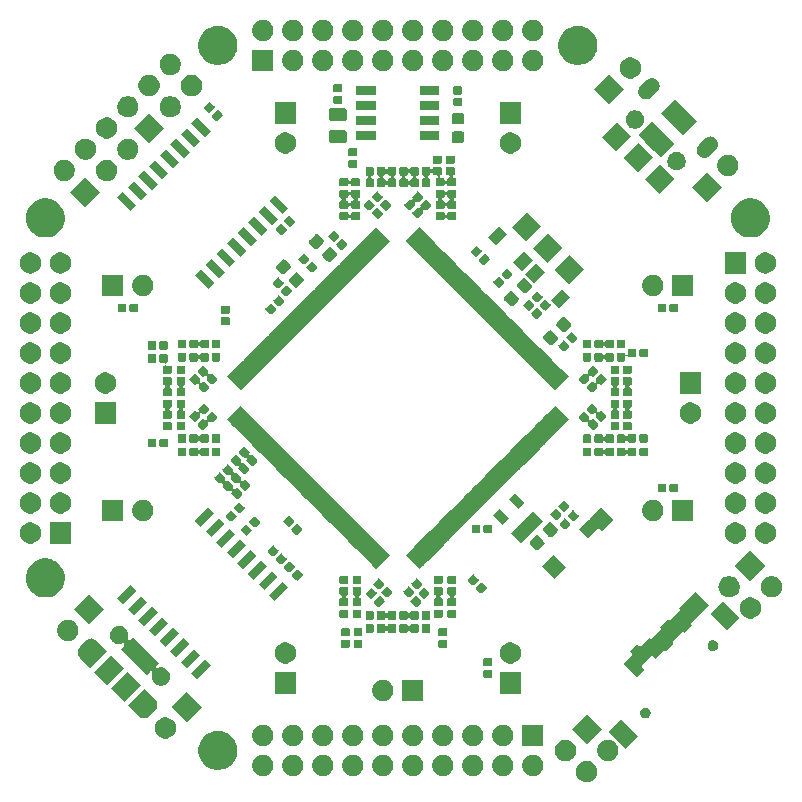
<source format=gbr>
G04 #@! TF.GenerationSoftware,KiCad,Pcbnew,5.1.5-52549c5~86~ubuntu16.04.1*
G04 #@! TF.CreationDate,2020-04-21T20:00:47+03:00*
G04 #@! TF.ProjectId,FreeEEG32-beta,46726565-4545-4473-9332-2d626574612e,rev?*
G04 #@! TF.SameCoordinates,Original*
G04 #@! TF.FileFunction,Soldermask,Bot*
G04 #@! TF.FilePolarity,Negative*
%FSLAX46Y46*%
G04 Gerber Fmt 4.6, Leading zero omitted, Abs format (unit mm)*
G04 Created by KiCad (PCBNEW 5.1.5-52549c5~86~ubuntu16.04.1) date 2020-04-21 20:00:47*
%MOMM*%
%LPD*%
G04 APERTURE LIST*
%ADD10C,0.100000*%
G04 APERTURE END LIST*
D10*
G36*
X166097461Y-130744978D02*
G01*
X166246761Y-130774675D01*
X166410733Y-130842595D01*
X166558303Y-130941198D01*
X166683802Y-131066697D01*
X166782405Y-131214267D01*
X166850325Y-131378239D01*
X166884949Y-131552310D01*
X166884949Y-131729792D01*
X166850325Y-131903863D01*
X166782405Y-132067835D01*
X166683802Y-132215405D01*
X166558303Y-132340904D01*
X166410733Y-132439507D01*
X166246761Y-132507427D01*
X166097461Y-132537124D01*
X166072691Y-132542051D01*
X165895207Y-132542051D01*
X165870437Y-132537124D01*
X165721137Y-132507427D01*
X165557165Y-132439507D01*
X165409595Y-132340904D01*
X165284096Y-132215405D01*
X165185493Y-132067835D01*
X165117573Y-131903863D01*
X165082949Y-131729792D01*
X165082949Y-131552310D01*
X165117573Y-131378239D01*
X165185493Y-131214267D01*
X165284096Y-131066697D01*
X165409595Y-130941198D01*
X165557165Y-130842595D01*
X165721137Y-130774675D01*
X165870437Y-130744978D01*
X165895207Y-130740051D01*
X166072691Y-130740051D01*
X166097461Y-130744978D01*
G37*
G36*
X161543512Y-130218927D02*
G01*
X161692812Y-130248624D01*
X161856784Y-130316544D01*
X162004354Y-130415147D01*
X162129853Y-130540646D01*
X162228456Y-130688216D01*
X162296376Y-130852188D01*
X162331000Y-131026259D01*
X162331000Y-131203741D01*
X162296376Y-131377812D01*
X162228456Y-131541784D01*
X162129853Y-131689354D01*
X162004354Y-131814853D01*
X161856784Y-131913456D01*
X161692812Y-131981376D01*
X161543512Y-132011073D01*
X161518742Y-132016000D01*
X161341258Y-132016000D01*
X161316488Y-132011073D01*
X161167188Y-131981376D01*
X161003216Y-131913456D01*
X160855646Y-131814853D01*
X160730147Y-131689354D01*
X160631544Y-131541784D01*
X160563624Y-131377812D01*
X160529000Y-131203741D01*
X160529000Y-131026259D01*
X160563624Y-130852188D01*
X160631544Y-130688216D01*
X160730147Y-130540646D01*
X160855646Y-130415147D01*
X161003216Y-130316544D01*
X161167188Y-130248624D01*
X161316488Y-130218927D01*
X161341258Y-130214000D01*
X161518742Y-130214000D01*
X161543512Y-130218927D01*
G37*
G36*
X159003512Y-130218927D02*
G01*
X159152812Y-130248624D01*
X159316784Y-130316544D01*
X159464354Y-130415147D01*
X159589853Y-130540646D01*
X159688456Y-130688216D01*
X159756376Y-130852188D01*
X159791000Y-131026259D01*
X159791000Y-131203741D01*
X159756376Y-131377812D01*
X159688456Y-131541784D01*
X159589853Y-131689354D01*
X159464354Y-131814853D01*
X159316784Y-131913456D01*
X159152812Y-131981376D01*
X159003512Y-132011073D01*
X158978742Y-132016000D01*
X158801258Y-132016000D01*
X158776488Y-132011073D01*
X158627188Y-131981376D01*
X158463216Y-131913456D01*
X158315646Y-131814853D01*
X158190147Y-131689354D01*
X158091544Y-131541784D01*
X158023624Y-131377812D01*
X157989000Y-131203741D01*
X157989000Y-131026259D01*
X158023624Y-130852188D01*
X158091544Y-130688216D01*
X158190147Y-130540646D01*
X158315646Y-130415147D01*
X158463216Y-130316544D01*
X158627188Y-130248624D01*
X158776488Y-130218927D01*
X158801258Y-130214000D01*
X158978742Y-130214000D01*
X159003512Y-130218927D01*
G37*
G36*
X156463512Y-130218927D02*
G01*
X156612812Y-130248624D01*
X156776784Y-130316544D01*
X156924354Y-130415147D01*
X157049853Y-130540646D01*
X157148456Y-130688216D01*
X157216376Y-130852188D01*
X157251000Y-131026259D01*
X157251000Y-131203741D01*
X157216376Y-131377812D01*
X157148456Y-131541784D01*
X157049853Y-131689354D01*
X156924354Y-131814853D01*
X156776784Y-131913456D01*
X156612812Y-131981376D01*
X156463512Y-132011073D01*
X156438742Y-132016000D01*
X156261258Y-132016000D01*
X156236488Y-132011073D01*
X156087188Y-131981376D01*
X155923216Y-131913456D01*
X155775646Y-131814853D01*
X155650147Y-131689354D01*
X155551544Y-131541784D01*
X155483624Y-131377812D01*
X155449000Y-131203741D01*
X155449000Y-131026259D01*
X155483624Y-130852188D01*
X155551544Y-130688216D01*
X155650147Y-130540646D01*
X155775646Y-130415147D01*
X155923216Y-130316544D01*
X156087188Y-130248624D01*
X156236488Y-130218927D01*
X156261258Y-130214000D01*
X156438742Y-130214000D01*
X156463512Y-130218927D01*
G37*
G36*
X153923512Y-130218927D02*
G01*
X154072812Y-130248624D01*
X154236784Y-130316544D01*
X154384354Y-130415147D01*
X154509853Y-130540646D01*
X154608456Y-130688216D01*
X154676376Y-130852188D01*
X154711000Y-131026259D01*
X154711000Y-131203741D01*
X154676376Y-131377812D01*
X154608456Y-131541784D01*
X154509853Y-131689354D01*
X154384354Y-131814853D01*
X154236784Y-131913456D01*
X154072812Y-131981376D01*
X153923512Y-132011073D01*
X153898742Y-132016000D01*
X153721258Y-132016000D01*
X153696488Y-132011073D01*
X153547188Y-131981376D01*
X153383216Y-131913456D01*
X153235646Y-131814853D01*
X153110147Y-131689354D01*
X153011544Y-131541784D01*
X152943624Y-131377812D01*
X152909000Y-131203741D01*
X152909000Y-131026259D01*
X152943624Y-130852188D01*
X153011544Y-130688216D01*
X153110147Y-130540646D01*
X153235646Y-130415147D01*
X153383216Y-130316544D01*
X153547188Y-130248624D01*
X153696488Y-130218927D01*
X153721258Y-130214000D01*
X153898742Y-130214000D01*
X153923512Y-130218927D01*
G37*
G36*
X151383512Y-130218927D02*
G01*
X151532812Y-130248624D01*
X151696784Y-130316544D01*
X151844354Y-130415147D01*
X151969853Y-130540646D01*
X152068456Y-130688216D01*
X152136376Y-130852188D01*
X152171000Y-131026259D01*
X152171000Y-131203741D01*
X152136376Y-131377812D01*
X152068456Y-131541784D01*
X151969853Y-131689354D01*
X151844354Y-131814853D01*
X151696784Y-131913456D01*
X151532812Y-131981376D01*
X151383512Y-132011073D01*
X151358742Y-132016000D01*
X151181258Y-132016000D01*
X151156488Y-132011073D01*
X151007188Y-131981376D01*
X150843216Y-131913456D01*
X150695646Y-131814853D01*
X150570147Y-131689354D01*
X150471544Y-131541784D01*
X150403624Y-131377812D01*
X150369000Y-131203741D01*
X150369000Y-131026259D01*
X150403624Y-130852188D01*
X150471544Y-130688216D01*
X150570147Y-130540646D01*
X150695646Y-130415147D01*
X150843216Y-130316544D01*
X151007188Y-130248624D01*
X151156488Y-130218927D01*
X151181258Y-130214000D01*
X151358742Y-130214000D01*
X151383512Y-130218927D01*
G37*
G36*
X146303512Y-130218927D02*
G01*
X146452812Y-130248624D01*
X146616784Y-130316544D01*
X146764354Y-130415147D01*
X146889853Y-130540646D01*
X146988456Y-130688216D01*
X147056376Y-130852188D01*
X147091000Y-131026259D01*
X147091000Y-131203741D01*
X147056376Y-131377812D01*
X146988456Y-131541784D01*
X146889853Y-131689354D01*
X146764354Y-131814853D01*
X146616784Y-131913456D01*
X146452812Y-131981376D01*
X146303512Y-132011073D01*
X146278742Y-132016000D01*
X146101258Y-132016000D01*
X146076488Y-132011073D01*
X145927188Y-131981376D01*
X145763216Y-131913456D01*
X145615646Y-131814853D01*
X145490147Y-131689354D01*
X145391544Y-131541784D01*
X145323624Y-131377812D01*
X145289000Y-131203741D01*
X145289000Y-131026259D01*
X145323624Y-130852188D01*
X145391544Y-130688216D01*
X145490147Y-130540646D01*
X145615646Y-130415147D01*
X145763216Y-130316544D01*
X145927188Y-130248624D01*
X146076488Y-130218927D01*
X146101258Y-130214000D01*
X146278742Y-130214000D01*
X146303512Y-130218927D01*
G37*
G36*
X143763512Y-130218927D02*
G01*
X143912812Y-130248624D01*
X144076784Y-130316544D01*
X144224354Y-130415147D01*
X144349853Y-130540646D01*
X144448456Y-130688216D01*
X144516376Y-130852188D01*
X144551000Y-131026259D01*
X144551000Y-131203741D01*
X144516376Y-131377812D01*
X144448456Y-131541784D01*
X144349853Y-131689354D01*
X144224354Y-131814853D01*
X144076784Y-131913456D01*
X143912812Y-131981376D01*
X143763512Y-132011073D01*
X143738742Y-132016000D01*
X143561258Y-132016000D01*
X143536488Y-132011073D01*
X143387188Y-131981376D01*
X143223216Y-131913456D01*
X143075646Y-131814853D01*
X142950147Y-131689354D01*
X142851544Y-131541784D01*
X142783624Y-131377812D01*
X142749000Y-131203741D01*
X142749000Y-131026259D01*
X142783624Y-130852188D01*
X142851544Y-130688216D01*
X142950147Y-130540646D01*
X143075646Y-130415147D01*
X143223216Y-130316544D01*
X143387188Y-130248624D01*
X143536488Y-130218927D01*
X143561258Y-130214000D01*
X143738742Y-130214000D01*
X143763512Y-130218927D01*
G37*
G36*
X138683512Y-130218927D02*
G01*
X138832812Y-130248624D01*
X138996784Y-130316544D01*
X139144354Y-130415147D01*
X139269853Y-130540646D01*
X139368456Y-130688216D01*
X139436376Y-130852188D01*
X139471000Y-131026259D01*
X139471000Y-131203741D01*
X139436376Y-131377812D01*
X139368456Y-131541784D01*
X139269853Y-131689354D01*
X139144354Y-131814853D01*
X138996784Y-131913456D01*
X138832812Y-131981376D01*
X138683512Y-132011073D01*
X138658742Y-132016000D01*
X138481258Y-132016000D01*
X138456488Y-132011073D01*
X138307188Y-131981376D01*
X138143216Y-131913456D01*
X137995646Y-131814853D01*
X137870147Y-131689354D01*
X137771544Y-131541784D01*
X137703624Y-131377812D01*
X137669000Y-131203741D01*
X137669000Y-131026259D01*
X137703624Y-130852188D01*
X137771544Y-130688216D01*
X137870147Y-130540646D01*
X137995646Y-130415147D01*
X138143216Y-130316544D01*
X138307188Y-130248624D01*
X138456488Y-130218927D01*
X138481258Y-130214000D01*
X138658742Y-130214000D01*
X138683512Y-130218927D01*
G37*
G36*
X141223512Y-130218927D02*
G01*
X141372812Y-130248624D01*
X141536784Y-130316544D01*
X141684354Y-130415147D01*
X141809853Y-130540646D01*
X141908456Y-130688216D01*
X141976376Y-130852188D01*
X142011000Y-131026259D01*
X142011000Y-131203741D01*
X141976376Y-131377812D01*
X141908456Y-131541784D01*
X141809853Y-131689354D01*
X141684354Y-131814853D01*
X141536784Y-131913456D01*
X141372812Y-131981376D01*
X141223512Y-132011073D01*
X141198742Y-132016000D01*
X141021258Y-132016000D01*
X140996488Y-132011073D01*
X140847188Y-131981376D01*
X140683216Y-131913456D01*
X140535646Y-131814853D01*
X140410147Y-131689354D01*
X140311544Y-131541784D01*
X140243624Y-131377812D01*
X140209000Y-131203741D01*
X140209000Y-131026259D01*
X140243624Y-130852188D01*
X140311544Y-130688216D01*
X140410147Y-130540646D01*
X140535646Y-130415147D01*
X140683216Y-130316544D01*
X140847188Y-130248624D01*
X140996488Y-130218927D01*
X141021258Y-130214000D01*
X141198742Y-130214000D01*
X141223512Y-130218927D01*
G37*
G36*
X148843512Y-130218927D02*
G01*
X148992812Y-130248624D01*
X149156784Y-130316544D01*
X149304354Y-130415147D01*
X149429853Y-130540646D01*
X149528456Y-130688216D01*
X149596376Y-130852188D01*
X149631000Y-131026259D01*
X149631000Y-131203741D01*
X149596376Y-131377812D01*
X149528456Y-131541784D01*
X149429853Y-131689354D01*
X149304354Y-131814853D01*
X149156784Y-131913456D01*
X148992812Y-131981376D01*
X148843512Y-132011073D01*
X148818742Y-132016000D01*
X148641258Y-132016000D01*
X148616488Y-132011073D01*
X148467188Y-131981376D01*
X148303216Y-131913456D01*
X148155646Y-131814853D01*
X148030147Y-131689354D01*
X147931544Y-131541784D01*
X147863624Y-131377812D01*
X147829000Y-131203741D01*
X147829000Y-131026259D01*
X147863624Y-130852188D01*
X147931544Y-130688216D01*
X148030147Y-130540646D01*
X148155646Y-130415147D01*
X148303216Y-130316544D01*
X148467188Y-130248624D01*
X148616488Y-130218927D01*
X148641258Y-130214000D01*
X148818742Y-130214000D01*
X148843512Y-130218927D01*
G37*
G36*
X135135256Y-128236298D02*
G01*
X135241579Y-128257447D01*
X135542042Y-128381903D01*
X135812451Y-128562585D01*
X136042415Y-128792549D01*
X136223097Y-129062958D01*
X136309125Y-129270647D01*
X136347553Y-129363422D01*
X136411000Y-129682389D01*
X136411000Y-130007611D01*
X136369946Y-130214000D01*
X136347553Y-130326579D01*
X136223097Y-130627042D01*
X136042415Y-130897451D01*
X135812451Y-131127415D01*
X135542042Y-131308097D01*
X135241579Y-131432553D01*
X135135256Y-131453702D01*
X134922611Y-131496000D01*
X134597389Y-131496000D01*
X134384744Y-131453702D01*
X134278421Y-131432553D01*
X133977958Y-131308097D01*
X133707549Y-131127415D01*
X133477585Y-130897451D01*
X133296903Y-130627042D01*
X133172447Y-130326579D01*
X133150054Y-130214000D01*
X133109000Y-130007611D01*
X133109000Y-129682389D01*
X133172447Y-129363422D01*
X133210876Y-129270647D01*
X133296903Y-129062958D01*
X133477585Y-128792549D01*
X133707549Y-128562585D01*
X133977958Y-128381903D01*
X134278421Y-128257447D01*
X134384744Y-128236298D01*
X134597389Y-128194000D01*
X134922611Y-128194000D01*
X135135256Y-128236298D01*
G37*
G36*
X167893512Y-128948927D02*
G01*
X168042812Y-128978624D01*
X168206784Y-129046544D01*
X168354354Y-129145147D01*
X168479853Y-129270646D01*
X168578456Y-129418216D01*
X168646376Y-129582188D01*
X168681000Y-129756259D01*
X168681000Y-129933741D01*
X168646376Y-130107812D01*
X168578456Y-130271784D01*
X168479853Y-130419354D01*
X168354354Y-130544853D01*
X168206784Y-130643456D01*
X168042812Y-130711376D01*
X167898649Y-130740051D01*
X167868742Y-130746000D01*
X167691258Y-130746000D01*
X167661351Y-130740051D01*
X167517188Y-130711376D01*
X167353216Y-130643456D01*
X167205646Y-130544853D01*
X167080147Y-130419354D01*
X166981544Y-130271784D01*
X166913624Y-130107812D01*
X166879000Y-129933741D01*
X166879000Y-129756259D01*
X166913624Y-129582188D01*
X166981544Y-129418216D01*
X167080147Y-129270646D01*
X167205646Y-129145147D01*
X167353216Y-129046544D01*
X167517188Y-128978624D01*
X167666488Y-128948927D01*
X167691258Y-128944000D01*
X167868742Y-128944000D01*
X167893512Y-128948927D01*
G37*
G36*
X164301410Y-128948927D02*
G01*
X164450710Y-128978624D01*
X164614682Y-129046544D01*
X164762252Y-129145147D01*
X164887751Y-129270646D01*
X164986354Y-129418216D01*
X165054274Y-129582188D01*
X165088898Y-129756259D01*
X165088898Y-129933741D01*
X165054274Y-130107812D01*
X164986354Y-130271784D01*
X164887751Y-130419354D01*
X164762252Y-130544853D01*
X164614682Y-130643456D01*
X164450710Y-130711376D01*
X164306547Y-130740051D01*
X164276640Y-130746000D01*
X164099156Y-130746000D01*
X164069249Y-130740051D01*
X163925086Y-130711376D01*
X163761114Y-130643456D01*
X163613544Y-130544853D01*
X163488045Y-130419354D01*
X163389442Y-130271784D01*
X163321522Y-130107812D01*
X163286898Y-129933741D01*
X163286898Y-129756259D01*
X163321522Y-129582188D01*
X163389442Y-129418216D01*
X163488045Y-129270646D01*
X163613544Y-129145147D01*
X163761114Y-129046544D01*
X163925086Y-128978624D01*
X164074386Y-128948927D01*
X164099156Y-128944000D01*
X164276640Y-128944000D01*
X164301410Y-128948927D01*
G37*
G36*
X170346561Y-128620987D02*
G01*
X169284487Y-129683061D01*
X167868859Y-128267433D01*
X168930933Y-127205359D01*
X170346561Y-128620987D01*
G37*
G36*
X141214769Y-127677188D02*
G01*
X141372812Y-127708624D01*
X141536784Y-127776544D01*
X141684354Y-127875147D01*
X141809853Y-128000646D01*
X141908456Y-128148216D01*
X141976376Y-128312188D01*
X142011000Y-128486259D01*
X142011000Y-128663741D01*
X141976376Y-128837812D01*
X141908456Y-129001784D01*
X141809853Y-129149354D01*
X141684354Y-129274853D01*
X141536784Y-129373456D01*
X141372812Y-129441376D01*
X141223512Y-129471073D01*
X141198742Y-129476000D01*
X141021258Y-129476000D01*
X140996488Y-129471073D01*
X140847188Y-129441376D01*
X140683216Y-129373456D01*
X140535646Y-129274853D01*
X140410147Y-129149354D01*
X140311544Y-129001784D01*
X140243624Y-128837812D01*
X140209000Y-128663741D01*
X140209000Y-128486259D01*
X140243624Y-128312188D01*
X140311544Y-128148216D01*
X140410147Y-128000646D01*
X140535646Y-127875147D01*
X140683216Y-127776544D01*
X140847188Y-127708624D01*
X141005231Y-127677188D01*
X141021258Y-127674000D01*
X141198742Y-127674000D01*
X141214769Y-127677188D01*
G37*
G36*
X151374769Y-127677188D02*
G01*
X151532812Y-127708624D01*
X151696784Y-127776544D01*
X151844354Y-127875147D01*
X151969853Y-128000646D01*
X152068456Y-128148216D01*
X152136376Y-128312188D01*
X152171000Y-128486259D01*
X152171000Y-128663741D01*
X152136376Y-128837812D01*
X152068456Y-129001784D01*
X151969853Y-129149354D01*
X151844354Y-129274853D01*
X151696784Y-129373456D01*
X151532812Y-129441376D01*
X151383512Y-129471073D01*
X151358742Y-129476000D01*
X151181258Y-129476000D01*
X151156488Y-129471073D01*
X151007188Y-129441376D01*
X150843216Y-129373456D01*
X150695646Y-129274853D01*
X150570147Y-129149354D01*
X150471544Y-129001784D01*
X150403624Y-128837812D01*
X150369000Y-128663741D01*
X150369000Y-128486259D01*
X150403624Y-128312188D01*
X150471544Y-128148216D01*
X150570147Y-128000646D01*
X150695646Y-127875147D01*
X150843216Y-127776544D01*
X151007188Y-127708624D01*
X151165231Y-127677188D01*
X151181258Y-127674000D01*
X151358742Y-127674000D01*
X151374769Y-127677188D01*
G37*
G36*
X143754769Y-127677188D02*
G01*
X143912812Y-127708624D01*
X144076784Y-127776544D01*
X144224354Y-127875147D01*
X144349853Y-128000646D01*
X144448456Y-128148216D01*
X144516376Y-128312188D01*
X144551000Y-128486259D01*
X144551000Y-128663741D01*
X144516376Y-128837812D01*
X144448456Y-129001784D01*
X144349853Y-129149354D01*
X144224354Y-129274853D01*
X144076784Y-129373456D01*
X143912812Y-129441376D01*
X143763512Y-129471073D01*
X143738742Y-129476000D01*
X143561258Y-129476000D01*
X143536488Y-129471073D01*
X143387188Y-129441376D01*
X143223216Y-129373456D01*
X143075646Y-129274853D01*
X142950147Y-129149354D01*
X142851544Y-129001784D01*
X142783624Y-128837812D01*
X142749000Y-128663741D01*
X142749000Y-128486259D01*
X142783624Y-128312188D01*
X142851544Y-128148216D01*
X142950147Y-128000646D01*
X143075646Y-127875147D01*
X143223216Y-127776544D01*
X143387188Y-127708624D01*
X143545231Y-127677188D01*
X143561258Y-127674000D01*
X143738742Y-127674000D01*
X143754769Y-127677188D01*
G37*
G36*
X146294769Y-127677188D02*
G01*
X146452812Y-127708624D01*
X146616784Y-127776544D01*
X146764354Y-127875147D01*
X146889853Y-128000646D01*
X146988456Y-128148216D01*
X147056376Y-128312188D01*
X147091000Y-128486259D01*
X147091000Y-128663741D01*
X147056376Y-128837812D01*
X146988456Y-129001784D01*
X146889853Y-129149354D01*
X146764354Y-129274853D01*
X146616784Y-129373456D01*
X146452812Y-129441376D01*
X146303512Y-129471073D01*
X146278742Y-129476000D01*
X146101258Y-129476000D01*
X146076488Y-129471073D01*
X145927188Y-129441376D01*
X145763216Y-129373456D01*
X145615646Y-129274853D01*
X145490147Y-129149354D01*
X145391544Y-129001784D01*
X145323624Y-128837812D01*
X145289000Y-128663741D01*
X145289000Y-128486259D01*
X145323624Y-128312188D01*
X145391544Y-128148216D01*
X145490147Y-128000646D01*
X145615646Y-127875147D01*
X145763216Y-127776544D01*
X145927188Y-127708624D01*
X146085231Y-127677188D01*
X146101258Y-127674000D01*
X146278742Y-127674000D01*
X146294769Y-127677188D01*
G37*
G36*
X148834769Y-127677188D02*
G01*
X148992812Y-127708624D01*
X149156784Y-127776544D01*
X149304354Y-127875147D01*
X149429853Y-128000646D01*
X149528456Y-128148216D01*
X149596376Y-128312188D01*
X149631000Y-128486259D01*
X149631000Y-128663741D01*
X149596376Y-128837812D01*
X149528456Y-129001784D01*
X149429853Y-129149354D01*
X149304354Y-129274853D01*
X149156784Y-129373456D01*
X148992812Y-129441376D01*
X148843512Y-129471073D01*
X148818742Y-129476000D01*
X148641258Y-129476000D01*
X148616488Y-129471073D01*
X148467188Y-129441376D01*
X148303216Y-129373456D01*
X148155646Y-129274853D01*
X148030147Y-129149354D01*
X147931544Y-129001784D01*
X147863624Y-128837812D01*
X147829000Y-128663741D01*
X147829000Y-128486259D01*
X147863624Y-128312188D01*
X147931544Y-128148216D01*
X148030147Y-128000646D01*
X148155646Y-127875147D01*
X148303216Y-127776544D01*
X148467188Y-127708624D01*
X148625231Y-127677188D01*
X148641258Y-127674000D01*
X148818742Y-127674000D01*
X148834769Y-127677188D01*
G37*
G36*
X156454769Y-127677188D02*
G01*
X156612812Y-127708624D01*
X156776784Y-127776544D01*
X156924354Y-127875147D01*
X157049853Y-128000646D01*
X157148456Y-128148216D01*
X157216376Y-128312188D01*
X157251000Y-128486259D01*
X157251000Y-128663741D01*
X157216376Y-128837812D01*
X157148456Y-129001784D01*
X157049853Y-129149354D01*
X156924354Y-129274853D01*
X156776784Y-129373456D01*
X156612812Y-129441376D01*
X156463512Y-129471073D01*
X156438742Y-129476000D01*
X156261258Y-129476000D01*
X156236488Y-129471073D01*
X156087188Y-129441376D01*
X155923216Y-129373456D01*
X155775646Y-129274853D01*
X155650147Y-129149354D01*
X155551544Y-129001784D01*
X155483624Y-128837812D01*
X155449000Y-128663741D01*
X155449000Y-128486259D01*
X155483624Y-128312188D01*
X155551544Y-128148216D01*
X155650147Y-128000646D01*
X155775646Y-127875147D01*
X155923216Y-127776544D01*
X156087188Y-127708624D01*
X156245231Y-127677188D01*
X156261258Y-127674000D01*
X156438742Y-127674000D01*
X156454769Y-127677188D01*
G37*
G36*
X158994769Y-127677188D02*
G01*
X159152812Y-127708624D01*
X159316784Y-127776544D01*
X159464354Y-127875147D01*
X159589853Y-128000646D01*
X159688456Y-128148216D01*
X159756376Y-128312188D01*
X159791000Y-128486259D01*
X159791000Y-128663741D01*
X159756376Y-128837812D01*
X159688456Y-129001784D01*
X159589853Y-129149354D01*
X159464354Y-129274853D01*
X159316784Y-129373456D01*
X159152812Y-129441376D01*
X159003512Y-129471073D01*
X158978742Y-129476000D01*
X158801258Y-129476000D01*
X158776488Y-129471073D01*
X158627188Y-129441376D01*
X158463216Y-129373456D01*
X158315646Y-129274853D01*
X158190147Y-129149354D01*
X158091544Y-129001784D01*
X158023624Y-128837812D01*
X157989000Y-128663741D01*
X157989000Y-128486259D01*
X158023624Y-128312188D01*
X158091544Y-128148216D01*
X158190147Y-128000646D01*
X158315646Y-127875147D01*
X158463216Y-127776544D01*
X158627188Y-127708624D01*
X158785231Y-127677188D01*
X158801258Y-127674000D01*
X158978742Y-127674000D01*
X158994769Y-127677188D01*
G37*
G36*
X138674769Y-127677188D02*
G01*
X138832812Y-127708624D01*
X138996784Y-127776544D01*
X139144354Y-127875147D01*
X139269853Y-128000646D01*
X139368456Y-128148216D01*
X139436376Y-128312188D01*
X139471000Y-128486259D01*
X139471000Y-128663741D01*
X139436376Y-128837812D01*
X139368456Y-129001784D01*
X139269853Y-129149354D01*
X139144354Y-129274853D01*
X138996784Y-129373456D01*
X138832812Y-129441376D01*
X138683512Y-129471073D01*
X138658742Y-129476000D01*
X138481258Y-129476000D01*
X138456488Y-129471073D01*
X138307188Y-129441376D01*
X138143216Y-129373456D01*
X137995646Y-129274853D01*
X137870147Y-129149354D01*
X137771544Y-129001784D01*
X137703624Y-128837812D01*
X137669000Y-128663741D01*
X137669000Y-128486259D01*
X137703624Y-128312188D01*
X137771544Y-128148216D01*
X137870147Y-128000646D01*
X137995646Y-127875147D01*
X138143216Y-127776544D01*
X138307188Y-127708624D01*
X138465231Y-127677188D01*
X138481258Y-127674000D01*
X138658742Y-127674000D01*
X138674769Y-127677188D01*
G37*
G36*
X162331000Y-129476000D02*
G01*
X160529000Y-129476000D01*
X160529000Y-127674000D01*
X162331000Y-127674000D01*
X162331000Y-129476000D01*
G37*
G36*
X153914769Y-127677188D02*
G01*
X154072812Y-127708624D01*
X154236784Y-127776544D01*
X154384354Y-127875147D01*
X154509853Y-128000646D01*
X154608456Y-128148216D01*
X154676376Y-128312188D01*
X154711000Y-128486259D01*
X154711000Y-128663741D01*
X154676376Y-128837812D01*
X154608456Y-129001784D01*
X154509853Y-129149354D01*
X154384354Y-129274853D01*
X154236784Y-129373456D01*
X154072812Y-129441376D01*
X153923512Y-129471073D01*
X153898742Y-129476000D01*
X153721258Y-129476000D01*
X153696488Y-129471073D01*
X153547188Y-129441376D01*
X153383216Y-129373456D01*
X153235646Y-129274853D01*
X153110147Y-129149354D01*
X153011544Y-129001784D01*
X152943624Y-128837812D01*
X152909000Y-128663741D01*
X152909000Y-128486259D01*
X152943624Y-128312188D01*
X153011544Y-128148216D01*
X153110147Y-128000646D01*
X153235646Y-127875147D01*
X153383216Y-127776544D01*
X153547188Y-127708624D01*
X153705231Y-127677188D01*
X153721258Y-127674000D01*
X153898742Y-127674000D01*
X153914769Y-127677188D01*
G37*
G36*
X167258155Y-128048949D02*
G01*
X165983949Y-129323155D01*
X164709743Y-128048949D01*
X165983949Y-126774743D01*
X167258155Y-128048949D01*
G37*
G36*
X130428512Y-127043927D02*
G01*
X130577812Y-127073624D01*
X130741784Y-127141544D01*
X130889354Y-127240147D01*
X131014853Y-127365646D01*
X131113456Y-127513216D01*
X131181376Y-127677188D01*
X131211073Y-127826488D01*
X131216000Y-127851258D01*
X131216000Y-128028742D01*
X131211073Y-128053512D01*
X131181376Y-128202812D01*
X131113456Y-128366784D01*
X131014853Y-128514354D01*
X130889354Y-128639853D01*
X130741784Y-128738456D01*
X130577812Y-128806376D01*
X130428512Y-128836073D01*
X130403742Y-128841000D01*
X130226258Y-128841000D01*
X130201488Y-128836073D01*
X130052188Y-128806376D01*
X129888216Y-128738456D01*
X129740646Y-128639853D01*
X129615147Y-128514354D01*
X129516544Y-128366784D01*
X129448624Y-128202812D01*
X129418927Y-128053512D01*
X129414000Y-128028742D01*
X129414000Y-127851258D01*
X129418927Y-127826488D01*
X129448624Y-127677188D01*
X129516544Y-127513216D01*
X129615147Y-127365646D01*
X129740646Y-127240147D01*
X129888216Y-127141544D01*
X130052188Y-127073624D01*
X130201488Y-127043927D01*
X130226258Y-127039000D01*
X130403742Y-127039000D01*
X130428512Y-127043927D01*
G37*
G36*
X133385257Y-126143949D02*
G01*
X132111051Y-127418155D01*
X130836845Y-126143949D01*
X132111051Y-124869743D01*
X133385257Y-126143949D01*
G37*
G36*
X171086552Y-126236331D02*
G01*
X171168627Y-126270328D01*
X171168629Y-126270329D01*
X171205813Y-126295175D01*
X171242495Y-126319685D01*
X171305315Y-126382505D01*
X171354672Y-126456373D01*
X171388669Y-126538448D01*
X171406000Y-126625579D01*
X171406000Y-126714421D01*
X171388669Y-126801552D01*
X171354672Y-126883627D01*
X171354671Y-126883629D01*
X171305314Y-126957496D01*
X171242496Y-127020314D01*
X171168629Y-127069671D01*
X171168628Y-127069672D01*
X171168627Y-127069672D01*
X171086552Y-127103669D01*
X170999421Y-127121000D01*
X170910579Y-127121000D01*
X170823448Y-127103669D01*
X170741373Y-127069672D01*
X170741372Y-127069672D01*
X170741371Y-127069671D01*
X170667504Y-127020314D01*
X170604686Y-126957496D01*
X170555329Y-126883629D01*
X170555328Y-126883627D01*
X170521331Y-126801552D01*
X170504000Y-126714421D01*
X170504000Y-126625579D01*
X170521331Y-126538448D01*
X170555328Y-126456373D01*
X170604685Y-126382505D01*
X170667505Y-126319685D01*
X170704187Y-126295175D01*
X170741371Y-126270329D01*
X170741373Y-126270328D01*
X170823448Y-126236331D01*
X170910579Y-126219000D01*
X170999421Y-126219000D01*
X171086552Y-126236331D01*
G37*
G36*
X129420701Y-125475163D02*
G01*
X129429772Y-125483385D01*
X129449869Y-125499878D01*
X129466362Y-125519975D01*
X129474584Y-125529046D01*
X129526418Y-125580880D01*
X129531934Y-125599065D01*
X129537165Y-125610126D01*
X129591671Y-125712099D01*
X129628896Y-125834815D01*
X129641465Y-125962431D01*
X129628896Y-126090047D01*
X129628895Y-126090049D01*
X129591671Y-126212764D01*
X129531221Y-126325857D01*
X129470250Y-126400150D01*
X128930060Y-126940339D01*
X128855768Y-127001310D01*
X128813201Y-127024062D01*
X128742674Y-127061760D01*
X128619958Y-127098985D01*
X128492342Y-127111554D01*
X128364726Y-127098985D01*
X128242010Y-127061760D01*
X128199430Y-127039000D01*
X128140052Y-127007262D01*
X128117428Y-126997891D01*
X128110871Y-126996587D01*
X128058957Y-126944673D01*
X128049886Y-126936451D01*
X128029789Y-126919958D01*
X128013296Y-126899861D01*
X128005074Y-126890790D01*
X127147425Y-126033141D01*
X128563052Y-124617514D01*
X129420701Y-125475163D01*
G37*
G36*
X128246268Y-124300730D02*
G01*
X126830641Y-125716357D01*
X125697856Y-124583572D01*
X127113483Y-123167945D01*
X128246268Y-124300730D01*
G37*
G36*
X148843512Y-123868927D02*
G01*
X148992812Y-123898624D01*
X149156784Y-123966544D01*
X149304354Y-124065147D01*
X149429853Y-124190646D01*
X149528456Y-124338216D01*
X149596376Y-124502188D01*
X149631000Y-124676259D01*
X149631000Y-124853741D01*
X149596376Y-125027812D01*
X149528456Y-125191784D01*
X149429853Y-125339354D01*
X149304354Y-125464853D01*
X149156784Y-125563456D01*
X148992812Y-125631376D01*
X148843512Y-125661073D01*
X148818742Y-125666000D01*
X148641258Y-125666000D01*
X148616488Y-125661073D01*
X148467188Y-125631376D01*
X148303216Y-125563456D01*
X148155646Y-125464853D01*
X148030147Y-125339354D01*
X147931544Y-125191784D01*
X147863624Y-125027812D01*
X147829000Y-124853741D01*
X147829000Y-124676259D01*
X147863624Y-124502188D01*
X147931544Y-124338216D01*
X148030147Y-124190646D01*
X148155646Y-124065147D01*
X148303216Y-123966544D01*
X148467188Y-123898624D01*
X148616488Y-123868927D01*
X148641258Y-123864000D01*
X148818742Y-123864000D01*
X148843512Y-123868927D01*
G37*
G36*
X152171000Y-125666000D02*
G01*
X150369000Y-125666000D01*
X150369000Y-123864000D01*
X152171000Y-123864000D01*
X152171000Y-125666000D01*
G37*
G36*
X160426000Y-125031000D02*
G01*
X158624000Y-125031000D01*
X158624000Y-123229000D01*
X160426000Y-123229000D01*
X160426000Y-125031000D01*
G37*
G36*
X141376000Y-125031000D02*
G01*
X139574000Y-125031000D01*
X139574000Y-123229000D01*
X141376000Y-123229000D01*
X141376000Y-125031000D01*
G37*
G36*
X126632725Y-119311909D02*
G01*
X126632727Y-119311910D01*
X126632728Y-119311910D01*
X126773951Y-119370406D01*
X126773954Y-119370408D01*
X126901046Y-119455328D01*
X127009138Y-119563420D01*
X127052455Y-119628249D01*
X127094060Y-119690515D01*
X127152556Y-119831738D01*
X127152557Y-119831741D01*
X127182377Y-119981658D01*
X127182377Y-120134520D01*
X127152557Y-120284439D01*
X127131722Y-120334739D01*
X127124609Y-120358188D01*
X127122207Y-120382574D01*
X127124609Y-120406960D01*
X127131722Y-120430409D01*
X127143273Y-120452019D01*
X127158818Y-120470961D01*
X127177760Y-120486507D01*
X127199371Y-120498058D01*
X127222820Y-120505171D01*
X127247206Y-120507573D01*
X127271592Y-120505171D01*
X127295041Y-120498058D01*
X127316651Y-120486507D01*
X127335594Y-120470962D01*
X127590781Y-120215775D01*
X128421632Y-121046626D01*
X128421638Y-121046631D01*
X128953370Y-121578363D01*
X128953375Y-121578369D01*
X129784225Y-122409219D01*
X129529038Y-122664406D01*
X129513493Y-122683348D01*
X129501942Y-122704959D01*
X129494829Y-122728408D01*
X129492427Y-122752794D01*
X129494829Y-122777180D01*
X129501942Y-122800629D01*
X129513493Y-122822240D01*
X129529038Y-122841182D01*
X129547980Y-122856727D01*
X129569591Y-122868278D01*
X129593040Y-122875391D01*
X129617426Y-122877793D01*
X129641812Y-122875391D01*
X129665261Y-122868278D01*
X129715561Y-122847443D01*
X129865480Y-122817623D01*
X130018342Y-122817623D01*
X130168259Y-122847443D01*
X130168261Y-122847444D01*
X130168262Y-122847444D01*
X130309485Y-122905940D01*
X130309488Y-122905942D01*
X130436580Y-122990862D01*
X130544672Y-123098954D01*
X130626423Y-123221303D01*
X130629594Y-123226049D01*
X130688090Y-123367272D01*
X130688091Y-123367275D01*
X130717911Y-123517192D01*
X130717911Y-123670054D01*
X130700871Y-123755723D01*
X130688090Y-123819974D01*
X130629594Y-123961197D01*
X130629592Y-123961200D01*
X130544672Y-124088292D01*
X130436580Y-124196384D01*
X130309488Y-124281304D01*
X130309485Y-124281306D01*
X130168262Y-124339802D01*
X130168261Y-124339802D01*
X130168259Y-124339803D01*
X130018342Y-124369623D01*
X129865480Y-124369623D01*
X129715563Y-124339803D01*
X129715561Y-124339802D01*
X129715560Y-124339802D01*
X129574337Y-124281306D01*
X129574334Y-124281304D01*
X129447242Y-124196384D01*
X129339150Y-124088292D01*
X129254230Y-123961200D01*
X129254228Y-123961197D01*
X129195732Y-123819974D01*
X129182952Y-123755723D01*
X129165911Y-123670054D01*
X129165911Y-123517192D01*
X129195731Y-123367273D01*
X129216566Y-123316973D01*
X129223679Y-123293524D01*
X129226081Y-123269138D01*
X129223679Y-123244752D01*
X129216566Y-123221303D01*
X129205015Y-123199693D01*
X129189470Y-123180751D01*
X129170528Y-123165205D01*
X129148917Y-123153654D01*
X129125468Y-123146541D01*
X129101082Y-123144139D01*
X129076696Y-123146541D01*
X129053247Y-123153654D01*
X129031637Y-123165205D01*
X129012694Y-123180750D01*
X128757506Y-123435938D01*
X127854538Y-122532970D01*
X127854533Y-122532964D01*
X127467037Y-122145468D01*
X127467031Y-122145463D01*
X126564062Y-121242494D01*
X126819250Y-120987306D01*
X126834795Y-120968364D01*
X126846346Y-120946753D01*
X126853459Y-120923304D01*
X126855861Y-120898918D01*
X126853459Y-120874532D01*
X126846346Y-120851083D01*
X126834795Y-120829472D01*
X126819250Y-120810530D01*
X126800308Y-120794985D01*
X126778697Y-120783434D01*
X126755248Y-120776321D01*
X126730862Y-120773919D01*
X126706476Y-120776321D01*
X126683027Y-120783434D01*
X126632727Y-120804269D01*
X126482808Y-120834089D01*
X126329946Y-120834089D01*
X126180029Y-120804269D01*
X126180027Y-120804268D01*
X126180026Y-120804268D01*
X126038803Y-120745772D01*
X126032216Y-120741371D01*
X125911708Y-120660850D01*
X125803616Y-120552758D01*
X125718696Y-120425666D01*
X125718694Y-120425663D01*
X125660198Y-120284440D01*
X125646540Y-120215775D01*
X125630377Y-120134520D01*
X125630377Y-119981658D01*
X125660197Y-119831741D01*
X125660198Y-119831738D01*
X125718694Y-119690515D01*
X125760299Y-119628249D01*
X125803616Y-119563420D01*
X125911708Y-119455328D01*
X126038800Y-119370408D01*
X126038803Y-119370406D01*
X126180026Y-119311910D01*
X126180027Y-119311910D01*
X126180029Y-119311909D01*
X126329946Y-119282089D01*
X126482808Y-119282089D01*
X126632725Y-119311909D01*
G37*
G36*
X126832055Y-122886517D02*
G01*
X125416428Y-124302144D01*
X124283643Y-123169359D01*
X125699270Y-121753732D01*
X126832055Y-122886517D01*
G37*
G36*
X134159630Y-122622938D02*
G01*
X133026845Y-123755723D01*
X132530456Y-123259334D01*
X133663241Y-122126549D01*
X134159630Y-122622938D01*
G37*
G36*
X157901938Y-123001716D02*
G01*
X157922557Y-123007971D01*
X157941553Y-123018124D01*
X157958208Y-123031792D01*
X157971876Y-123048447D01*
X157982029Y-123067443D01*
X157988284Y-123088062D01*
X157991000Y-123115640D01*
X157991000Y-123574360D01*
X157988284Y-123601938D01*
X157982029Y-123622557D01*
X157971876Y-123641553D01*
X157958208Y-123658208D01*
X157941553Y-123671876D01*
X157922557Y-123682029D01*
X157901938Y-123688284D01*
X157874360Y-123691000D01*
X157365640Y-123691000D01*
X157338062Y-123688284D01*
X157317443Y-123682029D01*
X157298447Y-123671876D01*
X157281792Y-123658208D01*
X157268124Y-123641553D01*
X157257971Y-123622557D01*
X157251716Y-123601938D01*
X157249000Y-123574360D01*
X157249000Y-123115640D01*
X157251716Y-123088062D01*
X157257971Y-123067443D01*
X157268124Y-123048447D01*
X157281792Y-123031792D01*
X157298447Y-123018124D01*
X157317443Y-123007971D01*
X157338062Y-123001716D01*
X157365640Y-122999000D01*
X157874360Y-122999000D01*
X157901938Y-123001716D01*
G37*
G36*
X176335756Y-117554765D02*
G01*
X175697945Y-118192576D01*
X175557938Y-118332582D01*
X174868508Y-119022012D01*
X174852963Y-119040954D01*
X174841412Y-119062565D01*
X174834299Y-119086014D01*
X174831897Y-119110400D01*
X174834299Y-119134786D01*
X174841412Y-119158235D01*
X174852963Y-119179846D01*
X174868503Y-119198782D01*
X174921542Y-119251821D01*
X174283731Y-119889632D01*
X174230692Y-119836593D01*
X174211756Y-119821053D01*
X174190145Y-119809502D01*
X174166696Y-119802389D01*
X174142310Y-119799987D01*
X174117924Y-119802389D01*
X174094475Y-119809502D01*
X174072864Y-119821053D01*
X174053922Y-119836598D01*
X174002304Y-119888217D01*
X173364493Y-120526028D01*
X173312873Y-120577647D01*
X173297328Y-120596589D01*
X173285777Y-120618200D01*
X173278664Y-120641649D01*
X173276262Y-120666035D01*
X173278664Y-120690421D01*
X173285777Y-120713870D01*
X173297328Y-120735481D01*
X173312868Y-120754417D01*
X173365907Y-120807456D01*
X172728096Y-121445267D01*
X172675057Y-121392228D01*
X172656121Y-121376688D01*
X172634510Y-121365137D01*
X172611061Y-121358024D01*
X172586675Y-121355622D01*
X172562289Y-121358024D01*
X172538840Y-121365137D01*
X172517229Y-121376688D01*
X172498287Y-121392233D01*
X172446669Y-121443852D01*
X171808858Y-122081663D01*
X171614397Y-121887202D01*
X171595461Y-121871662D01*
X171573850Y-121860111D01*
X171550401Y-121852998D01*
X171526015Y-121850596D01*
X171501629Y-121852998D01*
X171478180Y-121860111D01*
X171456569Y-121871662D01*
X171437627Y-121887207D01*
X171386008Y-121938827D01*
X170748197Y-122576638D01*
X170696578Y-122628256D01*
X170681033Y-122647198D01*
X170669482Y-122668809D01*
X170662369Y-122692258D01*
X170659967Y-122716644D01*
X170662369Y-122741030D01*
X170669482Y-122764479D01*
X170681033Y-122786090D01*
X170696573Y-122805026D01*
X170891034Y-122999487D01*
X170253223Y-123637298D01*
X169120438Y-122504513D01*
X169758249Y-121866702D01*
X169758250Y-121866703D01*
X169809868Y-121815084D01*
X169825413Y-121796142D01*
X169836964Y-121774531D01*
X169844077Y-121751082D01*
X169846479Y-121726696D01*
X169844077Y-121702310D01*
X169836964Y-121678861D01*
X169825413Y-121657250D01*
X169809873Y-121638314D01*
X169615412Y-121443853D01*
X170253223Y-120806042D01*
X170447684Y-121000503D01*
X170466620Y-121016043D01*
X170488231Y-121027594D01*
X170511680Y-121034707D01*
X170536066Y-121037109D01*
X170560452Y-121034707D01*
X170583901Y-121027594D01*
X170605512Y-121016043D01*
X170624454Y-121000498D01*
X170676074Y-120948879D01*
X170676073Y-120948878D01*
X171313884Y-120311067D01*
X171366923Y-120364106D01*
X171385859Y-120379646D01*
X171407470Y-120391197D01*
X171430919Y-120398310D01*
X171455305Y-120400712D01*
X171479691Y-120398310D01*
X171503140Y-120391197D01*
X171524751Y-120379646D01*
X171543693Y-120364101D01*
X171595312Y-120312483D01*
X171595311Y-120312482D01*
X172233122Y-119674671D01*
X172233123Y-119674672D01*
X172284742Y-119623052D01*
X172300287Y-119604110D01*
X172311838Y-119582499D01*
X172318951Y-119559050D01*
X172321353Y-119534664D01*
X172318951Y-119510278D01*
X172311838Y-119486829D01*
X172300287Y-119465218D01*
X172284747Y-119446282D01*
X172231708Y-119393243D01*
X172869519Y-118755432D01*
X172922558Y-118808471D01*
X172941494Y-118824011D01*
X172963105Y-118835562D01*
X172986554Y-118842675D01*
X173010940Y-118845077D01*
X173035326Y-118842675D01*
X173058775Y-118835562D01*
X173080386Y-118824011D01*
X173099328Y-118808466D01*
X173150947Y-118756848D01*
X173150946Y-118756847D01*
X173788757Y-118119036D01*
X173788758Y-118119037D01*
X173840377Y-118067418D01*
X173855922Y-118048476D01*
X173867473Y-118026865D01*
X173874586Y-118003416D01*
X173876988Y-117979030D01*
X173874586Y-117954644D01*
X173867473Y-117931195D01*
X173855922Y-117909584D01*
X173840382Y-117890648D01*
X173787342Y-117837608D01*
X174425153Y-117199797D01*
X174425154Y-117199798D01*
X174513531Y-117111420D01*
X174513542Y-117111411D01*
X174565161Y-117059792D01*
X174565160Y-117059791D01*
X175202971Y-116421980D01*
X176335756Y-117554765D01*
G37*
G36*
X133261604Y-121724913D02*
G01*
X132128819Y-122857698D01*
X131632430Y-122361309D01*
X132765215Y-121228524D01*
X133261604Y-121724913D01*
G37*
G36*
X124165185Y-120371104D02*
G01*
X124283388Y-120406960D01*
X124287901Y-120408329D01*
X124389860Y-120462827D01*
X124412483Y-120472198D01*
X124419040Y-120473502D01*
X124470954Y-120525416D01*
X124480025Y-120533638D01*
X124500122Y-120550131D01*
X124516615Y-120570228D01*
X124524837Y-120579299D01*
X125382486Y-121436948D01*
X123966859Y-122852575D01*
X123109210Y-121994926D01*
X123100139Y-121986704D01*
X123080042Y-121970211D01*
X123063549Y-121950114D01*
X123055327Y-121941043D01*
X123003493Y-121889209D01*
X122997977Y-121871024D01*
X122992745Y-121859962D01*
X122947082Y-121774531D01*
X122938240Y-121757990D01*
X122901015Y-121635274D01*
X122888446Y-121507658D01*
X122901015Y-121380042D01*
X122938240Y-121257326D01*
X122988543Y-121163216D01*
X122998690Y-121144232D01*
X123059661Y-121069940D01*
X123599850Y-120529750D01*
X123674143Y-120468779D01*
X123787236Y-120408329D01*
X123791749Y-120406960D01*
X123909953Y-120371104D01*
X124037569Y-120358535D01*
X124165185Y-120371104D01*
G37*
G36*
X157901938Y-122031716D02*
G01*
X157922557Y-122037971D01*
X157941553Y-122048124D01*
X157958208Y-122061792D01*
X157971876Y-122078447D01*
X157982029Y-122097443D01*
X157988284Y-122118062D01*
X157991000Y-122145640D01*
X157991000Y-122604360D01*
X157988284Y-122631938D01*
X157982029Y-122652557D01*
X157971876Y-122671553D01*
X157958208Y-122688208D01*
X157941553Y-122701876D01*
X157922557Y-122712029D01*
X157901938Y-122718284D01*
X157874360Y-122721000D01*
X157365640Y-122721000D01*
X157338062Y-122718284D01*
X157317443Y-122712029D01*
X157298447Y-122701876D01*
X157281792Y-122688208D01*
X157268124Y-122671553D01*
X157257971Y-122652557D01*
X157251716Y-122631938D01*
X157249000Y-122604360D01*
X157249000Y-122145640D01*
X157251716Y-122118062D01*
X157257971Y-122097443D01*
X157268124Y-122078447D01*
X157281792Y-122061792D01*
X157298447Y-122048124D01*
X157317443Y-122037971D01*
X157338062Y-122031716D01*
X157365640Y-122029000D01*
X157874360Y-122029000D01*
X157901938Y-122031716D01*
G37*
G36*
X140588512Y-120693927D02*
G01*
X140737812Y-120723624D01*
X140901784Y-120791544D01*
X141049354Y-120890147D01*
X141174853Y-121015646D01*
X141273456Y-121163216D01*
X141341376Y-121327188D01*
X141376000Y-121501259D01*
X141376000Y-121678741D01*
X141341376Y-121852812D01*
X141273456Y-122016784D01*
X141174853Y-122164354D01*
X141049354Y-122289853D01*
X140901784Y-122388456D01*
X140737812Y-122456376D01*
X140588512Y-122486073D01*
X140563742Y-122491000D01*
X140386258Y-122491000D01*
X140361488Y-122486073D01*
X140212188Y-122456376D01*
X140048216Y-122388456D01*
X139900646Y-122289853D01*
X139775147Y-122164354D01*
X139676544Y-122016784D01*
X139608624Y-121852812D01*
X139574000Y-121678741D01*
X139574000Y-121501259D01*
X139608624Y-121327188D01*
X139676544Y-121163216D01*
X139775147Y-121015646D01*
X139900646Y-120890147D01*
X140048216Y-120791544D01*
X140212188Y-120723624D01*
X140361488Y-120693927D01*
X140386258Y-120689000D01*
X140563742Y-120689000D01*
X140588512Y-120693927D01*
G37*
G36*
X159638512Y-120693927D02*
G01*
X159787812Y-120723624D01*
X159951784Y-120791544D01*
X160099354Y-120890147D01*
X160224853Y-121015646D01*
X160323456Y-121163216D01*
X160391376Y-121327188D01*
X160426000Y-121501259D01*
X160426000Y-121678741D01*
X160391376Y-121852812D01*
X160323456Y-122016784D01*
X160224853Y-122164354D01*
X160099354Y-122289853D01*
X159951784Y-122388456D01*
X159787812Y-122456376D01*
X159638512Y-122486073D01*
X159613742Y-122491000D01*
X159436258Y-122491000D01*
X159411488Y-122486073D01*
X159262188Y-122456376D01*
X159098216Y-122388456D01*
X158950646Y-122289853D01*
X158825147Y-122164354D01*
X158726544Y-122016784D01*
X158658624Y-121852812D01*
X158624000Y-121678741D01*
X158624000Y-121501259D01*
X158658624Y-121327188D01*
X158726544Y-121163216D01*
X158825147Y-121015646D01*
X158950646Y-120890147D01*
X159098216Y-120791544D01*
X159262188Y-120723624D01*
X159411488Y-120693927D01*
X159436258Y-120689000D01*
X159613742Y-120689000D01*
X159638512Y-120693927D01*
G37*
G36*
X132363579Y-120826887D02*
G01*
X131230794Y-121959672D01*
X130734405Y-121463283D01*
X131867190Y-120330498D01*
X132363579Y-120826887D01*
G37*
G36*
X176801552Y-120521331D02*
G01*
X176877427Y-120552760D01*
X176883629Y-120555329D01*
X176906696Y-120570742D01*
X176957495Y-120604685D01*
X177020315Y-120667505D01*
X177069672Y-120741373D01*
X177103669Y-120823448D01*
X177121000Y-120910579D01*
X177121000Y-120999421D01*
X177103669Y-121086552D01*
X177069672Y-121168627D01*
X177020316Y-121242494D01*
X176957496Y-121305314D01*
X176883629Y-121354671D01*
X176883628Y-121354672D01*
X176883627Y-121354672D01*
X176801552Y-121388669D01*
X176714421Y-121406000D01*
X176625579Y-121406000D01*
X176538448Y-121388669D01*
X176456373Y-121354672D01*
X176456372Y-121354672D01*
X176456371Y-121354671D01*
X176382504Y-121305314D01*
X176319684Y-121242494D01*
X176270328Y-121168627D01*
X176236331Y-121086552D01*
X176219000Y-120999421D01*
X176219000Y-120910579D01*
X176236331Y-120823448D01*
X176270328Y-120741373D01*
X176319685Y-120667505D01*
X176382505Y-120604685D01*
X176433304Y-120570742D01*
X176456371Y-120555329D01*
X176462573Y-120552760D01*
X176538448Y-120521331D01*
X176625579Y-120504000D01*
X176714421Y-120504000D01*
X176801552Y-120521331D01*
G37*
G36*
X154091938Y-120461716D02*
G01*
X154112557Y-120467971D01*
X154131553Y-120478124D01*
X154148208Y-120491792D01*
X154161876Y-120508447D01*
X154172029Y-120527443D01*
X154178284Y-120548062D01*
X154181000Y-120575640D01*
X154181000Y-121034360D01*
X154178284Y-121061938D01*
X154172029Y-121082557D01*
X154161876Y-121101553D01*
X154148208Y-121118208D01*
X154131553Y-121131876D01*
X154112557Y-121142029D01*
X154091938Y-121148284D01*
X154064360Y-121151000D01*
X153555640Y-121151000D01*
X153528062Y-121148284D01*
X153507443Y-121142029D01*
X153488447Y-121131876D01*
X153471792Y-121118208D01*
X153458124Y-121101553D01*
X153447971Y-121082557D01*
X153441716Y-121061938D01*
X153439000Y-121034360D01*
X153439000Y-120575640D01*
X153441716Y-120548062D01*
X153447971Y-120527443D01*
X153458124Y-120508447D01*
X153471792Y-120491792D01*
X153488447Y-120478124D01*
X153507443Y-120467971D01*
X153528062Y-120461716D01*
X153555640Y-120459000D01*
X154064360Y-120459000D01*
X154091938Y-120461716D01*
G37*
G36*
X146903738Y-120461716D02*
G01*
X146924357Y-120467971D01*
X146943353Y-120478124D01*
X146960008Y-120491792D01*
X146973676Y-120508447D01*
X146983829Y-120527443D01*
X146990084Y-120548062D01*
X146992800Y-120575640D01*
X146992800Y-121034360D01*
X146990084Y-121061938D01*
X146983829Y-121082557D01*
X146973676Y-121101553D01*
X146960008Y-121118208D01*
X146943353Y-121131876D01*
X146924357Y-121142029D01*
X146903738Y-121148284D01*
X146876160Y-121151000D01*
X146367440Y-121151000D01*
X146339862Y-121148284D01*
X146319243Y-121142029D01*
X146300247Y-121131876D01*
X146283592Y-121118208D01*
X146269924Y-121101553D01*
X146259771Y-121082557D01*
X146253516Y-121061938D01*
X146250800Y-121034360D01*
X146250800Y-120575640D01*
X146253516Y-120548062D01*
X146259771Y-120527443D01*
X146269924Y-120508447D01*
X146283592Y-120491792D01*
X146300247Y-120478124D01*
X146319243Y-120467971D01*
X146339862Y-120461716D01*
X146367440Y-120459000D01*
X146876160Y-120459000D01*
X146903738Y-120461716D01*
G37*
G36*
X145836938Y-120461716D02*
G01*
X145857557Y-120467971D01*
X145876553Y-120478124D01*
X145893208Y-120491792D01*
X145906876Y-120508447D01*
X145917029Y-120527443D01*
X145923284Y-120548062D01*
X145926000Y-120575640D01*
X145926000Y-121034360D01*
X145923284Y-121061938D01*
X145917029Y-121082557D01*
X145906876Y-121101553D01*
X145893208Y-121118208D01*
X145876553Y-121131876D01*
X145857557Y-121142029D01*
X145836938Y-121148284D01*
X145809360Y-121151000D01*
X145300640Y-121151000D01*
X145273062Y-121148284D01*
X145252443Y-121142029D01*
X145233447Y-121131876D01*
X145216792Y-121118208D01*
X145203124Y-121101553D01*
X145192971Y-121082557D01*
X145186716Y-121061938D01*
X145184000Y-121034360D01*
X145184000Y-120575640D01*
X145186716Y-120548062D01*
X145192971Y-120527443D01*
X145203124Y-120508447D01*
X145216792Y-120491792D01*
X145233447Y-120478124D01*
X145252443Y-120467971D01*
X145273062Y-120461716D01*
X145300640Y-120459000D01*
X145809360Y-120459000D01*
X145836938Y-120461716D01*
G37*
G36*
X131465553Y-119928861D02*
G01*
X130332768Y-121061646D01*
X129836379Y-120565257D01*
X130969164Y-119432472D01*
X131465553Y-119928861D01*
G37*
G36*
X122173512Y-118788927D02*
G01*
X122322812Y-118818624D01*
X122486784Y-118886544D01*
X122634354Y-118985147D01*
X122759853Y-119110646D01*
X122858456Y-119258216D01*
X122926376Y-119422188D01*
X122946188Y-119521792D01*
X122957381Y-119578062D01*
X122961000Y-119596259D01*
X122961000Y-119773741D01*
X122926376Y-119947812D01*
X122858456Y-120111784D01*
X122759853Y-120259354D01*
X122634354Y-120384853D01*
X122486784Y-120483456D01*
X122322812Y-120551376D01*
X122190735Y-120577647D01*
X122148742Y-120586000D01*
X121971258Y-120586000D01*
X121929265Y-120577647D01*
X121797188Y-120551376D01*
X121633216Y-120483456D01*
X121485646Y-120384853D01*
X121360147Y-120259354D01*
X121261544Y-120111784D01*
X121193624Y-119947812D01*
X121159000Y-119773741D01*
X121159000Y-119596259D01*
X121162620Y-119578062D01*
X121173812Y-119521792D01*
X121193624Y-119422188D01*
X121261544Y-119258216D01*
X121360147Y-119110646D01*
X121485646Y-118985147D01*
X121633216Y-118886544D01*
X121797188Y-118818624D01*
X121946488Y-118788927D01*
X121971258Y-118784000D01*
X122148742Y-118784000D01*
X122173512Y-118788927D01*
G37*
G36*
X154091938Y-119491716D02*
G01*
X154112557Y-119497971D01*
X154131553Y-119508124D01*
X154148208Y-119521792D01*
X154161876Y-119538447D01*
X154172029Y-119557443D01*
X154178284Y-119578062D01*
X154181000Y-119605640D01*
X154181000Y-120064360D01*
X154178284Y-120091938D01*
X154172029Y-120112557D01*
X154161876Y-120131553D01*
X154148208Y-120148208D01*
X154131553Y-120161876D01*
X154112557Y-120172029D01*
X154091938Y-120178284D01*
X154064360Y-120181000D01*
X153555640Y-120181000D01*
X153528062Y-120178284D01*
X153507443Y-120172029D01*
X153488447Y-120161876D01*
X153471792Y-120148208D01*
X153458124Y-120131553D01*
X153447971Y-120112557D01*
X153441716Y-120091938D01*
X153439000Y-120064360D01*
X153439000Y-119605640D01*
X153441716Y-119578062D01*
X153447971Y-119557443D01*
X153458124Y-119538447D01*
X153471792Y-119521792D01*
X153488447Y-119508124D01*
X153507443Y-119497971D01*
X153528062Y-119491716D01*
X153555640Y-119489000D01*
X154064360Y-119489000D01*
X154091938Y-119491716D01*
G37*
G36*
X146903738Y-119491716D02*
G01*
X146924357Y-119497971D01*
X146943353Y-119508124D01*
X146960008Y-119521792D01*
X146973676Y-119538447D01*
X146983829Y-119557443D01*
X146990084Y-119578062D01*
X146992800Y-119605640D01*
X146992800Y-120064360D01*
X146990084Y-120091938D01*
X146983829Y-120112557D01*
X146973676Y-120131553D01*
X146960008Y-120148208D01*
X146943353Y-120161876D01*
X146924357Y-120172029D01*
X146903738Y-120178284D01*
X146876160Y-120181000D01*
X146367440Y-120181000D01*
X146339862Y-120178284D01*
X146319243Y-120172029D01*
X146300247Y-120161876D01*
X146283592Y-120148208D01*
X146269924Y-120131553D01*
X146259771Y-120112557D01*
X146253516Y-120091938D01*
X146250800Y-120064360D01*
X146250800Y-119605640D01*
X146253516Y-119578062D01*
X146259771Y-119557443D01*
X146269924Y-119538447D01*
X146283592Y-119521792D01*
X146300247Y-119508124D01*
X146319243Y-119497971D01*
X146339862Y-119491716D01*
X146367440Y-119489000D01*
X146876160Y-119489000D01*
X146903738Y-119491716D01*
G37*
G36*
X145836938Y-119491716D02*
G01*
X145857557Y-119497971D01*
X145876553Y-119508124D01*
X145893208Y-119521792D01*
X145906876Y-119538447D01*
X145917029Y-119557443D01*
X145923284Y-119578062D01*
X145926000Y-119605640D01*
X145926000Y-120064360D01*
X145923284Y-120091938D01*
X145917029Y-120112557D01*
X145906876Y-120131553D01*
X145893208Y-120148208D01*
X145876553Y-120161876D01*
X145857557Y-120172029D01*
X145836938Y-120178284D01*
X145809360Y-120181000D01*
X145300640Y-120181000D01*
X145273062Y-120178284D01*
X145252443Y-120172029D01*
X145233447Y-120161876D01*
X145216792Y-120148208D01*
X145203124Y-120131553D01*
X145192971Y-120112557D01*
X145186716Y-120091938D01*
X145184000Y-120064360D01*
X145184000Y-119605640D01*
X145186716Y-119578062D01*
X145192971Y-119557443D01*
X145203124Y-119538447D01*
X145216792Y-119521792D01*
X145233447Y-119508124D01*
X145252443Y-119497971D01*
X145273062Y-119491716D01*
X145300640Y-119489000D01*
X145809360Y-119489000D01*
X145836938Y-119491716D01*
G37*
G36*
X130567528Y-119030836D02*
G01*
X129434743Y-120163621D01*
X128938354Y-119667232D01*
X130071139Y-118534447D01*
X130567528Y-119030836D01*
G37*
G36*
X150741938Y-119138916D02*
G01*
X150762557Y-119145171D01*
X150781553Y-119155324D01*
X150798208Y-119168992D01*
X150811876Y-119185647D01*
X150822029Y-119204643D01*
X150828820Y-119227028D01*
X150832883Y-119247458D01*
X150842261Y-119270097D01*
X150855875Y-119290472D01*
X150873202Y-119307799D01*
X150893576Y-119321412D01*
X150916215Y-119330790D01*
X150940248Y-119335570D01*
X150964752Y-119335570D01*
X150988785Y-119330790D01*
X151011424Y-119321412D01*
X151031799Y-119307798D01*
X151049126Y-119290471D01*
X151062739Y-119270097D01*
X151072117Y-119247458D01*
X151076180Y-119227028D01*
X151082971Y-119204643D01*
X151093124Y-119185647D01*
X151106792Y-119168992D01*
X151123447Y-119155324D01*
X151142443Y-119145171D01*
X151163062Y-119138916D01*
X151190640Y-119136200D01*
X151649360Y-119136200D01*
X151676938Y-119138916D01*
X151697557Y-119145171D01*
X151716553Y-119155324D01*
X151733208Y-119168992D01*
X151746876Y-119185647D01*
X151757029Y-119204643D01*
X151763284Y-119225262D01*
X151766000Y-119252840D01*
X151766000Y-119761560D01*
X151763284Y-119789138D01*
X151757029Y-119809757D01*
X151746876Y-119828753D01*
X151733208Y-119845408D01*
X151716553Y-119859076D01*
X151697557Y-119869229D01*
X151676938Y-119875484D01*
X151649360Y-119878200D01*
X151190640Y-119878200D01*
X151163062Y-119875484D01*
X151142443Y-119869229D01*
X151123447Y-119859076D01*
X151106792Y-119845408D01*
X151093124Y-119828753D01*
X151082971Y-119809757D01*
X151076180Y-119787372D01*
X151072117Y-119766942D01*
X151062739Y-119744303D01*
X151049125Y-119723928D01*
X151031798Y-119706601D01*
X151011424Y-119692988D01*
X150988785Y-119683610D01*
X150964752Y-119678830D01*
X150940248Y-119678830D01*
X150916215Y-119683610D01*
X150893576Y-119692988D01*
X150873201Y-119706602D01*
X150855874Y-119723929D01*
X150842261Y-119744303D01*
X150832883Y-119766942D01*
X150828820Y-119787372D01*
X150822029Y-119809757D01*
X150811876Y-119828753D01*
X150798208Y-119845408D01*
X150781553Y-119859076D01*
X150762557Y-119869229D01*
X150741938Y-119875484D01*
X150714360Y-119878200D01*
X150255640Y-119878200D01*
X150228062Y-119875484D01*
X150207443Y-119869229D01*
X150188447Y-119859076D01*
X150171792Y-119845408D01*
X150158124Y-119828753D01*
X150147971Y-119809757D01*
X150141716Y-119789138D01*
X150139000Y-119761560D01*
X150139000Y-119252840D01*
X150141716Y-119225262D01*
X150147971Y-119204643D01*
X150158124Y-119185647D01*
X150171792Y-119168992D01*
X150188447Y-119155324D01*
X150207443Y-119145171D01*
X150228062Y-119138916D01*
X150255640Y-119136200D01*
X150714360Y-119136200D01*
X150741938Y-119138916D01*
G37*
G36*
X148836938Y-119138916D02*
G01*
X148857557Y-119145171D01*
X148876553Y-119155324D01*
X148893208Y-119168992D01*
X148906876Y-119185647D01*
X148917029Y-119204643D01*
X148923820Y-119227028D01*
X148927883Y-119247458D01*
X148937261Y-119270097D01*
X148950875Y-119290472D01*
X148968202Y-119307799D01*
X148988576Y-119321412D01*
X149011215Y-119330790D01*
X149035248Y-119335570D01*
X149059752Y-119335570D01*
X149083785Y-119330790D01*
X149106424Y-119321412D01*
X149126799Y-119307798D01*
X149144126Y-119290471D01*
X149157739Y-119270097D01*
X149167117Y-119247458D01*
X149171180Y-119227028D01*
X149177971Y-119204643D01*
X149188124Y-119185647D01*
X149201792Y-119168992D01*
X149218447Y-119155324D01*
X149237443Y-119145171D01*
X149258062Y-119138916D01*
X149285640Y-119136200D01*
X149744360Y-119136200D01*
X149771938Y-119138916D01*
X149792557Y-119145171D01*
X149811553Y-119155324D01*
X149828208Y-119168992D01*
X149841876Y-119185647D01*
X149852029Y-119204643D01*
X149858284Y-119225262D01*
X149861000Y-119252840D01*
X149861000Y-119761560D01*
X149858284Y-119789138D01*
X149852029Y-119809757D01*
X149841876Y-119828753D01*
X149828208Y-119845408D01*
X149811553Y-119859076D01*
X149792557Y-119869229D01*
X149771938Y-119875484D01*
X149744360Y-119878200D01*
X149285640Y-119878200D01*
X149258062Y-119875484D01*
X149237443Y-119869229D01*
X149218447Y-119859076D01*
X149201792Y-119845408D01*
X149188124Y-119828753D01*
X149177971Y-119809757D01*
X149171180Y-119787372D01*
X149167117Y-119766942D01*
X149157739Y-119744303D01*
X149144125Y-119723928D01*
X149126798Y-119706601D01*
X149106424Y-119692988D01*
X149083785Y-119683610D01*
X149059752Y-119678830D01*
X149035248Y-119678830D01*
X149011215Y-119683610D01*
X148988576Y-119692988D01*
X148968201Y-119706602D01*
X148950874Y-119723929D01*
X148937261Y-119744303D01*
X148927883Y-119766942D01*
X148923820Y-119787372D01*
X148917029Y-119809757D01*
X148906876Y-119828753D01*
X148893208Y-119845408D01*
X148876553Y-119859076D01*
X148857557Y-119869229D01*
X148836938Y-119875484D01*
X148809360Y-119878200D01*
X148350640Y-119878200D01*
X148323062Y-119875484D01*
X148302443Y-119869229D01*
X148283447Y-119859076D01*
X148266792Y-119845408D01*
X148253124Y-119828753D01*
X148242971Y-119809757D01*
X148236716Y-119789138D01*
X148234000Y-119761560D01*
X148234000Y-119252840D01*
X148236716Y-119225262D01*
X148242971Y-119204643D01*
X148253124Y-119185647D01*
X148266792Y-119168992D01*
X148283447Y-119155324D01*
X148302443Y-119145171D01*
X148323062Y-119138916D01*
X148350640Y-119136200D01*
X148809360Y-119136200D01*
X148836938Y-119138916D01*
G37*
G36*
X147866938Y-119138916D02*
G01*
X147887557Y-119145171D01*
X147906553Y-119155324D01*
X147923208Y-119168992D01*
X147936876Y-119185647D01*
X147947029Y-119204643D01*
X147953284Y-119225262D01*
X147956000Y-119252840D01*
X147956000Y-119761560D01*
X147953284Y-119789138D01*
X147947029Y-119809757D01*
X147936876Y-119828753D01*
X147923208Y-119845408D01*
X147906553Y-119859076D01*
X147887557Y-119869229D01*
X147866938Y-119875484D01*
X147839360Y-119878200D01*
X147380640Y-119878200D01*
X147353062Y-119875484D01*
X147332443Y-119869229D01*
X147313447Y-119859076D01*
X147296792Y-119845408D01*
X147283124Y-119828753D01*
X147272971Y-119809757D01*
X147266716Y-119789138D01*
X147264000Y-119761560D01*
X147264000Y-119252840D01*
X147266716Y-119225262D01*
X147272971Y-119204643D01*
X147283124Y-119185647D01*
X147296792Y-119168992D01*
X147313447Y-119155324D01*
X147332443Y-119145171D01*
X147353062Y-119138916D01*
X147380640Y-119136200D01*
X147839360Y-119136200D01*
X147866938Y-119138916D01*
G37*
G36*
X152646938Y-119138916D02*
G01*
X152667557Y-119145171D01*
X152686553Y-119155324D01*
X152703208Y-119168992D01*
X152716876Y-119185647D01*
X152727029Y-119204643D01*
X152733284Y-119225262D01*
X152736000Y-119252840D01*
X152736000Y-119761560D01*
X152733284Y-119789138D01*
X152727029Y-119809757D01*
X152716876Y-119828753D01*
X152703208Y-119845408D01*
X152686553Y-119859076D01*
X152667557Y-119869229D01*
X152646938Y-119875484D01*
X152619360Y-119878200D01*
X152160640Y-119878200D01*
X152133062Y-119875484D01*
X152112443Y-119869229D01*
X152093447Y-119859076D01*
X152076792Y-119845408D01*
X152063124Y-119828753D01*
X152052971Y-119809757D01*
X152046716Y-119789138D01*
X152044000Y-119761560D01*
X152044000Y-119252840D01*
X152046716Y-119225262D01*
X152052971Y-119204643D01*
X152063124Y-119185647D01*
X152076792Y-119168992D01*
X152093447Y-119155324D01*
X152112443Y-119145171D01*
X152133062Y-119138916D01*
X152160640Y-119136200D01*
X152619360Y-119136200D01*
X152646938Y-119138916D01*
G37*
G36*
X178937909Y-118615426D02*
G01*
X177875835Y-119677500D01*
X176460207Y-118261872D01*
X177522281Y-117199798D01*
X178937909Y-118615426D01*
G37*
G36*
X129669502Y-118132810D02*
G01*
X128536717Y-119265595D01*
X128040328Y-118769206D01*
X129173113Y-117636421D01*
X129669502Y-118132810D01*
G37*
G36*
X125130257Y-117888949D02*
G01*
X123856051Y-119163155D01*
X122581845Y-117888949D01*
X123856051Y-116614743D01*
X125130257Y-117888949D01*
G37*
G36*
X148836938Y-118046716D02*
G01*
X148857557Y-118052971D01*
X148876553Y-118063124D01*
X148893208Y-118076792D01*
X148906876Y-118093447D01*
X148917029Y-118112443D01*
X148923820Y-118134828D01*
X148927883Y-118155258D01*
X148937261Y-118177897D01*
X148950875Y-118198272D01*
X148968202Y-118215599D01*
X148988576Y-118229212D01*
X149011215Y-118238590D01*
X149035248Y-118243370D01*
X149059752Y-118243370D01*
X149083785Y-118238590D01*
X149106424Y-118229212D01*
X149126799Y-118215598D01*
X149144126Y-118198271D01*
X149157739Y-118177897D01*
X149167117Y-118155258D01*
X149171180Y-118134828D01*
X149177971Y-118112443D01*
X149188124Y-118093447D01*
X149201792Y-118076792D01*
X149218447Y-118063124D01*
X149237443Y-118052971D01*
X149258062Y-118046716D01*
X149285640Y-118044000D01*
X149744360Y-118044000D01*
X149771938Y-118046716D01*
X149792557Y-118052971D01*
X149811553Y-118063124D01*
X149828208Y-118076792D01*
X149841876Y-118093447D01*
X149852029Y-118112443D01*
X149858284Y-118133062D01*
X149861000Y-118160640D01*
X149861000Y-118669360D01*
X149858284Y-118696938D01*
X149852029Y-118717557D01*
X149841876Y-118736553D01*
X149828208Y-118753208D01*
X149811553Y-118766876D01*
X149792557Y-118777029D01*
X149771938Y-118783284D01*
X149744360Y-118786000D01*
X149285640Y-118786000D01*
X149258062Y-118783284D01*
X149237443Y-118777029D01*
X149218447Y-118766876D01*
X149201792Y-118753208D01*
X149188124Y-118736553D01*
X149177971Y-118717557D01*
X149171180Y-118695172D01*
X149167117Y-118674742D01*
X149157739Y-118652103D01*
X149144125Y-118631728D01*
X149126798Y-118614401D01*
X149106424Y-118600788D01*
X149083785Y-118591410D01*
X149059752Y-118586630D01*
X149035248Y-118586630D01*
X149011215Y-118591410D01*
X148988576Y-118600788D01*
X148968201Y-118614402D01*
X148950874Y-118631729D01*
X148937261Y-118652103D01*
X148927883Y-118674742D01*
X148923820Y-118695172D01*
X148917029Y-118717557D01*
X148906876Y-118736553D01*
X148893208Y-118753208D01*
X148876553Y-118766876D01*
X148857557Y-118777029D01*
X148836938Y-118783284D01*
X148809360Y-118786000D01*
X148350640Y-118786000D01*
X148323062Y-118783284D01*
X148302443Y-118777029D01*
X148283447Y-118766876D01*
X148266792Y-118753208D01*
X148253124Y-118736553D01*
X148242971Y-118717557D01*
X148236716Y-118696938D01*
X148234000Y-118669360D01*
X148234000Y-118160640D01*
X148236716Y-118133062D01*
X148242971Y-118112443D01*
X148253124Y-118093447D01*
X148266792Y-118076792D01*
X148283447Y-118063124D01*
X148302443Y-118052971D01*
X148323062Y-118046716D01*
X148350640Y-118044000D01*
X148809360Y-118044000D01*
X148836938Y-118046716D01*
G37*
G36*
X150741938Y-118046716D02*
G01*
X150762557Y-118052971D01*
X150781553Y-118063124D01*
X150798208Y-118076792D01*
X150811876Y-118093447D01*
X150822029Y-118112443D01*
X150828820Y-118134828D01*
X150832883Y-118155258D01*
X150842261Y-118177897D01*
X150855875Y-118198272D01*
X150873202Y-118215599D01*
X150893576Y-118229212D01*
X150916215Y-118238590D01*
X150940248Y-118243370D01*
X150964752Y-118243370D01*
X150988785Y-118238590D01*
X151011424Y-118229212D01*
X151031799Y-118215598D01*
X151049126Y-118198271D01*
X151062739Y-118177897D01*
X151072117Y-118155258D01*
X151076180Y-118134828D01*
X151082971Y-118112443D01*
X151093124Y-118093447D01*
X151106792Y-118076792D01*
X151123447Y-118063124D01*
X151142443Y-118052971D01*
X151163062Y-118046716D01*
X151190640Y-118044000D01*
X151649360Y-118044000D01*
X151676938Y-118046716D01*
X151697557Y-118052971D01*
X151716553Y-118063124D01*
X151733208Y-118076792D01*
X151746876Y-118093447D01*
X151757029Y-118112443D01*
X151763284Y-118133062D01*
X151766000Y-118160640D01*
X151766000Y-118669360D01*
X151763284Y-118696938D01*
X151757029Y-118717557D01*
X151746876Y-118736553D01*
X151733208Y-118753208D01*
X151716553Y-118766876D01*
X151697557Y-118777029D01*
X151676938Y-118783284D01*
X151649360Y-118786000D01*
X151190640Y-118786000D01*
X151163062Y-118783284D01*
X151142443Y-118777029D01*
X151123447Y-118766876D01*
X151106792Y-118753208D01*
X151093124Y-118736553D01*
X151082971Y-118717557D01*
X151076180Y-118695172D01*
X151072117Y-118674742D01*
X151062739Y-118652103D01*
X151049125Y-118631728D01*
X151031798Y-118614401D01*
X151011424Y-118600788D01*
X150988785Y-118591410D01*
X150964752Y-118586630D01*
X150940248Y-118586630D01*
X150916215Y-118591410D01*
X150893576Y-118600788D01*
X150873201Y-118614402D01*
X150855874Y-118631729D01*
X150842261Y-118652103D01*
X150832883Y-118674742D01*
X150828820Y-118695172D01*
X150822029Y-118717557D01*
X150811876Y-118736553D01*
X150798208Y-118753208D01*
X150781553Y-118766876D01*
X150762557Y-118777029D01*
X150741938Y-118783284D01*
X150714360Y-118786000D01*
X150255640Y-118786000D01*
X150228062Y-118783284D01*
X150207443Y-118777029D01*
X150188447Y-118766876D01*
X150171792Y-118753208D01*
X150158124Y-118736553D01*
X150147971Y-118717557D01*
X150141716Y-118696938D01*
X150139000Y-118669360D01*
X150139000Y-118160640D01*
X150141716Y-118133062D01*
X150147971Y-118112443D01*
X150158124Y-118093447D01*
X150171792Y-118076792D01*
X150188447Y-118063124D01*
X150207443Y-118052971D01*
X150228062Y-118046716D01*
X150255640Y-118044000D01*
X150714360Y-118044000D01*
X150741938Y-118046716D01*
G37*
G36*
X152646938Y-118046716D02*
G01*
X152667557Y-118052971D01*
X152686553Y-118063124D01*
X152703208Y-118076792D01*
X152716876Y-118093447D01*
X152727029Y-118112443D01*
X152733284Y-118133062D01*
X152736000Y-118160640D01*
X152736000Y-118669360D01*
X152733284Y-118696938D01*
X152727029Y-118717557D01*
X152716876Y-118736553D01*
X152703208Y-118753208D01*
X152686553Y-118766876D01*
X152667557Y-118777029D01*
X152646938Y-118783284D01*
X152619360Y-118786000D01*
X152160640Y-118786000D01*
X152133062Y-118783284D01*
X152112443Y-118777029D01*
X152093447Y-118766876D01*
X152076792Y-118753208D01*
X152063124Y-118736553D01*
X152052971Y-118717557D01*
X152046716Y-118696938D01*
X152044000Y-118669360D01*
X152044000Y-118160640D01*
X152046716Y-118133062D01*
X152052971Y-118112443D01*
X152063124Y-118093447D01*
X152076792Y-118076792D01*
X152093447Y-118063124D01*
X152112443Y-118052971D01*
X152133062Y-118046716D01*
X152160640Y-118044000D01*
X152619360Y-118044000D01*
X152646938Y-118046716D01*
G37*
G36*
X147866938Y-118046716D02*
G01*
X147887557Y-118052971D01*
X147906553Y-118063124D01*
X147923208Y-118076792D01*
X147936876Y-118093447D01*
X147947029Y-118112443D01*
X147953284Y-118133062D01*
X147956000Y-118160640D01*
X147956000Y-118669360D01*
X147953284Y-118696938D01*
X147947029Y-118717557D01*
X147936876Y-118736553D01*
X147923208Y-118753208D01*
X147906553Y-118766876D01*
X147887557Y-118777029D01*
X147866938Y-118783284D01*
X147839360Y-118786000D01*
X147380640Y-118786000D01*
X147353062Y-118783284D01*
X147332443Y-118777029D01*
X147313447Y-118766876D01*
X147296792Y-118753208D01*
X147283124Y-118736553D01*
X147272971Y-118717557D01*
X147266716Y-118696938D01*
X147264000Y-118669360D01*
X147264000Y-118160640D01*
X147266716Y-118133062D01*
X147272971Y-118112443D01*
X147283124Y-118093447D01*
X147296792Y-118076792D01*
X147313447Y-118063124D01*
X147332443Y-118052971D01*
X147353062Y-118046716D01*
X147380640Y-118044000D01*
X147839360Y-118044000D01*
X147866938Y-118046716D01*
G37*
G36*
X179947652Y-116881767D02*
G01*
X180107812Y-116913624D01*
X180271784Y-116981544D01*
X180419354Y-117080147D01*
X180544853Y-117205646D01*
X180643456Y-117353216D01*
X180711376Y-117517188D01*
X180736003Y-117641000D01*
X180746000Y-117691258D01*
X180746000Y-117868742D01*
X180741644Y-117890642D01*
X180711376Y-118042812D01*
X180643456Y-118206784D01*
X180544853Y-118354354D01*
X180419354Y-118479853D01*
X180271784Y-118578456D01*
X180107812Y-118646376D01*
X179965203Y-118674742D01*
X179933742Y-118681000D01*
X179756258Y-118681000D01*
X179724797Y-118674742D01*
X179582188Y-118646376D01*
X179418216Y-118578456D01*
X179270646Y-118479853D01*
X179145147Y-118354354D01*
X179046544Y-118206784D01*
X178978624Y-118042812D01*
X178948356Y-117890642D01*
X178944000Y-117868742D01*
X178944000Y-117691258D01*
X178953997Y-117641000D01*
X178978624Y-117517188D01*
X179046544Y-117353216D01*
X179145147Y-117205646D01*
X179270646Y-117080147D01*
X179418216Y-116981544D01*
X179582188Y-116913624D01*
X179742348Y-116881767D01*
X179756258Y-116879000D01*
X179933742Y-116879000D01*
X179947652Y-116881767D01*
G37*
G36*
X154853938Y-117921716D02*
G01*
X154874557Y-117927971D01*
X154893553Y-117938124D01*
X154910208Y-117951792D01*
X154923876Y-117968447D01*
X154934029Y-117987443D01*
X154940284Y-118008062D01*
X154943000Y-118035640D01*
X154943000Y-118494360D01*
X154940284Y-118521938D01*
X154934029Y-118542557D01*
X154923876Y-118561553D01*
X154910208Y-118578208D01*
X154893553Y-118591876D01*
X154874557Y-118602029D01*
X154853938Y-118608284D01*
X154826360Y-118611000D01*
X154317640Y-118611000D01*
X154290062Y-118608284D01*
X154269443Y-118602029D01*
X154250447Y-118591876D01*
X154233792Y-118578208D01*
X154220124Y-118561553D01*
X154209971Y-118542557D01*
X154203716Y-118521938D01*
X154201000Y-118494360D01*
X154201000Y-118035640D01*
X154203716Y-118008062D01*
X154209971Y-117987443D01*
X154220124Y-117968447D01*
X154233792Y-117951792D01*
X154250447Y-117938124D01*
X154269443Y-117927971D01*
X154290062Y-117921716D01*
X154317640Y-117919000D01*
X154826360Y-117919000D01*
X154853938Y-117921716D01*
G37*
G36*
X146827538Y-117921716D02*
G01*
X146848157Y-117927971D01*
X146867153Y-117938124D01*
X146883808Y-117951792D01*
X146897476Y-117968447D01*
X146907629Y-117987443D01*
X146913884Y-118008062D01*
X146916600Y-118035640D01*
X146916600Y-118494360D01*
X146913884Y-118521938D01*
X146907629Y-118542557D01*
X146897476Y-118561553D01*
X146883808Y-118578208D01*
X146867153Y-118591876D01*
X146848157Y-118602029D01*
X146827538Y-118608284D01*
X146799960Y-118611000D01*
X146291240Y-118611000D01*
X146263662Y-118608284D01*
X146243043Y-118602029D01*
X146224047Y-118591876D01*
X146207392Y-118578208D01*
X146193724Y-118561553D01*
X146183571Y-118542557D01*
X146177316Y-118521938D01*
X146174600Y-118494360D01*
X146174600Y-118035640D01*
X146177316Y-118008062D01*
X146183571Y-117987443D01*
X146193724Y-117968447D01*
X146207392Y-117951792D01*
X146224047Y-117938124D01*
X146243043Y-117927971D01*
X146263662Y-117921716D01*
X146291240Y-117919000D01*
X146799960Y-117919000D01*
X146827538Y-117921716D01*
G37*
G36*
X153710938Y-117921716D02*
G01*
X153731557Y-117927971D01*
X153750553Y-117938124D01*
X153767208Y-117951792D01*
X153780876Y-117968447D01*
X153791029Y-117987443D01*
X153797284Y-118008062D01*
X153800000Y-118035640D01*
X153800000Y-118494360D01*
X153797284Y-118521938D01*
X153791029Y-118542557D01*
X153780876Y-118561553D01*
X153767208Y-118578208D01*
X153750553Y-118591876D01*
X153731557Y-118602029D01*
X153710938Y-118608284D01*
X153683360Y-118611000D01*
X153174640Y-118611000D01*
X153147062Y-118608284D01*
X153126443Y-118602029D01*
X153107447Y-118591876D01*
X153090792Y-118578208D01*
X153077124Y-118561553D01*
X153066971Y-118542557D01*
X153060716Y-118521938D01*
X153058000Y-118494360D01*
X153058000Y-118035640D01*
X153060716Y-118008062D01*
X153066971Y-117987443D01*
X153077124Y-117968447D01*
X153090792Y-117951792D01*
X153107447Y-117938124D01*
X153126443Y-117927971D01*
X153147062Y-117921716D01*
X153174640Y-117919000D01*
X153683360Y-117919000D01*
X153710938Y-117921716D01*
G37*
G36*
X145709938Y-117921716D02*
G01*
X145730557Y-117927971D01*
X145749553Y-117938124D01*
X145766208Y-117951792D01*
X145779876Y-117968447D01*
X145790029Y-117987443D01*
X145796284Y-118008062D01*
X145799000Y-118035640D01*
X145799000Y-118494360D01*
X145796284Y-118521938D01*
X145790029Y-118542557D01*
X145779876Y-118561553D01*
X145766208Y-118578208D01*
X145749553Y-118591876D01*
X145730557Y-118602029D01*
X145709938Y-118608284D01*
X145682360Y-118611000D01*
X145173640Y-118611000D01*
X145146062Y-118608284D01*
X145125443Y-118602029D01*
X145106447Y-118591876D01*
X145089792Y-118578208D01*
X145076124Y-118561553D01*
X145065971Y-118542557D01*
X145059716Y-118521938D01*
X145057000Y-118494360D01*
X145057000Y-118035640D01*
X145059716Y-118008062D01*
X145065971Y-117987443D01*
X145076124Y-117968447D01*
X145089792Y-117951792D01*
X145106447Y-117938124D01*
X145125443Y-117927971D01*
X145146062Y-117921716D01*
X145173640Y-117919000D01*
X145682360Y-117919000D01*
X145709938Y-117921716D01*
G37*
G36*
X128771476Y-117234785D02*
G01*
X127638691Y-118367570D01*
X127142302Y-117871181D01*
X128275087Y-116738396D01*
X128771476Y-117234785D01*
G37*
G36*
X148477063Y-116775438D02*
G01*
X148497682Y-116781693D01*
X148516678Y-116791846D01*
X148538099Y-116809426D01*
X148862468Y-117133795D01*
X148880048Y-117155216D01*
X148890201Y-117174212D01*
X148896456Y-117194831D01*
X148898567Y-117216269D01*
X148896456Y-117237707D01*
X148890201Y-117258326D01*
X148880048Y-117277322D01*
X148862468Y-117298743D01*
X148502743Y-117658468D01*
X148481322Y-117676048D01*
X148462326Y-117686201D01*
X148441707Y-117692456D01*
X148420269Y-117694567D01*
X148398831Y-117692456D01*
X148378212Y-117686201D01*
X148359216Y-117676048D01*
X148337795Y-117658468D01*
X148013426Y-117334099D01*
X147995846Y-117312678D01*
X147985693Y-117293682D01*
X147979438Y-117273063D01*
X147977327Y-117251625D01*
X147979438Y-117230187D01*
X147985693Y-117209568D01*
X147995846Y-117190572D01*
X148013426Y-117169151D01*
X148373151Y-116809426D01*
X148394572Y-116791846D01*
X148413568Y-116781693D01*
X148434187Y-116775438D01*
X148455625Y-116773327D01*
X148477063Y-116775438D01*
G37*
G36*
X151533903Y-116775438D02*
G01*
X151554522Y-116781693D01*
X151573518Y-116791846D01*
X151594939Y-116809426D01*
X151954664Y-117169151D01*
X151972244Y-117190572D01*
X151982397Y-117209568D01*
X151988652Y-117230187D01*
X151990763Y-117251625D01*
X151988652Y-117273063D01*
X151982397Y-117293682D01*
X151972244Y-117312678D01*
X151954664Y-117334099D01*
X151630295Y-117658468D01*
X151608874Y-117676048D01*
X151589878Y-117686201D01*
X151569259Y-117692456D01*
X151547821Y-117694567D01*
X151526383Y-117692456D01*
X151505764Y-117686201D01*
X151486768Y-117676048D01*
X151465347Y-117658468D01*
X151105622Y-117298743D01*
X151088042Y-117277322D01*
X151077889Y-117258326D01*
X151071634Y-117237707D01*
X151069523Y-117216269D01*
X151071634Y-117194831D01*
X151077889Y-117174212D01*
X151088042Y-117155216D01*
X151105622Y-117133795D01*
X151429991Y-116809426D01*
X151451412Y-116791846D01*
X151470408Y-116781693D01*
X151491027Y-116775438D01*
X151512465Y-116773327D01*
X151533903Y-116775438D01*
G37*
G36*
X145709938Y-116016716D02*
G01*
X145730557Y-116022971D01*
X145749553Y-116033124D01*
X145766208Y-116046792D01*
X145779876Y-116063447D01*
X145790029Y-116082443D01*
X145796284Y-116103062D01*
X145799000Y-116130640D01*
X145799000Y-116589360D01*
X145796284Y-116616938D01*
X145790029Y-116637557D01*
X145779876Y-116656553D01*
X145766208Y-116673208D01*
X145749553Y-116686876D01*
X145730557Y-116697029D01*
X145708172Y-116703820D01*
X145687742Y-116707883D01*
X145665103Y-116717261D01*
X145644728Y-116730875D01*
X145627401Y-116748202D01*
X145613788Y-116768576D01*
X145604410Y-116791215D01*
X145599630Y-116815248D01*
X145599630Y-116839752D01*
X145604410Y-116863785D01*
X145613788Y-116886424D01*
X145627402Y-116906799D01*
X145644729Y-116924126D01*
X145665103Y-116937739D01*
X145687742Y-116947117D01*
X145708172Y-116951180D01*
X145730557Y-116957971D01*
X145749553Y-116968124D01*
X145766208Y-116981792D01*
X145779876Y-116998447D01*
X145790029Y-117017443D01*
X145796284Y-117038062D01*
X145799000Y-117065640D01*
X145799000Y-117524360D01*
X145796284Y-117551938D01*
X145790029Y-117572557D01*
X145779876Y-117591553D01*
X145766208Y-117608208D01*
X145749553Y-117621876D01*
X145730557Y-117632029D01*
X145709938Y-117638284D01*
X145682360Y-117641000D01*
X145173640Y-117641000D01*
X145146062Y-117638284D01*
X145125443Y-117632029D01*
X145106447Y-117621876D01*
X145089792Y-117608208D01*
X145076124Y-117591553D01*
X145065971Y-117572557D01*
X145059716Y-117551938D01*
X145057000Y-117524360D01*
X145057000Y-117065640D01*
X145059716Y-117038062D01*
X145065971Y-117017443D01*
X145076124Y-116998447D01*
X145089792Y-116981792D01*
X145106447Y-116968124D01*
X145125443Y-116957971D01*
X145147828Y-116951180D01*
X145168258Y-116947117D01*
X145190897Y-116937739D01*
X145211272Y-116924125D01*
X145228599Y-116906798D01*
X145242212Y-116886424D01*
X145251590Y-116863785D01*
X145256370Y-116839752D01*
X145256370Y-116815248D01*
X145251590Y-116791215D01*
X145242212Y-116768576D01*
X145228598Y-116748201D01*
X145211271Y-116730874D01*
X145190897Y-116717261D01*
X145168258Y-116707883D01*
X145147828Y-116703820D01*
X145125443Y-116697029D01*
X145106447Y-116686876D01*
X145089792Y-116673208D01*
X145076124Y-116656553D01*
X145065971Y-116637557D01*
X145059716Y-116616938D01*
X145057000Y-116589360D01*
X145057000Y-116130640D01*
X145059716Y-116103062D01*
X145065971Y-116082443D01*
X145076124Y-116063447D01*
X145089792Y-116046792D01*
X145106447Y-116033124D01*
X145125443Y-116022971D01*
X145146062Y-116016716D01*
X145173640Y-116014000D01*
X145682360Y-116014000D01*
X145709938Y-116016716D01*
G37*
G36*
X146827538Y-116016716D02*
G01*
X146848157Y-116022971D01*
X146867153Y-116033124D01*
X146883808Y-116046792D01*
X146897476Y-116063447D01*
X146907629Y-116082443D01*
X146913884Y-116103062D01*
X146916600Y-116130640D01*
X146916600Y-116589360D01*
X146913884Y-116616938D01*
X146907629Y-116637557D01*
X146897476Y-116656553D01*
X146883808Y-116673208D01*
X146867153Y-116686876D01*
X146848157Y-116697029D01*
X146825772Y-116703820D01*
X146805342Y-116707883D01*
X146782703Y-116717261D01*
X146762328Y-116730875D01*
X146745001Y-116748202D01*
X146731388Y-116768576D01*
X146722010Y-116791215D01*
X146717230Y-116815248D01*
X146717230Y-116839752D01*
X146722010Y-116863785D01*
X146731388Y-116886424D01*
X146745002Y-116906799D01*
X146762329Y-116924126D01*
X146782703Y-116937739D01*
X146805342Y-116947117D01*
X146825772Y-116951180D01*
X146848157Y-116957971D01*
X146867153Y-116968124D01*
X146883808Y-116981792D01*
X146897476Y-116998447D01*
X146907629Y-117017443D01*
X146913884Y-117038062D01*
X146916600Y-117065640D01*
X146916600Y-117524360D01*
X146913884Y-117551938D01*
X146907629Y-117572557D01*
X146897476Y-117591553D01*
X146883808Y-117608208D01*
X146867153Y-117621876D01*
X146848157Y-117632029D01*
X146827538Y-117638284D01*
X146799960Y-117641000D01*
X146291240Y-117641000D01*
X146263662Y-117638284D01*
X146243043Y-117632029D01*
X146224047Y-117621876D01*
X146207392Y-117608208D01*
X146193724Y-117591553D01*
X146183571Y-117572557D01*
X146177316Y-117551938D01*
X146174600Y-117524360D01*
X146174600Y-117065640D01*
X146177316Y-117038062D01*
X146183571Y-117017443D01*
X146193724Y-116998447D01*
X146207392Y-116981792D01*
X146224047Y-116968124D01*
X146243043Y-116957971D01*
X146265428Y-116951180D01*
X146285858Y-116947117D01*
X146308497Y-116937739D01*
X146328872Y-116924125D01*
X146346199Y-116906798D01*
X146359812Y-116886424D01*
X146369190Y-116863785D01*
X146373970Y-116839752D01*
X146373970Y-116815248D01*
X146369190Y-116791215D01*
X146359812Y-116768576D01*
X146346198Y-116748201D01*
X146328871Y-116730874D01*
X146308497Y-116717261D01*
X146285858Y-116707883D01*
X146265428Y-116703820D01*
X146243043Y-116697029D01*
X146224047Y-116686876D01*
X146207392Y-116673208D01*
X146193724Y-116656553D01*
X146183571Y-116637557D01*
X146177316Y-116616938D01*
X146174600Y-116589360D01*
X146174600Y-116130640D01*
X146177316Y-116103062D01*
X146183571Y-116082443D01*
X146193724Y-116063447D01*
X146207392Y-116046792D01*
X146224047Y-116033124D01*
X146243043Y-116022971D01*
X146263662Y-116016716D01*
X146291240Y-116014000D01*
X146799960Y-116014000D01*
X146827538Y-116016716D01*
G37*
G36*
X153710938Y-116016716D02*
G01*
X153731557Y-116022971D01*
X153750553Y-116033124D01*
X153767208Y-116046792D01*
X153780876Y-116063447D01*
X153791029Y-116082443D01*
X153797284Y-116103062D01*
X153800000Y-116130640D01*
X153800000Y-116589360D01*
X153797284Y-116616938D01*
X153791029Y-116637557D01*
X153780876Y-116656553D01*
X153767208Y-116673208D01*
X153750553Y-116686876D01*
X153731557Y-116697029D01*
X153709172Y-116703820D01*
X153688742Y-116707883D01*
X153666103Y-116717261D01*
X153645728Y-116730875D01*
X153628401Y-116748202D01*
X153614788Y-116768576D01*
X153605410Y-116791215D01*
X153600630Y-116815248D01*
X153600630Y-116839752D01*
X153605410Y-116863785D01*
X153614788Y-116886424D01*
X153628402Y-116906799D01*
X153645729Y-116924126D01*
X153666103Y-116937739D01*
X153688742Y-116947117D01*
X153709172Y-116951180D01*
X153731557Y-116957971D01*
X153750553Y-116968124D01*
X153767208Y-116981792D01*
X153780876Y-116998447D01*
X153791029Y-117017443D01*
X153797284Y-117038062D01*
X153800000Y-117065640D01*
X153800000Y-117524360D01*
X153797284Y-117551938D01*
X153791029Y-117572557D01*
X153780876Y-117591553D01*
X153767208Y-117608208D01*
X153750553Y-117621876D01*
X153731557Y-117632029D01*
X153710938Y-117638284D01*
X153683360Y-117641000D01*
X153174640Y-117641000D01*
X153147062Y-117638284D01*
X153126443Y-117632029D01*
X153107447Y-117621876D01*
X153090792Y-117608208D01*
X153077124Y-117591553D01*
X153066971Y-117572557D01*
X153060716Y-117551938D01*
X153058000Y-117524360D01*
X153058000Y-117065640D01*
X153060716Y-117038062D01*
X153066971Y-117017443D01*
X153077124Y-116998447D01*
X153090792Y-116981792D01*
X153107447Y-116968124D01*
X153126443Y-116957971D01*
X153148828Y-116951180D01*
X153169258Y-116947117D01*
X153191897Y-116937739D01*
X153212272Y-116924125D01*
X153229599Y-116906798D01*
X153243212Y-116886424D01*
X153252590Y-116863785D01*
X153257370Y-116839752D01*
X153257370Y-116815248D01*
X153252590Y-116791215D01*
X153243212Y-116768576D01*
X153229598Y-116748201D01*
X153212271Y-116730874D01*
X153191897Y-116717261D01*
X153169258Y-116707883D01*
X153148828Y-116703820D01*
X153126443Y-116697029D01*
X153107447Y-116686876D01*
X153090792Y-116673208D01*
X153077124Y-116656553D01*
X153066971Y-116637557D01*
X153060716Y-116616938D01*
X153058000Y-116589360D01*
X153058000Y-116130640D01*
X153060716Y-116103062D01*
X153066971Y-116082443D01*
X153077124Y-116063447D01*
X153090792Y-116046792D01*
X153107447Y-116033124D01*
X153126443Y-116022971D01*
X153147062Y-116016716D01*
X153174640Y-116014000D01*
X153683360Y-116014000D01*
X153710938Y-116016716D01*
G37*
G36*
X154853938Y-116016716D02*
G01*
X154874557Y-116022971D01*
X154893553Y-116033124D01*
X154910208Y-116046792D01*
X154923876Y-116063447D01*
X154934029Y-116082443D01*
X154940284Y-116103062D01*
X154943000Y-116130640D01*
X154943000Y-116589360D01*
X154940284Y-116616938D01*
X154934029Y-116637557D01*
X154923876Y-116656553D01*
X154910208Y-116673208D01*
X154893553Y-116686876D01*
X154874557Y-116697029D01*
X154852172Y-116703820D01*
X154831742Y-116707883D01*
X154809103Y-116717261D01*
X154788728Y-116730875D01*
X154771401Y-116748202D01*
X154757788Y-116768576D01*
X154748410Y-116791215D01*
X154743630Y-116815248D01*
X154743630Y-116839752D01*
X154748410Y-116863785D01*
X154757788Y-116886424D01*
X154771402Y-116906799D01*
X154788729Y-116924126D01*
X154809103Y-116937739D01*
X154831742Y-116947117D01*
X154852172Y-116951180D01*
X154874557Y-116957971D01*
X154893553Y-116968124D01*
X154910208Y-116981792D01*
X154923876Y-116998447D01*
X154934029Y-117017443D01*
X154940284Y-117038062D01*
X154943000Y-117065640D01*
X154943000Y-117524360D01*
X154940284Y-117551938D01*
X154934029Y-117572557D01*
X154923876Y-117591553D01*
X154910208Y-117608208D01*
X154893553Y-117621876D01*
X154874557Y-117632029D01*
X154853938Y-117638284D01*
X154826360Y-117641000D01*
X154317640Y-117641000D01*
X154290062Y-117638284D01*
X154269443Y-117632029D01*
X154250447Y-117621876D01*
X154233792Y-117608208D01*
X154220124Y-117591553D01*
X154209971Y-117572557D01*
X154203716Y-117551938D01*
X154201000Y-117524360D01*
X154201000Y-117065640D01*
X154203716Y-117038062D01*
X154209971Y-117017443D01*
X154220124Y-116998447D01*
X154233792Y-116981792D01*
X154250447Y-116968124D01*
X154269443Y-116957971D01*
X154291828Y-116951180D01*
X154312258Y-116947117D01*
X154334897Y-116937739D01*
X154355272Y-116924125D01*
X154372599Y-116906798D01*
X154386212Y-116886424D01*
X154395590Y-116863785D01*
X154400370Y-116839752D01*
X154400370Y-116815248D01*
X154395590Y-116791215D01*
X154386212Y-116768576D01*
X154372598Y-116748201D01*
X154355271Y-116730874D01*
X154334897Y-116717261D01*
X154312258Y-116707883D01*
X154291828Y-116703820D01*
X154269443Y-116697029D01*
X154250447Y-116686876D01*
X154233792Y-116673208D01*
X154220124Y-116656553D01*
X154209971Y-116637557D01*
X154203716Y-116616938D01*
X154201000Y-116589360D01*
X154201000Y-116130640D01*
X154203716Y-116103062D01*
X154209971Y-116082443D01*
X154220124Y-116063447D01*
X154233792Y-116046792D01*
X154250447Y-116033124D01*
X154269443Y-116022971D01*
X154290062Y-116016716D01*
X154317640Y-116014000D01*
X154826360Y-116014000D01*
X154853938Y-116016716D01*
G37*
G36*
X127873451Y-116336759D02*
G01*
X126740666Y-117469544D01*
X126244277Y-116973155D01*
X127377062Y-115840370D01*
X127873451Y-116336759D01*
G37*
G36*
X140735723Y-116046845D02*
G01*
X139602938Y-117179630D01*
X139106549Y-116683241D01*
X140239334Y-115550456D01*
X140735723Y-116046845D01*
G37*
G36*
X152219797Y-116089544D02*
G01*
X152240416Y-116095799D01*
X152259412Y-116105952D01*
X152280833Y-116123532D01*
X152640558Y-116483257D01*
X152658138Y-116504678D01*
X152668291Y-116523674D01*
X152674546Y-116544293D01*
X152676657Y-116565731D01*
X152674546Y-116587169D01*
X152668291Y-116607788D01*
X152658138Y-116626784D01*
X152640558Y-116648205D01*
X152316189Y-116972574D01*
X152294768Y-116990154D01*
X152275772Y-117000307D01*
X152255153Y-117006562D01*
X152233715Y-117008673D01*
X152212277Y-117006562D01*
X152191658Y-117000307D01*
X152172662Y-116990154D01*
X152151241Y-116972574D01*
X151791516Y-116612849D01*
X151773936Y-116591428D01*
X151763783Y-116572432D01*
X151757528Y-116551813D01*
X151755417Y-116530375D01*
X151757528Y-116508937D01*
X151763783Y-116488318D01*
X151773936Y-116469322D01*
X151791516Y-116447901D01*
X152115885Y-116123532D01*
X152137306Y-116105952D01*
X152156302Y-116095799D01*
X152176921Y-116089544D01*
X152198359Y-116087433D01*
X152219797Y-116089544D01*
G37*
G36*
X147791169Y-116089544D02*
G01*
X147811788Y-116095799D01*
X147830784Y-116105952D01*
X147852205Y-116123532D01*
X148176574Y-116447901D01*
X148194154Y-116469322D01*
X148204307Y-116488318D01*
X148210562Y-116508937D01*
X148212673Y-116530375D01*
X148210562Y-116551813D01*
X148204307Y-116572432D01*
X148194154Y-116591428D01*
X148176574Y-116612849D01*
X147816849Y-116972574D01*
X147795428Y-116990154D01*
X147776432Y-117000307D01*
X147755813Y-117006562D01*
X147734375Y-117008673D01*
X147712937Y-117006562D01*
X147692318Y-117000307D01*
X147673322Y-116990154D01*
X147651901Y-116972574D01*
X147327532Y-116648205D01*
X147309952Y-116626784D01*
X147299799Y-116607788D01*
X147293544Y-116587169D01*
X147291433Y-116565731D01*
X147293544Y-116544293D01*
X147299799Y-116523674D01*
X147309952Y-116504678D01*
X147327532Y-116483257D01*
X147687257Y-116123532D01*
X147708678Y-116105952D01*
X147727674Y-116095799D01*
X147748293Y-116089544D01*
X147769731Y-116087433D01*
X147791169Y-116089544D01*
G37*
G36*
X120528290Y-113630907D02*
G01*
X120636579Y-113652447D01*
X120778008Y-113711029D01*
X120925976Y-113772319D01*
X120937042Y-113776903D01*
X121207451Y-113957585D01*
X121437415Y-114187549D01*
X121618097Y-114457958D01*
X121717327Y-114697519D01*
X121742553Y-114758422D01*
X121806000Y-115077389D01*
X121806000Y-115402611D01*
X121776591Y-115550457D01*
X121742553Y-115721579D01*
X121683742Y-115863562D01*
X121632904Y-115986296D01*
X121618097Y-116022042D01*
X121437415Y-116292451D01*
X121207451Y-116522415D01*
X120937042Y-116703097D01*
X120937041Y-116703098D01*
X120937040Y-116703098D01*
X120869980Y-116730875D01*
X120636579Y-116827553D01*
X120530256Y-116848702D01*
X120317611Y-116891000D01*
X119992389Y-116891000D01*
X119779744Y-116848702D01*
X119673421Y-116827553D01*
X119440020Y-116730875D01*
X119372960Y-116703098D01*
X119372959Y-116703098D01*
X119372958Y-116703097D01*
X119102549Y-116522415D01*
X118872585Y-116292451D01*
X118691903Y-116022042D01*
X118677097Y-115986296D01*
X118626258Y-115863562D01*
X118567447Y-115721579D01*
X118533409Y-115550457D01*
X118504000Y-115402611D01*
X118504000Y-115077389D01*
X118567447Y-114758422D01*
X118592674Y-114697519D01*
X118691903Y-114457958D01*
X118872585Y-114187549D01*
X119102549Y-113957585D01*
X119372958Y-113776903D01*
X119384025Y-113772319D01*
X119531992Y-113711029D01*
X119673421Y-113652447D01*
X119781710Y-113630907D01*
X119992389Y-113589000D01*
X120317611Y-113589000D01*
X120528290Y-113630907D01*
G37*
G36*
X178162461Y-115087876D02*
G01*
X178311761Y-115117573D01*
X178475733Y-115185493D01*
X178623303Y-115284096D01*
X178748802Y-115409595D01*
X178847405Y-115557165D01*
X178915325Y-115721137D01*
X178939045Y-115840390D01*
X178949949Y-115895207D01*
X178949949Y-116072691D01*
X178947017Y-116087433D01*
X178915325Y-116246761D01*
X178847405Y-116410733D01*
X178748802Y-116558303D01*
X178623303Y-116683802D01*
X178475733Y-116782405D01*
X178311761Y-116850325D01*
X178167598Y-116879000D01*
X178137691Y-116884949D01*
X177960207Y-116884949D01*
X177930300Y-116879000D01*
X177786137Y-116850325D01*
X177622165Y-116782405D01*
X177474595Y-116683802D01*
X177349096Y-116558303D01*
X177250493Y-116410733D01*
X177182573Y-116246761D01*
X177150881Y-116087433D01*
X177147949Y-116072691D01*
X177147949Y-115895207D01*
X177158853Y-115840390D01*
X177182573Y-115721137D01*
X177250493Y-115557165D01*
X177349096Y-115409595D01*
X177474595Y-115284096D01*
X177622165Y-115185493D01*
X177786137Y-115117573D01*
X177935437Y-115087876D01*
X177960207Y-115082949D01*
X178137691Y-115082949D01*
X178162461Y-115087876D01*
G37*
G36*
X181754563Y-115087876D02*
G01*
X181903863Y-115117573D01*
X182067835Y-115185493D01*
X182215405Y-115284096D01*
X182340904Y-115409595D01*
X182439507Y-115557165D01*
X182507427Y-115721137D01*
X182531147Y-115840390D01*
X182542051Y-115895207D01*
X182542051Y-116072691D01*
X182539119Y-116087433D01*
X182507427Y-116246761D01*
X182439507Y-116410733D01*
X182340904Y-116558303D01*
X182215405Y-116683802D01*
X182067835Y-116782405D01*
X181903863Y-116850325D01*
X181759700Y-116879000D01*
X181729793Y-116884949D01*
X181552309Y-116884949D01*
X181522402Y-116879000D01*
X181378239Y-116850325D01*
X181214267Y-116782405D01*
X181066697Y-116683802D01*
X180941198Y-116558303D01*
X180842595Y-116410733D01*
X180774675Y-116246761D01*
X180742983Y-116087433D01*
X180740051Y-116072691D01*
X180740051Y-115895207D01*
X180750955Y-115840390D01*
X180774675Y-115721137D01*
X180842595Y-115557165D01*
X180941198Y-115409595D01*
X181066697Y-115284096D01*
X181214267Y-115185493D01*
X181378239Y-115117573D01*
X181527539Y-115087876D01*
X181552309Y-115082949D01*
X181729793Y-115082949D01*
X181754563Y-115087876D01*
G37*
G36*
X150930813Y-115962638D02*
G01*
X150951432Y-115968893D01*
X150970428Y-115979046D01*
X150991849Y-115996626D01*
X151351574Y-116356351D01*
X151369154Y-116377772D01*
X151379307Y-116396768D01*
X151385562Y-116417387D01*
X151387673Y-116438825D01*
X151385562Y-116460263D01*
X151379307Y-116480882D01*
X151369154Y-116499878D01*
X151351574Y-116521299D01*
X151027205Y-116845668D01*
X151005784Y-116863248D01*
X150986788Y-116873401D01*
X150966169Y-116879656D01*
X150944731Y-116881767D01*
X150923293Y-116879656D01*
X150902674Y-116873401D01*
X150883678Y-116863248D01*
X150862257Y-116845668D01*
X150502532Y-116485943D01*
X150484952Y-116464522D01*
X150474799Y-116445526D01*
X150468544Y-116424907D01*
X150466433Y-116403469D01*
X150468544Y-116382031D01*
X150474799Y-116361412D01*
X150484952Y-116342416D01*
X150502532Y-116320995D01*
X150826901Y-115996626D01*
X150848322Y-115979046D01*
X150867318Y-115968893D01*
X150887937Y-115962638D01*
X150909375Y-115960527D01*
X150930813Y-115962638D01*
G37*
G36*
X149112063Y-115962638D02*
G01*
X149132682Y-115968893D01*
X149151678Y-115979046D01*
X149173099Y-115996626D01*
X149497468Y-116320995D01*
X149515048Y-116342416D01*
X149525201Y-116361412D01*
X149531456Y-116382031D01*
X149533567Y-116403469D01*
X149531456Y-116424907D01*
X149525201Y-116445526D01*
X149515048Y-116464522D01*
X149497468Y-116485943D01*
X149137743Y-116845668D01*
X149116322Y-116863248D01*
X149097326Y-116873401D01*
X149076707Y-116879656D01*
X149055269Y-116881767D01*
X149033831Y-116879656D01*
X149013212Y-116873401D01*
X148994216Y-116863248D01*
X148972795Y-116845668D01*
X148648426Y-116521299D01*
X148630846Y-116499878D01*
X148620693Y-116480882D01*
X148614438Y-116460263D01*
X148612327Y-116438825D01*
X148614438Y-116417387D01*
X148620693Y-116396768D01*
X148630846Y-116377772D01*
X148648426Y-116356351D01*
X149008151Y-115996626D01*
X149029572Y-115979046D01*
X149048568Y-115968893D01*
X149069187Y-115962638D01*
X149090625Y-115960527D01*
X149112063Y-115962638D01*
G37*
G36*
X157113063Y-115632438D02*
G01*
X157133682Y-115638693D01*
X157152678Y-115648846D01*
X157174099Y-115666426D01*
X157498468Y-115990795D01*
X157516048Y-116012216D01*
X157526201Y-116031212D01*
X157532456Y-116051831D01*
X157534567Y-116073269D01*
X157532456Y-116094707D01*
X157526201Y-116115326D01*
X157516048Y-116134322D01*
X157498468Y-116155743D01*
X157138743Y-116515468D01*
X157117322Y-116533048D01*
X157098326Y-116543201D01*
X157077707Y-116549456D01*
X157056269Y-116551567D01*
X157034831Y-116549456D01*
X157014212Y-116543201D01*
X156995216Y-116533048D01*
X156973795Y-116515468D01*
X156649426Y-116191099D01*
X156631846Y-116169678D01*
X156621693Y-116150682D01*
X156615438Y-116130063D01*
X156613327Y-116108625D01*
X156615438Y-116087187D01*
X156621693Y-116066568D01*
X156631846Y-116047572D01*
X156649426Y-116026151D01*
X157009151Y-115666426D01*
X157030572Y-115648846D01*
X157049568Y-115638693D01*
X157070187Y-115632438D01*
X157091625Y-115630327D01*
X157113063Y-115632438D01*
G37*
G36*
X139837698Y-115148819D02*
G01*
X138704913Y-116281604D01*
X138208524Y-115785215D01*
X139341309Y-114652430D01*
X139837698Y-115148819D01*
G37*
G36*
X151616707Y-115276744D02*
G01*
X151637326Y-115282999D01*
X151656322Y-115293152D01*
X151677743Y-115310732D01*
X152037468Y-115670457D01*
X152055048Y-115691878D01*
X152065201Y-115710874D01*
X152071456Y-115731493D01*
X152073567Y-115752931D01*
X152071456Y-115774369D01*
X152065201Y-115794988D01*
X152055048Y-115813984D01*
X152037468Y-115835405D01*
X151713099Y-116159774D01*
X151691678Y-116177354D01*
X151672682Y-116187507D01*
X151652063Y-116193762D01*
X151630625Y-116195873D01*
X151609187Y-116193762D01*
X151588568Y-116187507D01*
X151569572Y-116177354D01*
X151548151Y-116159774D01*
X151188426Y-115800049D01*
X151170846Y-115778628D01*
X151160693Y-115759632D01*
X151154438Y-115739013D01*
X151152327Y-115717575D01*
X151154438Y-115696137D01*
X151160693Y-115675518D01*
X151170846Y-115656522D01*
X151188426Y-115635101D01*
X151512795Y-115310732D01*
X151534216Y-115293152D01*
X151553212Y-115282999D01*
X151573831Y-115276744D01*
X151595269Y-115274633D01*
X151616707Y-115276744D01*
G37*
G36*
X148426169Y-115276744D02*
G01*
X148446788Y-115282999D01*
X148465784Y-115293152D01*
X148487205Y-115310732D01*
X148811574Y-115635101D01*
X148829154Y-115656522D01*
X148839307Y-115675518D01*
X148845562Y-115696137D01*
X148847673Y-115717575D01*
X148845562Y-115739013D01*
X148839307Y-115759632D01*
X148829154Y-115778628D01*
X148811574Y-115800049D01*
X148451849Y-116159774D01*
X148430428Y-116177354D01*
X148411432Y-116187507D01*
X148390813Y-116193762D01*
X148369375Y-116195873D01*
X148347937Y-116193762D01*
X148327318Y-116187507D01*
X148308322Y-116177354D01*
X148286901Y-116159774D01*
X147962532Y-115835405D01*
X147944952Y-115813984D01*
X147934799Y-115794988D01*
X147928544Y-115774369D01*
X147926433Y-115752931D01*
X147928544Y-115731493D01*
X147934799Y-115710874D01*
X147944952Y-115691878D01*
X147962532Y-115670457D01*
X148322257Y-115310732D01*
X148343678Y-115293152D01*
X148362674Y-115282999D01*
X148383293Y-115276744D01*
X148404731Y-115274633D01*
X148426169Y-115276744D01*
G37*
G36*
X156427169Y-114946544D02*
G01*
X156447788Y-114952799D01*
X156466784Y-114962952D01*
X156488205Y-114980532D01*
X156812574Y-115304901D01*
X156830154Y-115326322D01*
X156840307Y-115345318D01*
X156846562Y-115365937D01*
X156848673Y-115387375D01*
X156846562Y-115408813D01*
X156840307Y-115429432D01*
X156830154Y-115448428D01*
X156812574Y-115469849D01*
X156452849Y-115829574D01*
X156431428Y-115847154D01*
X156412432Y-115857307D01*
X156391813Y-115863562D01*
X156370375Y-115865673D01*
X156348937Y-115863562D01*
X156328318Y-115857307D01*
X156309322Y-115847154D01*
X156287901Y-115829574D01*
X155963532Y-115505205D01*
X155945952Y-115483784D01*
X155935799Y-115464788D01*
X155929544Y-115444169D01*
X155927433Y-115422731D01*
X155929544Y-115401293D01*
X155935799Y-115380674D01*
X155945952Y-115361678D01*
X155963532Y-115340257D01*
X156323257Y-114980532D01*
X156344678Y-114962952D01*
X156363674Y-114952799D01*
X156384293Y-114946544D01*
X156405731Y-114944433D01*
X156427169Y-114946544D01*
G37*
G36*
X154853938Y-115046716D02*
G01*
X154874557Y-115052971D01*
X154893553Y-115063124D01*
X154910208Y-115076792D01*
X154923876Y-115093447D01*
X154934029Y-115112443D01*
X154940284Y-115133062D01*
X154943000Y-115160640D01*
X154943000Y-115619360D01*
X154940284Y-115646938D01*
X154934029Y-115667557D01*
X154923876Y-115686553D01*
X154910208Y-115703208D01*
X154893553Y-115716876D01*
X154874557Y-115727029D01*
X154853938Y-115733284D01*
X154826360Y-115736000D01*
X154317640Y-115736000D01*
X154290062Y-115733284D01*
X154269443Y-115727029D01*
X154250447Y-115716876D01*
X154233792Y-115703208D01*
X154220124Y-115686553D01*
X154209971Y-115667557D01*
X154203716Y-115646938D01*
X154201000Y-115619360D01*
X154201000Y-115160640D01*
X154203716Y-115133062D01*
X154209971Y-115112443D01*
X154220124Y-115093447D01*
X154233792Y-115076792D01*
X154250447Y-115063124D01*
X154269443Y-115052971D01*
X154290062Y-115046716D01*
X154317640Y-115044000D01*
X154826360Y-115044000D01*
X154853938Y-115046716D01*
G37*
G36*
X145709938Y-115046716D02*
G01*
X145730557Y-115052971D01*
X145749553Y-115063124D01*
X145766208Y-115076792D01*
X145779876Y-115093447D01*
X145790029Y-115112443D01*
X145796284Y-115133062D01*
X145799000Y-115160640D01*
X145799000Y-115619360D01*
X145796284Y-115646938D01*
X145790029Y-115667557D01*
X145779876Y-115686553D01*
X145766208Y-115703208D01*
X145749553Y-115716876D01*
X145730557Y-115727029D01*
X145709938Y-115733284D01*
X145682360Y-115736000D01*
X145173640Y-115736000D01*
X145146062Y-115733284D01*
X145125443Y-115727029D01*
X145106447Y-115716876D01*
X145089792Y-115703208D01*
X145076124Y-115686553D01*
X145065971Y-115667557D01*
X145059716Y-115646938D01*
X145057000Y-115619360D01*
X145057000Y-115160640D01*
X145059716Y-115133062D01*
X145065971Y-115112443D01*
X145076124Y-115093447D01*
X145089792Y-115076792D01*
X145106447Y-115063124D01*
X145125443Y-115052971D01*
X145146062Y-115046716D01*
X145173640Y-115044000D01*
X145682360Y-115044000D01*
X145709938Y-115046716D01*
G37*
G36*
X153710938Y-115046716D02*
G01*
X153731557Y-115052971D01*
X153750553Y-115063124D01*
X153767208Y-115076792D01*
X153780876Y-115093447D01*
X153791029Y-115112443D01*
X153797284Y-115133062D01*
X153800000Y-115160640D01*
X153800000Y-115619360D01*
X153797284Y-115646938D01*
X153791029Y-115667557D01*
X153780876Y-115686553D01*
X153767208Y-115703208D01*
X153750553Y-115716876D01*
X153731557Y-115727029D01*
X153710938Y-115733284D01*
X153683360Y-115736000D01*
X153174640Y-115736000D01*
X153147062Y-115733284D01*
X153126443Y-115727029D01*
X153107447Y-115716876D01*
X153090792Y-115703208D01*
X153077124Y-115686553D01*
X153066971Y-115667557D01*
X153060716Y-115646938D01*
X153058000Y-115619360D01*
X153058000Y-115160640D01*
X153060716Y-115133062D01*
X153066971Y-115112443D01*
X153077124Y-115093447D01*
X153090792Y-115076792D01*
X153107447Y-115063124D01*
X153126443Y-115052971D01*
X153147062Y-115046716D01*
X153174640Y-115044000D01*
X153683360Y-115044000D01*
X153710938Y-115046716D01*
G37*
G36*
X146827538Y-115046716D02*
G01*
X146848157Y-115052971D01*
X146867153Y-115063124D01*
X146883808Y-115076792D01*
X146897476Y-115093447D01*
X146907629Y-115112443D01*
X146913884Y-115133062D01*
X146916600Y-115160640D01*
X146916600Y-115619360D01*
X146913884Y-115646938D01*
X146907629Y-115667557D01*
X146897476Y-115686553D01*
X146883808Y-115703208D01*
X146867153Y-115716876D01*
X146848157Y-115727029D01*
X146827538Y-115733284D01*
X146799960Y-115736000D01*
X146291240Y-115736000D01*
X146263662Y-115733284D01*
X146243043Y-115727029D01*
X146224047Y-115716876D01*
X146207392Y-115703208D01*
X146193724Y-115686553D01*
X146183571Y-115667557D01*
X146177316Y-115646938D01*
X146174600Y-115619360D01*
X146174600Y-115160640D01*
X146177316Y-115133062D01*
X146183571Y-115112443D01*
X146193724Y-115093447D01*
X146207392Y-115076792D01*
X146224047Y-115063124D01*
X146243043Y-115052971D01*
X146263662Y-115046716D01*
X146291240Y-115044000D01*
X146799960Y-115044000D01*
X146827538Y-115046716D01*
G37*
G36*
X181119206Y-114187898D02*
G01*
X179845000Y-115462104D01*
X178570794Y-114187898D01*
X179845000Y-112913692D01*
X181119206Y-114187898D01*
G37*
G36*
X141542863Y-114540238D02*
G01*
X141563482Y-114546493D01*
X141582478Y-114556646D01*
X141603899Y-114574226D01*
X141928268Y-114898595D01*
X141945848Y-114920016D01*
X141956001Y-114939012D01*
X141962256Y-114959631D01*
X141964367Y-114981069D01*
X141962256Y-115002507D01*
X141956001Y-115023126D01*
X141945848Y-115042122D01*
X141928268Y-115063543D01*
X141568543Y-115423268D01*
X141547122Y-115440848D01*
X141528126Y-115451001D01*
X141507507Y-115457256D01*
X141486069Y-115459367D01*
X141464631Y-115457256D01*
X141444012Y-115451001D01*
X141425016Y-115440848D01*
X141403595Y-115423268D01*
X141079226Y-115098899D01*
X141061646Y-115077478D01*
X141051493Y-115058482D01*
X141045238Y-115037863D01*
X141043127Y-115016425D01*
X141045238Y-114994987D01*
X141051493Y-114974368D01*
X141061646Y-114955372D01*
X141079226Y-114933951D01*
X141438951Y-114574226D01*
X141460372Y-114556646D01*
X141479368Y-114546493D01*
X141499987Y-114540238D01*
X141521425Y-114538127D01*
X141542863Y-114540238D01*
G37*
G36*
X138939672Y-114250794D02*
G01*
X137806887Y-115383579D01*
X137310498Y-114887190D01*
X138443283Y-113754405D01*
X138939672Y-114250794D01*
G37*
G36*
X164265443Y-114337429D02*
G01*
X163274079Y-115328793D01*
X162212005Y-114266719D01*
X163203369Y-113275355D01*
X164265443Y-114337429D01*
G37*
G36*
X140856969Y-113854344D02*
G01*
X140877588Y-113860599D01*
X140896584Y-113870752D01*
X140918005Y-113888332D01*
X141242374Y-114212701D01*
X141259954Y-114234122D01*
X141270107Y-114253118D01*
X141276362Y-114273737D01*
X141278473Y-114295175D01*
X141276362Y-114316613D01*
X141270107Y-114337232D01*
X141259954Y-114356228D01*
X141242374Y-114377649D01*
X140882649Y-114737374D01*
X140861228Y-114754954D01*
X140842232Y-114765107D01*
X140821613Y-114771362D01*
X140800175Y-114773473D01*
X140778737Y-114771362D01*
X140758118Y-114765107D01*
X140739122Y-114754954D01*
X140717701Y-114737374D01*
X140393332Y-114413005D01*
X140375752Y-114391584D01*
X140365599Y-114372588D01*
X140359344Y-114351969D01*
X140357233Y-114330531D01*
X140359344Y-114309093D01*
X140365599Y-114288474D01*
X140375752Y-114269478D01*
X140393332Y-114248057D01*
X140753057Y-113888332D01*
X140774478Y-113870752D01*
X140793474Y-113860599D01*
X140814093Y-113854344D01*
X140835531Y-113852233D01*
X140856969Y-113854344D01*
G37*
G36*
X138041646Y-113352768D02*
G01*
X136908861Y-114485553D01*
X136412472Y-113989164D01*
X137545257Y-112856379D01*
X138041646Y-113352768D01*
G37*
G36*
X164479426Y-101820800D02*
G01*
X164195169Y-102105057D01*
X164125873Y-102174354D01*
X163841616Y-102458611D01*
X163772319Y-102527907D01*
X162427402Y-103872824D01*
X162358106Y-103942121D01*
X162073849Y-104226378D01*
X162004552Y-104295674D01*
X160659635Y-105640591D01*
X160590339Y-105709888D01*
X160306082Y-105994145D01*
X160236785Y-106063441D01*
X156063441Y-110236785D01*
X155994145Y-110306082D01*
X155709888Y-110590339D01*
X155640591Y-110659635D01*
X154295674Y-112004552D01*
X154226378Y-112073849D01*
X153942121Y-112358106D01*
X153872824Y-112427402D01*
X152527907Y-113772319D01*
X152458611Y-113841616D01*
X152174354Y-114125873D01*
X152105057Y-114195169D01*
X151820800Y-114479426D01*
X150652659Y-113311285D01*
X150936916Y-113027028D01*
X150936917Y-113027029D01*
X151025294Y-112938651D01*
X151290470Y-112673475D01*
X151359767Y-112604179D01*
X151359766Y-112604178D01*
X151644023Y-112319921D01*
X151644024Y-112319922D01*
X151713320Y-112250626D01*
X151713319Y-112250625D01*
X151997576Y-111966368D01*
X151997577Y-111966369D01*
X152066874Y-111897072D01*
X152066873Y-111897071D01*
X152351130Y-111612814D01*
X152351131Y-111612815D01*
X152420427Y-111543519D01*
X152420426Y-111543518D01*
X152704683Y-111259261D01*
X152704684Y-111259262D01*
X152793061Y-111170884D01*
X153058237Y-110905708D01*
X153127534Y-110836412D01*
X153127533Y-110836411D01*
X153411790Y-110552154D01*
X153411791Y-110552155D01*
X153481087Y-110482859D01*
X153481086Y-110482858D01*
X153765343Y-110198601D01*
X153765344Y-110198602D01*
X153834641Y-110129305D01*
X153834640Y-110129304D01*
X154118897Y-109845047D01*
X154118898Y-109845048D01*
X154188194Y-109775752D01*
X154188193Y-109775751D01*
X154472450Y-109491494D01*
X154472451Y-109491495D01*
X154560828Y-109403117D01*
X154826004Y-109137941D01*
X154895301Y-109068645D01*
X154895300Y-109068644D01*
X155179557Y-108784387D01*
X155179558Y-108784388D01*
X155248854Y-108715092D01*
X155248853Y-108715091D01*
X155533110Y-108430834D01*
X155533111Y-108430835D01*
X155602408Y-108361538D01*
X155602407Y-108361537D01*
X155886664Y-108077280D01*
X155886665Y-108077281D01*
X155955961Y-108007985D01*
X155955960Y-108007984D01*
X156240217Y-107723727D01*
X156240218Y-107723728D01*
X156309514Y-107654432D01*
X156309513Y-107654431D01*
X156593770Y-107370174D01*
X156593771Y-107370175D01*
X156663068Y-107300878D01*
X156663067Y-107300877D01*
X156947324Y-107016620D01*
X156947325Y-107016621D01*
X157016621Y-106947325D01*
X157016620Y-106947324D01*
X157300877Y-106663067D01*
X157300878Y-106663068D01*
X157370175Y-106593771D01*
X157370174Y-106593770D01*
X157654431Y-106309513D01*
X157654432Y-106309514D01*
X157723728Y-106240218D01*
X157723727Y-106240217D01*
X158007984Y-105955960D01*
X158007985Y-105955961D01*
X158077281Y-105886665D01*
X158077280Y-105886664D01*
X158361537Y-105602407D01*
X158361538Y-105602408D01*
X158430835Y-105533111D01*
X158430834Y-105533110D01*
X158715091Y-105248853D01*
X158715092Y-105248854D01*
X158784388Y-105179558D01*
X158784387Y-105179557D01*
X159068644Y-104895300D01*
X159068645Y-104895301D01*
X159157022Y-104806923D01*
X159422198Y-104541747D01*
X159491495Y-104472451D01*
X159491494Y-104472450D01*
X159775751Y-104188193D01*
X159775752Y-104188194D01*
X159845048Y-104118898D01*
X159845047Y-104118897D01*
X160129304Y-103834640D01*
X160129305Y-103834641D01*
X160198602Y-103765344D01*
X160198601Y-103765343D01*
X160482858Y-103481086D01*
X160482859Y-103481087D01*
X160552155Y-103411791D01*
X160552154Y-103411790D01*
X160836411Y-103127533D01*
X160836412Y-103127534D01*
X160924789Y-103039156D01*
X161189965Y-102773980D01*
X161259262Y-102704684D01*
X161259261Y-102704683D01*
X161543518Y-102420426D01*
X161543519Y-102420427D01*
X161612815Y-102351131D01*
X161612814Y-102351130D01*
X161897071Y-102066873D01*
X161897072Y-102066874D01*
X161966369Y-101997577D01*
X161966368Y-101997576D01*
X162250625Y-101713319D01*
X162250626Y-101713320D01*
X162319922Y-101644024D01*
X162319921Y-101644023D01*
X162604178Y-101359766D01*
X162604179Y-101359767D01*
X162692556Y-101271389D01*
X162957732Y-101006213D01*
X163027029Y-100936917D01*
X163027028Y-100936916D01*
X163311285Y-100652659D01*
X164479426Y-101820800D01*
G37*
G36*
X136972972Y-100936916D02*
G01*
X136972972Y-100936917D01*
X137395822Y-101359767D01*
X137395822Y-101359766D01*
X137680079Y-101644023D01*
X137680079Y-101644024D01*
X137749375Y-101713320D01*
X137749375Y-101713319D01*
X138033632Y-101997576D01*
X138033632Y-101997577D01*
X138102929Y-102066874D01*
X138102929Y-102066873D01*
X138387186Y-102351130D01*
X138387186Y-102351131D01*
X138456482Y-102420427D01*
X138456482Y-102420426D01*
X138740739Y-102704683D01*
X138740739Y-102704684D01*
X139163589Y-103127534D01*
X139163589Y-103127533D01*
X139447846Y-103411790D01*
X139447846Y-103411791D01*
X139517142Y-103481087D01*
X139517142Y-103481086D01*
X139801399Y-103765343D01*
X139801399Y-103765344D01*
X139870696Y-103834641D01*
X139870696Y-103834640D01*
X140154953Y-104118897D01*
X140154953Y-104118898D01*
X140224249Y-104188194D01*
X140224249Y-104188193D01*
X140508506Y-104472450D01*
X140508506Y-104472451D01*
X140931356Y-104895301D01*
X140931356Y-104895300D01*
X141215613Y-105179557D01*
X141215613Y-105179558D01*
X141284909Y-105248854D01*
X141284909Y-105248853D01*
X141569166Y-105533110D01*
X141569166Y-105533111D01*
X141638463Y-105602408D01*
X141638463Y-105602407D01*
X141922720Y-105886664D01*
X141922720Y-105886665D01*
X141992016Y-105955961D01*
X141992016Y-105955960D01*
X142276273Y-106240217D01*
X142276273Y-106240218D01*
X142345569Y-106309514D01*
X142345569Y-106309513D01*
X142629826Y-106593770D01*
X142629826Y-106593771D01*
X142699123Y-106663068D01*
X142699123Y-106663067D01*
X142983380Y-106947324D01*
X142983380Y-106947325D01*
X143052676Y-107016621D01*
X143052676Y-107016620D01*
X143336933Y-107300877D01*
X143336933Y-107300878D01*
X143406230Y-107370175D01*
X143406230Y-107370174D01*
X143690487Y-107654431D01*
X143690487Y-107654432D01*
X143759783Y-107723728D01*
X143759783Y-107723727D01*
X144044040Y-108007984D01*
X144044040Y-108007985D01*
X144113336Y-108077281D01*
X144113336Y-108077280D01*
X144397593Y-108361537D01*
X144397593Y-108361538D01*
X144466890Y-108430835D01*
X144466890Y-108430834D01*
X144751147Y-108715091D01*
X144751147Y-108715092D01*
X144820443Y-108784388D01*
X144820443Y-108784387D01*
X145104700Y-109068644D01*
X145104700Y-109068645D01*
X145527550Y-109491495D01*
X145527550Y-109491494D01*
X145811807Y-109775751D01*
X145811807Y-109775752D01*
X145881103Y-109845048D01*
X145881103Y-109845047D01*
X146165360Y-110129304D01*
X146165360Y-110129305D01*
X146234657Y-110198602D01*
X146234657Y-110198601D01*
X146518914Y-110482858D01*
X146518914Y-110482859D01*
X146588210Y-110552155D01*
X146588210Y-110552154D01*
X146872467Y-110836411D01*
X146872467Y-110836412D01*
X147295317Y-111259262D01*
X147295317Y-111259261D01*
X147579574Y-111543518D01*
X147579574Y-111543519D01*
X147648870Y-111612815D01*
X147648870Y-111612814D01*
X147933127Y-111897071D01*
X147933127Y-111897072D01*
X148002424Y-111966369D01*
X148002424Y-111966368D01*
X148286681Y-112250625D01*
X148286681Y-112250626D01*
X148355977Y-112319922D01*
X148355977Y-112319921D01*
X148640234Y-112604178D01*
X148640234Y-112604179D01*
X149063084Y-113027029D01*
X149063084Y-113027028D01*
X149347341Y-113311285D01*
X148179200Y-114479426D01*
X147825647Y-114125873D01*
X147825646Y-114125873D01*
X147541389Y-113841616D01*
X147541390Y-113841616D01*
X147187836Y-113488062D01*
X147187837Y-113488062D01*
X147118541Y-113418766D01*
X147118540Y-113418766D01*
X146834283Y-113134509D01*
X146834284Y-113134509D01*
X146764987Y-113065212D01*
X146764986Y-113065212D01*
X146480729Y-112780955D01*
X146480730Y-112780955D01*
X146411434Y-112711659D01*
X146411433Y-112711659D01*
X146057880Y-112358106D01*
X146057879Y-112358106D01*
X145773622Y-112073849D01*
X145773623Y-112073849D01*
X145420069Y-111720295D01*
X145420070Y-111720295D01*
X145350774Y-111650999D01*
X145350773Y-111650999D01*
X145066516Y-111366742D01*
X145066517Y-111366742D01*
X144997220Y-111297445D01*
X144997219Y-111297445D01*
X144712962Y-111013188D01*
X144712963Y-111013188D01*
X144643667Y-110943892D01*
X144643666Y-110943892D01*
X144290113Y-110590339D01*
X144290112Y-110590339D01*
X144005855Y-110306082D01*
X144005856Y-110306082D01*
X143652302Y-109952528D01*
X143652303Y-109952528D01*
X143583007Y-109883232D01*
X143583006Y-109883232D01*
X143298749Y-109598975D01*
X143298750Y-109598975D01*
X143229453Y-109529678D01*
X143229452Y-109529678D01*
X142945195Y-109245421D01*
X142945196Y-109245421D01*
X142875900Y-109176125D01*
X142875899Y-109176125D01*
X142591642Y-108891868D01*
X142591643Y-108891868D01*
X142522347Y-108822572D01*
X142522346Y-108822572D01*
X142238089Y-108538315D01*
X142238090Y-108538315D01*
X142168793Y-108469018D01*
X142168792Y-108469018D01*
X141884535Y-108184761D01*
X141884536Y-108184761D01*
X141815240Y-108115465D01*
X141815239Y-108115465D01*
X141530982Y-107831208D01*
X141530983Y-107831208D01*
X141461686Y-107761911D01*
X141461685Y-107761911D01*
X141177428Y-107477654D01*
X141177429Y-107477654D01*
X141108133Y-107408358D01*
X141108132Y-107408358D01*
X140823875Y-107124101D01*
X140823876Y-107124101D01*
X140754580Y-107054805D01*
X140754579Y-107054805D01*
X140470322Y-106770548D01*
X140470323Y-106770548D01*
X140401026Y-106701251D01*
X140401025Y-106701251D01*
X140116768Y-106416994D01*
X140116769Y-106416994D01*
X140047473Y-106347698D01*
X140047472Y-106347698D01*
X139693919Y-105994145D01*
X139693918Y-105994145D01*
X139409661Y-105709888D01*
X139409662Y-105709888D01*
X139056108Y-105356334D01*
X139056109Y-105356334D01*
X138986813Y-105287038D01*
X138986812Y-105287038D01*
X138702555Y-105002781D01*
X138702556Y-105002781D01*
X138633259Y-104933484D01*
X138633258Y-104933484D01*
X138349001Y-104649227D01*
X138349002Y-104649227D01*
X138279706Y-104579931D01*
X138279705Y-104579931D01*
X137926152Y-104226378D01*
X137926151Y-104226378D01*
X137641894Y-103942121D01*
X137641895Y-103942121D01*
X137288341Y-103588567D01*
X137288342Y-103588567D01*
X137219046Y-103519271D01*
X137219045Y-103519271D01*
X136934788Y-103235014D01*
X136934789Y-103235014D01*
X136865492Y-103165717D01*
X136865491Y-103165717D01*
X136581234Y-102881460D01*
X136581235Y-102881460D01*
X136511939Y-102812164D01*
X136511938Y-102812164D01*
X136158385Y-102458611D01*
X136158384Y-102458611D01*
X135874127Y-102174354D01*
X135874128Y-102174354D01*
X135520574Y-101820800D01*
X136688715Y-100652659D01*
X136972972Y-100936916D01*
G37*
G36*
X140171263Y-113168638D02*
G01*
X140191882Y-113174893D01*
X140210878Y-113185046D01*
X140232299Y-113202626D01*
X140556668Y-113526995D01*
X140574248Y-113548416D01*
X140584401Y-113567412D01*
X140590656Y-113588031D01*
X140592767Y-113609469D01*
X140590656Y-113630907D01*
X140584401Y-113651526D01*
X140574248Y-113670522D01*
X140556668Y-113691943D01*
X140196943Y-114051668D01*
X140175522Y-114069248D01*
X140156526Y-114079401D01*
X140135907Y-114085656D01*
X140114469Y-114087767D01*
X140093031Y-114085656D01*
X140072412Y-114079401D01*
X140053416Y-114069248D01*
X140031995Y-114051668D01*
X139707626Y-113727299D01*
X139690046Y-113705878D01*
X139679893Y-113686882D01*
X139673638Y-113666263D01*
X139671527Y-113644825D01*
X139673638Y-113623387D01*
X139679893Y-113602768D01*
X139690046Y-113583772D01*
X139707626Y-113562351D01*
X140067351Y-113202626D01*
X140088772Y-113185046D01*
X140107768Y-113174893D01*
X140128387Y-113168638D01*
X140149825Y-113166527D01*
X140171263Y-113168638D01*
G37*
G36*
X137143621Y-112454743D02*
G01*
X136010836Y-113587528D01*
X135514447Y-113091139D01*
X136647232Y-111958354D01*
X137143621Y-112454743D01*
G37*
G36*
X139485369Y-112482744D02*
G01*
X139505988Y-112488999D01*
X139524984Y-112499152D01*
X139546405Y-112516732D01*
X139870774Y-112841101D01*
X139888354Y-112862522D01*
X139898507Y-112881518D01*
X139904762Y-112902137D01*
X139906873Y-112923575D01*
X139904762Y-112945013D01*
X139898507Y-112965632D01*
X139888354Y-112984628D01*
X139870774Y-113006049D01*
X139511049Y-113365774D01*
X139489628Y-113383354D01*
X139470632Y-113393507D01*
X139450013Y-113399762D01*
X139428575Y-113401873D01*
X139407137Y-113399762D01*
X139386518Y-113393507D01*
X139367522Y-113383354D01*
X139346101Y-113365774D01*
X139021732Y-113041405D01*
X139004152Y-113019984D01*
X138993999Y-113000988D01*
X138987744Y-112980369D01*
X138985633Y-112958931D01*
X138987744Y-112937493D01*
X138993999Y-112916874D01*
X139004152Y-112897878D01*
X139021732Y-112876457D01*
X139381457Y-112516732D01*
X139402878Y-112499152D01*
X139421874Y-112488999D01*
X139442493Y-112482744D01*
X139463931Y-112480633D01*
X139485369Y-112482744D01*
G37*
G36*
X161796377Y-111628255D02*
G01*
X161830355Y-111638563D01*
X161861676Y-111655304D01*
X161893890Y-111681742D01*
X161933741Y-111721593D01*
X161933747Y-111721598D01*
X162332202Y-112120053D01*
X162332207Y-112120059D01*
X162372058Y-112159910D01*
X162398496Y-112192124D01*
X162415237Y-112223445D01*
X162425545Y-112257423D01*
X162429025Y-112292764D01*
X162425545Y-112328105D01*
X162415237Y-112362083D01*
X162398496Y-112393404D01*
X162372058Y-112425618D01*
X162332207Y-112465469D01*
X162332202Y-112465475D01*
X161986781Y-112810896D01*
X161986775Y-112810901D01*
X161946924Y-112850752D01*
X161914710Y-112877190D01*
X161883389Y-112893931D01*
X161849411Y-112904239D01*
X161814070Y-112907719D01*
X161778729Y-112904239D01*
X161744751Y-112893931D01*
X161713430Y-112877190D01*
X161681216Y-112850752D01*
X161641365Y-112810901D01*
X161641359Y-112810896D01*
X161242904Y-112412441D01*
X161242899Y-112412435D01*
X161203048Y-112372584D01*
X161176610Y-112340370D01*
X161159869Y-112309049D01*
X161149561Y-112275071D01*
X161146081Y-112239730D01*
X161149561Y-112204389D01*
X161159869Y-112170411D01*
X161176610Y-112139090D01*
X161203048Y-112106876D01*
X161242899Y-112067025D01*
X161242904Y-112067019D01*
X161588325Y-111721598D01*
X161588331Y-111721593D01*
X161628182Y-111681742D01*
X161660396Y-111655304D01*
X161691717Y-111638563D01*
X161725695Y-111628255D01*
X161761036Y-111624775D01*
X161796377Y-111628255D01*
G37*
G36*
X136245595Y-111556717D02*
G01*
X135112810Y-112689502D01*
X134616421Y-112193113D01*
X135749206Y-111060328D01*
X136245595Y-111556717D01*
G37*
G36*
X181228512Y-110533927D02*
G01*
X181377812Y-110563624D01*
X181541784Y-110631544D01*
X181689354Y-110730147D01*
X181814853Y-110855646D01*
X181913456Y-111003216D01*
X181981376Y-111167188D01*
X182016000Y-111341259D01*
X182016000Y-111518741D01*
X181981376Y-111692812D01*
X181913456Y-111856784D01*
X181814853Y-112004354D01*
X181689354Y-112129853D01*
X181541784Y-112228456D01*
X181377812Y-112296376D01*
X181228512Y-112326073D01*
X181203742Y-112331000D01*
X181026258Y-112331000D01*
X181001488Y-112326073D01*
X180852188Y-112296376D01*
X180688216Y-112228456D01*
X180540646Y-112129853D01*
X180415147Y-112004354D01*
X180316544Y-111856784D01*
X180248624Y-111692812D01*
X180214000Y-111518741D01*
X180214000Y-111341259D01*
X180248624Y-111167188D01*
X180316544Y-111003216D01*
X180415147Y-110855646D01*
X180540646Y-110730147D01*
X180688216Y-110631544D01*
X180852188Y-110563624D01*
X181001488Y-110533927D01*
X181026258Y-110529000D01*
X181203742Y-110529000D01*
X181228512Y-110533927D01*
G37*
G36*
X118998512Y-110533927D02*
G01*
X119147812Y-110563624D01*
X119311784Y-110631544D01*
X119459354Y-110730147D01*
X119584853Y-110855646D01*
X119683456Y-111003216D01*
X119751376Y-111167188D01*
X119786000Y-111341259D01*
X119786000Y-111518741D01*
X119751376Y-111692812D01*
X119683456Y-111856784D01*
X119584853Y-112004354D01*
X119459354Y-112129853D01*
X119311784Y-112228456D01*
X119147812Y-112296376D01*
X118998512Y-112326073D01*
X118973742Y-112331000D01*
X118796258Y-112331000D01*
X118771488Y-112326073D01*
X118622188Y-112296376D01*
X118458216Y-112228456D01*
X118310646Y-112129853D01*
X118185147Y-112004354D01*
X118086544Y-111856784D01*
X118018624Y-111692812D01*
X117984000Y-111518741D01*
X117984000Y-111341259D01*
X118018624Y-111167188D01*
X118086544Y-111003216D01*
X118185147Y-110855646D01*
X118310646Y-110730147D01*
X118458216Y-110631544D01*
X118622188Y-110563624D01*
X118771488Y-110533927D01*
X118796258Y-110529000D01*
X118973742Y-110529000D01*
X118998512Y-110533927D01*
G37*
G36*
X178688512Y-110533927D02*
G01*
X178837812Y-110563624D01*
X179001784Y-110631544D01*
X179149354Y-110730147D01*
X179274853Y-110855646D01*
X179373456Y-111003216D01*
X179441376Y-111167188D01*
X179476000Y-111341259D01*
X179476000Y-111518741D01*
X179441376Y-111692812D01*
X179373456Y-111856784D01*
X179274853Y-112004354D01*
X179149354Y-112129853D01*
X179001784Y-112228456D01*
X178837812Y-112296376D01*
X178688512Y-112326073D01*
X178663742Y-112331000D01*
X178486258Y-112331000D01*
X178461488Y-112326073D01*
X178312188Y-112296376D01*
X178148216Y-112228456D01*
X178000646Y-112129853D01*
X177875147Y-112004354D01*
X177776544Y-111856784D01*
X177708624Y-111692812D01*
X177674000Y-111518741D01*
X177674000Y-111341259D01*
X177708624Y-111167188D01*
X177776544Y-111003216D01*
X177875147Y-110855646D01*
X178000646Y-110730147D01*
X178148216Y-110631544D01*
X178312188Y-110563624D01*
X178461488Y-110533927D01*
X178486258Y-110529000D01*
X178663742Y-110529000D01*
X178688512Y-110533927D01*
G37*
G36*
X122326000Y-112331000D02*
G01*
X120524000Y-112331000D01*
X120524000Y-110529000D01*
X122326000Y-110529000D01*
X122326000Y-112331000D01*
G37*
G36*
X162286270Y-110411023D02*
G01*
X161754526Y-110942767D01*
X161614518Y-111082774D01*
X161082774Y-111614518D01*
X160942767Y-111754526D01*
X160411023Y-112286270D01*
X159589365Y-111464612D01*
X160121109Y-110932868D01*
X160121110Y-110932869D01*
X160172730Y-110881249D01*
X160172739Y-110881238D01*
X160261117Y-110792861D01*
X160261116Y-110792860D01*
X160792860Y-110261116D01*
X160792861Y-110261117D01*
X160881238Y-110172739D01*
X160881249Y-110172730D01*
X160932869Y-110121110D01*
X160932868Y-110121109D01*
X161464612Y-109589365D01*
X162286270Y-110411023D01*
G37*
G36*
X168295951Y-110306920D02*
G01*
X167304587Y-111298284D01*
X167078307Y-111072004D01*
X167059371Y-111056464D01*
X167037760Y-111044913D01*
X167014311Y-111037800D01*
X166989925Y-111035398D01*
X166965539Y-111037800D01*
X166942090Y-111044913D01*
X166920479Y-111056464D01*
X166901537Y-111072009D01*
X166892345Y-111081202D01*
X166113113Y-111860434D01*
X165369237Y-111116558D01*
X166148469Y-110337326D01*
X166148470Y-110337327D01*
X166157662Y-110328134D01*
X166173207Y-110309192D01*
X166177427Y-110301297D01*
X166242514Y-110236211D01*
X166242513Y-110236210D01*
X167233877Y-109244846D01*
X168295951Y-110306920D01*
G37*
G36*
X162910071Y-110514561D02*
G01*
X162944049Y-110524869D01*
X162975370Y-110541610D01*
X163007584Y-110568048D01*
X163047435Y-110607899D01*
X163047441Y-110607904D01*
X163445896Y-111006359D01*
X163445901Y-111006365D01*
X163485752Y-111046216D01*
X163512190Y-111078430D01*
X163528931Y-111109751D01*
X163539239Y-111143729D01*
X163542719Y-111179070D01*
X163539239Y-111214411D01*
X163528931Y-111248389D01*
X163512190Y-111279710D01*
X163485752Y-111311924D01*
X163445901Y-111351775D01*
X163445896Y-111351781D01*
X163100475Y-111697202D01*
X163100469Y-111697207D01*
X163060618Y-111737058D01*
X163028404Y-111763496D01*
X162997083Y-111780237D01*
X162963105Y-111790545D01*
X162927764Y-111794025D01*
X162892423Y-111790545D01*
X162858445Y-111780237D01*
X162827124Y-111763496D01*
X162794910Y-111737058D01*
X162755059Y-111697207D01*
X162755053Y-111697202D01*
X162356598Y-111298747D01*
X162356593Y-111298741D01*
X162316742Y-111258890D01*
X162290304Y-111226676D01*
X162273563Y-111195355D01*
X162263255Y-111161377D01*
X162259775Y-111126036D01*
X162263255Y-111090695D01*
X162273563Y-111056717D01*
X162290304Y-111025396D01*
X162316742Y-110993182D01*
X162356593Y-110953331D01*
X162356598Y-110953325D01*
X162702019Y-110607904D01*
X162702025Y-110607899D01*
X162741876Y-110568048D01*
X162774090Y-110541610D01*
X162805411Y-110524869D01*
X162839389Y-110514561D01*
X162874730Y-110511081D01*
X162910071Y-110514561D01*
G37*
G36*
X135347570Y-110658691D02*
G01*
X134214785Y-111791476D01*
X133718396Y-111295087D01*
X134851181Y-110162302D01*
X135347570Y-110658691D01*
G37*
G36*
X137189413Y-110730238D02*
G01*
X137210032Y-110736493D01*
X137229028Y-110746646D01*
X137250449Y-110764226D01*
X137610174Y-111123951D01*
X137627754Y-111145372D01*
X137637907Y-111164368D01*
X137644162Y-111184987D01*
X137646273Y-111206425D01*
X137644162Y-111227863D01*
X137637907Y-111248482D01*
X137627754Y-111267478D01*
X137610174Y-111288899D01*
X137285805Y-111613268D01*
X137264384Y-111630848D01*
X137245388Y-111641001D01*
X137224769Y-111647256D01*
X137203331Y-111649367D01*
X137181893Y-111647256D01*
X137161274Y-111641001D01*
X137142278Y-111630848D01*
X137120857Y-111613268D01*
X136761132Y-111253543D01*
X136743552Y-111232122D01*
X136733399Y-111213126D01*
X136727144Y-111192507D01*
X136725033Y-111171069D01*
X136727144Y-111149631D01*
X136733399Y-111129012D01*
X136743552Y-111110016D01*
X136761132Y-111088595D01*
X137085501Y-110764226D01*
X137106922Y-110746646D01*
X137125918Y-110736493D01*
X137146537Y-110730238D01*
X137167975Y-110728127D01*
X137189413Y-110730238D01*
G37*
G36*
X141492063Y-110679438D02*
G01*
X141512682Y-110685693D01*
X141531678Y-110695846D01*
X141553099Y-110713426D01*
X141877468Y-111037795D01*
X141895048Y-111059216D01*
X141905201Y-111078212D01*
X141911456Y-111098831D01*
X141913567Y-111120269D01*
X141911456Y-111141707D01*
X141905201Y-111162326D01*
X141895048Y-111181322D01*
X141877468Y-111202743D01*
X141517743Y-111562468D01*
X141496322Y-111580048D01*
X141477326Y-111590201D01*
X141456707Y-111596456D01*
X141435269Y-111598567D01*
X141413831Y-111596456D01*
X141393212Y-111590201D01*
X141374216Y-111580048D01*
X141352795Y-111562468D01*
X141028426Y-111238099D01*
X141010846Y-111216678D01*
X141000693Y-111197682D01*
X140994438Y-111177063D01*
X140992327Y-111155625D01*
X140994438Y-111134187D01*
X141000693Y-111113568D01*
X141010846Y-111094572D01*
X141028426Y-111073151D01*
X141388151Y-110713426D01*
X141409572Y-110695846D01*
X141428568Y-110685693D01*
X141449187Y-110679438D01*
X141470625Y-110677327D01*
X141492063Y-110679438D01*
G37*
G36*
X157853938Y-110731516D02*
G01*
X157874557Y-110737771D01*
X157893553Y-110747924D01*
X157910208Y-110761592D01*
X157923876Y-110778247D01*
X157934029Y-110797243D01*
X157940284Y-110817862D01*
X157943000Y-110845440D01*
X157943000Y-111354160D01*
X157940284Y-111381738D01*
X157934029Y-111402357D01*
X157923876Y-111421353D01*
X157910208Y-111438008D01*
X157893553Y-111451676D01*
X157874557Y-111461829D01*
X157853938Y-111468084D01*
X157826360Y-111470800D01*
X157367640Y-111470800D01*
X157340062Y-111468084D01*
X157319443Y-111461829D01*
X157300447Y-111451676D01*
X157283792Y-111438008D01*
X157270124Y-111421353D01*
X157259971Y-111402357D01*
X157253716Y-111381738D01*
X157251000Y-111354160D01*
X157251000Y-110845440D01*
X157253716Y-110817862D01*
X157259971Y-110797243D01*
X157270124Y-110778247D01*
X157283792Y-110761592D01*
X157300447Y-110747924D01*
X157319443Y-110737771D01*
X157340062Y-110731516D01*
X157367640Y-110728800D01*
X157826360Y-110728800D01*
X157853938Y-110731516D01*
G37*
G36*
X156883938Y-110731516D02*
G01*
X156904557Y-110737771D01*
X156923553Y-110747924D01*
X156940208Y-110761592D01*
X156953876Y-110778247D01*
X156964029Y-110797243D01*
X156970284Y-110817862D01*
X156973000Y-110845440D01*
X156973000Y-111354160D01*
X156970284Y-111381738D01*
X156964029Y-111402357D01*
X156953876Y-111421353D01*
X156940208Y-111438008D01*
X156923553Y-111451676D01*
X156904557Y-111461829D01*
X156883938Y-111468084D01*
X156856360Y-111470800D01*
X156397640Y-111470800D01*
X156370062Y-111468084D01*
X156349443Y-111461829D01*
X156330447Y-111451676D01*
X156313792Y-111438008D01*
X156300124Y-111421353D01*
X156289971Y-111402357D01*
X156283716Y-111381738D01*
X156281000Y-111354160D01*
X156281000Y-110845440D01*
X156283716Y-110817862D01*
X156289971Y-110797243D01*
X156300124Y-110778247D01*
X156313792Y-110761592D01*
X156330447Y-110747924D01*
X156349443Y-110737771D01*
X156370062Y-110731516D01*
X156397640Y-110728800D01*
X156856360Y-110728800D01*
X156883938Y-110731516D01*
G37*
G36*
X164164213Y-110196838D02*
G01*
X164184832Y-110203093D01*
X164203828Y-110213246D01*
X164225249Y-110230826D01*
X164584974Y-110590551D01*
X164602554Y-110611972D01*
X164612707Y-110630968D01*
X164618962Y-110651587D01*
X164621073Y-110673025D01*
X164618962Y-110694463D01*
X164612707Y-110715082D01*
X164602554Y-110734078D01*
X164584974Y-110755499D01*
X164260605Y-111079868D01*
X164239184Y-111097448D01*
X164220188Y-111107601D01*
X164199569Y-111113856D01*
X164178131Y-111115967D01*
X164156693Y-111113856D01*
X164136074Y-111107601D01*
X164117078Y-111097448D01*
X164095657Y-111079868D01*
X163735932Y-110720143D01*
X163718352Y-110698722D01*
X163708199Y-110679726D01*
X163701944Y-110659107D01*
X163699833Y-110637669D01*
X163701944Y-110616231D01*
X163708199Y-110595612D01*
X163718352Y-110576616D01*
X163735932Y-110555195D01*
X164060301Y-110230826D01*
X164081722Y-110213246D01*
X164100718Y-110203093D01*
X164121337Y-110196838D01*
X164142775Y-110194727D01*
X164164213Y-110196838D01*
G37*
G36*
X137875307Y-110044344D02*
G01*
X137895926Y-110050599D01*
X137914922Y-110060752D01*
X137936343Y-110078332D01*
X138296068Y-110438057D01*
X138313648Y-110459478D01*
X138323801Y-110478474D01*
X138330056Y-110499093D01*
X138332167Y-110520531D01*
X138330056Y-110541969D01*
X138323801Y-110562588D01*
X138313648Y-110581584D01*
X138296068Y-110603005D01*
X137971699Y-110927374D01*
X137950278Y-110944954D01*
X137931282Y-110955107D01*
X137910663Y-110961362D01*
X137889225Y-110963473D01*
X137867787Y-110961362D01*
X137847168Y-110955107D01*
X137828172Y-110944954D01*
X137806751Y-110927374D01*
X137447026Y-110567649D01*
X137429446Y-110546228D01*
X137419293Y-110527232D01*
X137413038Y-110506613D01*
X137410927Y-110485175D01*
X137413038Y-110463737D01*
X137419293Y-110443118D01*
X137429446Y-110424122D01*
X137447026Y-110402701D01*
X137771395Y-110078332D01*
X137792816Y-110060752D01*
X137811812Y-110050599D01*
X137832431Y-110044344D01*
X137853869Y-110042233D01*
X137875307Y-110044344D01*
G37*
G36*
X140806169Y-109993544D02*
G01*
X140826788Y-109999799D01*
X140845784Y-110009952D01*
X140867205Y-110027532D01*
X141191574Y-110351901D01*
X141209154Y-110373322D01*
X141219307Y-110392318D01*
X141225562Y-110412937D01*
X141227673Y-110434375D01*
X141225562Y-110455813D01*
X141219307Y-110476432D01*
X141209154Y-110495428D01*
X141191574Y-110516849D01*
X140831849Y-110876574D01*
X140810428Y-110894154D01*
X140791432Y-110904307D01*
X140770813Y-110910562D01*
X140749375Y-110912673D01*
X140727937Y-110910562D01*
X140707318Y-110904307D01*
X140688322Y-110894154D01*
X140666901Y-110876574D01*
X140342532Y-110552205D01*
X140324952Y-110530784D01*
X140314799Y-110511788D01*
X140308544Y-110491169D01*
X140306433Y-110469731D01*
X140308544Y-110448293D01*
X140314799Y-110427674D01*
X140324952Y-110408678D01*
X140342532Y-110387257D01*
X140702257Y-110027532D01*
X140723678Y-110009952D01*
X140742674Y-109999799D01*
X140763293Y-109993544D01*
X140784731Y-109991433D01*
X140806169Y-109993544D01*
G37*
G36*
X134449544Y-109760666D02*
G01*
X133316759Y-110893451D01*
X132820370Y-110397062D01*
X133953155Y-109264277D01*
X134449544Y-109760666D01*
G37*
G36*
X159387132Y-110198891D02*
G01*
X158855388Y-110730635D01*
X158033730Y-109908977D01*
X158565474Y-109377233D01*
X159387132Y-110198891D01*
G37*
G36*
X135894013Y-109536438D02*
G01*
X135914632Y-109542693D01*
X135933628Y-109552846D01*
X135955049Y-109570426D01*
X136314774Y-109930151D01*
X136332354Y-109951572D01*
X136342507Y-109970568D01*
X136348762Y-109991187D01*
X136350873Y-110012625D01*
X136348762Y-110034063D01*
X136342507Y-110054682D01*
X136332354Y-110073678D01*
X136314774Y-110095099D01*
X135990405Y-110419468D01*
X135968984Y-110437048D01*
X135949988Y-110447201D01*
X135929369Y-110453456D01*
X135907931Y-110455567D01*
X135886493Y-110453456D01*
X135865874Y-110447201D01*
X135846878Y-110437048D01*
X135825457Y-110419468D01*
X135465732Y-110059743D01*
X135448152Y-110038322D01*
X135437999Y-110019326D01*
X135431744Y-109998707D01*
X135429633Y-109977269D01*
X135431744Y-109955831D01*
X135437999Y-109935212D01*
X135448152Y-109916216D01*
X135465732Y-109894795D01*
X135790101Y-109570426D01*
X135811522Y-109552846D01*
X135830518Y-109542693D01*
X135851137Y-109536438D01*
X135872575Y-109534327D01*
X135894013Y-109536438D01*
G37*
G36*
X164850107Y-109510944D02*
G01*
X164870726Y-109517199D01*
X164889722Y-109527352D01*
X164911143Y-109544932D01*
X165270868Y-109904657D01*
X165288448Y-109926078D01*
X165298601Y-109945074D01*
X165304856Y-109965693D01*
X165306967Y-109987131D01*
X165304856Y-110008569D01*
X165298601Y-110029188D01*
X165288448Y-110048184D01*
X165270868Y-110069605D01*
X164946499Y-110393974D01*
X164925078Y-110411554D01*
X164906082Y-110421707D01*
X164885463Y-110427962D01*
X164864025Y-110430073D01*
X164842587Y-110427962D01*
X164821968Y-110421707D01*
X164802972Y-110411554D01*
X164781551Y-110393974D01*
X164421826Y-110034249D01*
X164404246Y-110012828D01*
X164394093Y-109993832D01*
X164387838Y-109973213D01*
X164385727Y-109951775D01*
X164387838Y-109930337D01*
X164394093Y-109909718D01*
X164404246Y-109890722D01*
X164421826Y-109869301D01*
X164746195Y-109544932D01*
X164767616Y-109527352D01*
X164786612Y-109517199D01*
X164807231Y-109510944D01*
X164828669Y-109508833D01*
X164850107Y-109510944D01*
G37*
G36*
X128514769Y-108627188D02*
G01*
X128672812Y-108658624D01*
X128836784Y-108726544D01*
X128984354Y-108825147D01*
X129109853Y-108950646D01*
X129208456Y-109098216D01*
X129276376Y-109262188D01*
X129304406Y-109403108D01*
X129311000Y-109436258D01*
X129311000Y-109613742D01*
X129310274Y-109617390D01*
X129276376Y-109787812D01*
X129208456Y-109951784D01*
X129109853Y-110099354D01*
X128984354Y-110224853D01*
X128836784Y-110323456D01*
X128672812Y-110391376D01*
X128534079Y-110418971D01*
X128498742Y-110426000D01*
X128321258Y-110426000D01*
X128285921Y-110418971D01*
X128147188Y-110391376D01*
X127983216Y-110323456D01*
X127835646Y-110224853D01*
X127710147Y-110099354D01*
X127611544Y-109951784D01*
X127543624Y-109787812D01*
X127509726Y-109617390D01*
X127509000Y-109613742D01*
X127509000Y-109436258D01*
X127515594Y-109403108D01*
X127543624Y-109262188D01*
X127611544Y-109098216D01*
X127710147Y-108950646D01*
X127835646Y-108825147D01*
X127983216Y-108726544D01*
X128147188Y-108658624D01*
X128305231Y-108627188D01*
X128321258Y-108624000D01*
X128498742Y-108624000D01*
X128514769Y-108627188D01*
G37*
G36*
X171694769Y-108627188D02*
G01*
X171852812Y-108658624D01*
X172016784Y-108726544D01*
X172164354Y-108825147D01*
X172289853Y-108950646D01*
X172388456Y-109098216D01*
X172456376Y-109262188D01*
X172484406Y-109403108D01*
X172491000Y-109436258D01*
X172491000Y-109613742D01*
X172490274Y-109617390D01*
X172456376Y-109787812D01*
X172388456Y-109951784D01*
X172289853Y-110099354D01*
X172164354Y-110224853D01*
X172016784Y-110323456D01*
X171852812Y-110391376D01*
X171714079Y-110418971D01*
X171678742Y-110426000D01*
X171501258Y-110426000D01*
X171465921Y-110418971D01*
X171327188Y-110391376D01*
X171163216Y-110323456D01*
X171015646Y-110224853D01*
X170890147Y-110099354D01*
X170791544Y-109951784D01*
X170723624Y-109787812D01*
X170689726Y-109617390D01*
X170689000Y-109613742D01*
X170689000Y-109436258D01*
X170695594Y-109403108D01*
X170723624Y-109262188D01*
X170791544Y-109098216D01*
X170890147Y-108950646D01*
X171015646Y-108825147D01*
X171163216Y-108726544D01*
X171327188Y-108658624D01*
X171485231Y-108627188D01*
X171501258Y-108624000D01*
X171678742Y-108624000D01*
X171694769Y-108627188D01*
G37*
G36*
X175031000Y-110426000D02*
G01*
X173229000Y-110426000D01*
X173229000Y-108624000D01*
X175031000Y-108624000D01*
X175031000Y-110426000D01*
G37*
G36*
X126771000Y-110426000D02*
G01*
X124969000Y-110426000D01*
X124969000Y-108624000D01*
X126771000Y-108624000D01*
X126771000Y-110426000D01*
G37*
G36*
X163376813Y-109409438D02*
G01*
X163397432Y-109415693D01*
X163416428Y-109425846D01*
X163437849Y-109443426D01*
X163797574Y-109803151D01*
X163815154Y-109824572D01*
X163825307Y-109843568D01*
X163831562Y-109864187D01*
X163833673Y-109885625D01*
X163831562Y-109907063D01*
X163825307Y-109927682D01*
X163815154Y-109946678D01*
X163797574Y-109968099D01*
X163473205Y-110292468D01*
X163451784Y-110310048D01*
X163432788Y-110320201D01*
X163412169Y-110326456D01*
X163390731Y-110328567D01*
X163369293Y-110326456D01*
X163348674Y-110320201D01*
X163329678Y-110310048D01*
X163308257Y-110292468D01*
X162948532Y-109932743D01*
X162930952Y-109911322D01*
X162920799Y-109892326D01*
X162914544Y-109871707D01*
X162912433Y-109850269D01*
X162914544Y-109828831D01*
X162920799Y-109808212D01*
X162930952Y-109789216D01*
X162948532Y-109767795D01*
X163272901Y-109443426D01*
X163294322Y-109425846D01*
X163313318Y-109415693D01*
X163333937Y-109409438D01*
X163355375Y-109407327D01*
X163376813Y-109409438D01*
G37*
G36*
X118998512Y-107993927D02*
G01*
X119147812Y-108023624D01*
X119311784Y-108091544D01*
X119459354Y-108190147D01*
X119584853Y-108315646D01*
X119683456Y-108463216D01*
X119751376Y-108627188D01*
X119786000Y-108801259D01*
X119786000Y-108978741D01*
X119751376Y-109152812D01*
X119683456Y-109316784D01*
X119584853Y-109464354D01*
X119459354Y-109589853D01*
X119311784Y-109688456D01*
X119147812Y-109756376D01*
X119008606Y-109784065D01*
X118973742Y-109791000D01*
X118796258Y-109791000D01*
X118761394Y-109784065D01*
X118622188Y-109756376D01*
X118458216Y-109688456D01*
X118310646Y-109589853D01*
X118185147Y-109464354D01*
X118086544Y-109316784D01*
X118018624Y-109152812D01*
X117984000Y-108978741D01*
X117984000Y-108801259D01*
X118018624Y-108627188D01*
X118086544Y-108463216D01*
X118185147Y-108315646D01*
X118310646Y-108190147D01*
X118458216Y-108091544D01*
X118622188Y-108023624D01*
X118771488Y-107993927D01*
X118796258Y-107989000D01*
X118973742Y-107989000D01*
X118998512Y-107993927D01*
G37*
G36*
X181228512Y-107993927D02*
G01*
X181377812Y-108023624D01*
X181541784Y-108091544D01*
X181689354Y-108190147D01*
X181814853Y-108315646D01*
X181913456Y-108463216D01*
X181981376Y-108627188D01*
X182016000Y-108801259D01*
X182016000Y-108978741D01*
X181981376Y-109152812D01*
X181913456Y-109316784D01*
X181814853Y-109464354D01*
X181689354Y-109589853D01*
X181541784Y-109688456D01*
X181377812Y-109756376D01*
X181238606Y-109784065D01*
X181203742Y-109791000D01*
X181026258Y-109791000D01*
X180991394Y-109784065D01*
X180852188Y-109756376D01*
X180688216Y-109688456D01*
X180540646Y-109589853D01*
X180415147Y-109464354D01*
X180316544Y-109316784D01*
X180248624Y-109152812D01*
X180214000Y-108978741D01*
X180214000Y-108801259D01*
X180248624Y-108627188D01*
X180316544Y-108463216D01*
X180415147Y-108315646D01*
X180540646Y-108190147D01*
X180688216Y-108091544D01*
X180852188Y-108023624D01*
X181001488Y-107993927D01*
X181026258Y-107989000D01*
X181203742Y-107989000D01*
X181228512Y-107993927D01*
G37*
G36*
X178688512Y-107993927D02*
G01*
X178837812Y-108023624D01*
X179001784Y-108091544D01*
X179149354Y-108190147D01*
X179274853Y-108315646D01*
X179373456Y-108463216D01*
X179441376Y-108627188D01*
X179476000Y-108801259D01*
X179476000Y-108978741D01*
X179441376Y-109152812D01*
X179373456Y-109316784D01*
X179274853Y-109464354D01*
X179149354Y-109589853D01*
X179001784Y-109688456D01*
X178837812Y-109756376D01*
X178698606Y-109784065D01*
X178663742Y-109791000D01*
X178486258Y-109791000D01*
X178451394Y-109784065D01*
X178312188Y-109756376D01*
X178148216Y-109688456D01*
X178000646Y-109589853D01*
X177875147Y-109464354D01*
X177776544Y-109316784D01*
X177708624Y-109152812D01*
X177674000Y-108978741D01*
X177674000Y-108801259D01*
X177708624Y-108627188D01*
X177776544Y-108463216D01*
X177875147Y-108315646D01*
X178000646Y-108190147D01*
X178148216Y-108091544D01*
X178312188Y-108023624D01*
X178461488Y-107993927D01*
X178486258Y-107989000D01*
X178663742Y-107989000D01*
X178688512Y-107993927D01*
G37*
G36*
X121538512Y-107993927D02*
G01*
X121687812Y-108023624D01*
X121851784Y-108091544D01*
X121999354Y-108190147D01*
X122124853Y-108315646D01*
X122223456Y-108463216D01*
X122291376Y-108627188D01*
X122326000Y-108801259D01*
X122326000Y-108978741D01*
X122291376Y-109152812D01*
X122223456Y-109316784D01*
X122124853Y-109464354D01*
X121999354Y-109589853D01*
X121851784Y-109688456D01*
X121687812Y-109756376D01*
X121548606Y-109784065D01*
X121513742Y-109791000D01*
X121336258Y-109791000D01*
X121301394Y-109784065D01*
X121162188Y-109756376D01*
X120998216Y-109688456D01*
X120850646Y-109589853D01*
X120725147Y-109464354D01*
X120626544Y-109316784D01*
X120558624Y-109152812D01*
X120524000Y-108978741D01*
X120524000Y-108801259D01*
X120558624Y-108627188D01*
X120626544Y-108463216D01*
X120725147Y-108315646D01*
X120850646Y-108190147D01*
X120998216Y-108091544D01*
X121162188Y-108023624D01*
X121311488Y-107993927D01*
X121336258Y-107989000D01*
X121513742Y-107989000D01*
X121538512Y-107993927D01*
G37*
G36*
X136579907Y-108850544D02*
G01*
X136600526Y-108856799D01*
X136619522Y-108866952D01*
X136640943Y-108884532D01*
X137000668Y-109244257D01*
X137018248Y-109265678D01*
X137028401Y-109284674D01*
X137034656Y-109305293D01*
X137036767Y-109326731D01*
X137034656Y-109348169D01*
X137028401Y-109368788D01*
X137018248Y-109387784D01*
X137000668Y-109409205D01*
X136676299Y-109733574D01*
X136654878Y-109751154D01*
X136635882Y-109761307D01*
X136615263Y-109767562D01*
X136593825Y-109769673D01*
X136572387Y-109767562D01*
X136551768Y-109761307D01*
X136532772Y-109751154D01*
X136511351Y-109733574D01*
X136151626Y-109373849D01*
X136134046Y-109352428D01*
X136123893Y-109333432D01*
X136117638Y-109312813D01*
X136115527Y-109291375D01*
X136117638Y-109269937D01*
X136123893Y-109249318D01*
X136134046Y-109230322D01*
X136151626Y-109208901D01*
X136475995Y-108884532D01*
X136497416Y-108866952D01*
X136516412Y-108856799D01*
X136537031Y-108850544D01*
X136558469Y-108848433D01*
X136579907Y-108850544D01*
G37*
G36*
X164062707Y-108723544D02*
G01*
X164083326Y-108729799D01*
X164102322Y-108739952D01*
X164123743Y-108757532D01*
X164483468Y-109117257D01*
X164501048Y-109138678D01*
X164511201Y-109157674D01*
X164517456Y-109178293D01*
X164519567Y-109199731D01*
X164517456Y-109221169D01*
X164511201Y-109241788D01*
X164501048Y-109260784D01*
X164483468Y-109282205D01*
X164159099Y-109606574D01*
X164137678Y-109624154D01*
X164118682Y-109634307D01*
X164098063Y-109640562D01*
X164076625Y-109642673D01*
X164055187Y-109640562D01*
X164034568Y-109634307D01*
X164015572Y-109624154D01*
X163994151Y-109606574D01*
X163634426Y-109246849D01*
X163616846Y-109225428D01*
X163606693Y-109206432D01*
X163600438Y-109185813D01*
X163598327Y-109164375D01*
X163600438Y-109142937D01*
X163606693Y-109122318D01*
X163616846Y-109103322D01*
X163634426Y-109081901D01*
X163958795Y-108757532D01*
X163980216Y-108739952D01*
X163999212Y-108729799D01*
X164019831Y-108723544D01*
X164041269Y-108721433D01*
X164062707Y-108723544D01*
G37*
G36*
X160730635Y-108855388D02*
G01*
X160198891Y-109387132D01*
X159377233Y-108565474D01*
X159908977Y-108033730D01*
X160730635Y-108855388D01*
G37*
G36*
X134928813Y-106310638D02*
G01*
X134949432Y-106316893D01*
X134968428Y-106327046D01*
X134989849Y-106344626D01*
X135349574Y-106704351D01*
X135367154Y-106725772D01*
X135377307Y-106744768D01*
X135383562Y-106765387D01*
X135385673Y-106786825D01*
X135383562Y-106808263D01*
X135377308Y-106828880D01*
X135371971Y-106838864D01*
X135362593Y-106861503D01*
X135357812Y-106885536D01*
X135357812Y-106910040D01*
X135362592Y-106934073D01*
X135371968Y-106956712D01*
X135385582Y-106977087D01*
X135402908Y-106994415D01*
X135423282Y-107008029D01*
X135445921Y-107017407D01*
X135469954Y-107022188D01*
X135494458Y-107022188D01*
X135518491Y-107017408D01*
X135541136Y-107008029D01*
X135551120Y-107002692D01*
X135571737Y-106996438D01*
X135593175Y-106994327D01*
X135614613Y-106996438D01*
X135635232Y-107002693D01*
X135654228Y-107012846D01*
X135675649Y-107030426D01*
X136035374Y-107390151D01*
X136052954Y-107411572D01*
X136063107Y-107430568D01*
X136069362Y-107451187D01*
X136071473Y-107472625D01*
X136069362Y-107494063D01*
X136063107Y-107514682D01*
X136048856Y-107541344D01*
X136044851Y-107547338D01*
X136035474Y-107569977D01*
X136030694Y-107594010D01*
X136030694Y-107618514D01*
X136035475Y-107642547D01*
X136044853Y-107665186D01*
X136058467Y-107685560D01*
X136075794Y-107702887D01*
X136096169Y-107716500D01*
X136118808Y-107725877D01*
X136142841Y-107730657D01*
X136167345Y-107730657D01*
X136191378Y-107725876D01*
X136214017Y-107716498D01*
X136243479Y-107694648D01*
X136272701Y-107665426D01*
X136294122Y-107647846D01*
X136313118Y-107637693D01*
X136333737Y-107631438D01*
X136355175Y-107629327D01*
X136376613Y-107631438D01*
X136397232Y-107637693D01*
X136416228Y-107647846D01*
X136437649Y-107665426D01*
X136797374Y-108025151D01*
X136814954Y-108046572D01*
X136825107Y-108065568D01*
X136831362Y-108086187D01*
X136833473Y-108107625D01*
X136831362Y-108129063D01*
X136825107Y-108149682D01*
X136814954Y-108168678D01*
X136797374Y-108190099D01*
X136473005Y-108514468D01*
X136451584Y-108532048D01*
X136432588Y-108542201D01*
X136411969Y-108548456D01*
X136390531Y-108550567D01*
X136369093Y-108548456D01*
X136348474Y-108542201D01*
X136329478Y-108532048D01*
X136308057Y-108514468D01*
X135948332Y-108154743D01*
X135930752Y-108133322D01*
X135920599Y-108114326D01*
X135914344Y-108093707D01*
X135912233Y-108072269D01*
X135914344Y-108050831D01*
X135920599Y-108030212D01*
X135934850Y-108003550D01*
X135938855Y-107997556D01*
X135948232Y-107974917D01*
X135953012Y-107950884D01*
X135953012Y-107926380D01*
X135948231Y-107902347D01*
X135938853Y-107879708D01*
X135925239Y-107859334D01*
X135907912Y-107842007D01*
X135887537Y-107828394D01*
X135864898Y-107819017D01*
X135840865Y-107814237D01*
X135816361Y-107814237D01*
X135792328Y-107819018D01*
X135769689Y-107828396D01*
X135740227Y-107850246D01*
X135711005Y-107879468D01*
X135689584Y-107897048D01*
X135670588Y-107907201D01*
X135649969Y-107913456D01*
X135628531Y-107915567D01*
X135607093Y-107913456D01*
X135586474Y-107907201D01*
X135567478Y-107897048D01*
X135546057Y-107879468D01*
X135186332Y-107519743D01*
X135168752Y-107498322D01*
X135158599Y-107479326D01*
X135152344Y-107458707D01*
X135150233Y-107437269D01*
X135152344Y-107415831D01*
X135158598Y-107395214D01*
X135163935Y-107385230D01*
X135173313Y-107362591D01*
X135178094Y-107338558D01*
X135178094Y-107314054D01*
X135173314Y-107290021D01*
X135163938Y-107267382D01*
X135150324Y-107247007D01*
X135132998Y-107229679D01*
X135112624Y-107216065D01*
X135089985Y-107206687D01*
X135065952Y-107201906D01*
X135041448Y-107201906D01*
X135017415Y-107206686D01*
X134994770Y-107216065D01*
X134984786Y-107221402D01*
X134964169Y-107227656D01*
X134942731Y-107229767D01*
X134921293Y-107227656D01*
X134900674Y-107221401D01*
X134881678Y-107211248D01*
X134860257Y-107193668D01*
X134500532Y-106833943D01*
X134482952Y-106812522D01*
X134472799Y-106793526D01*
X134466544Y-106772907D01*
X134464433Y-106751469D01*
X134466544Y-106730031D01*
X134472799Y-106709412D01*
X134482952Y-106690416D01*
X134500532Y-106668995D01*
X134824901Y-106344626D01*
X134846322Y-106327046D01*
X134865318Y-106316893D01*
X134885937Y-106310638D01*
X134907375Y-106308527D01*
X134928813Y-106310638D01*
G37*
G36*
X172631938Y-107251716D02*
G01*
X172652557Y-107257971D01*
X172671553Y-107268124D01*
X172688208Y-107281792D01*
X172701876Y-107298447D01*
X172712029Y-107317443D01*
X172718284Y-107338062D01*
X172721000Y-107365640D01*
X172721000Y-107874360D01*
X172718284Y-107901938D01*
X172712029Y-107922557D01*
X172701876Y-107941553D01*
X172688208Y-107958208D01*
X172671553Y-107971876D01*
X172652557Y-107982029D01*
X172631938Y-107988284D01*
X172604360Y-107991000D01*
X172145640Y-107991000D01*
X172118062Y-107988284D01*
X172097443Y-107982029D01*
X172078447Y-107971876D01*
X172061792Y-107958208D01*
X172048124Y-107941553D01*
X172037971Y-107922557D01*
X172031716Y-107901938D01*
X172029000Y-107874360D01*
X172029000Y-107365640D01*
X172031716Y-107338062D01*
X172037971Y-107317443D01*
X172048124Y-107298447D01*
X172061792Y-107281792D01*
X172078447Y-107268124D01*
X172097443Y-107257971D01*
X172118062Y-107251716D01*
X172145640Y-107249000D01*
X172604360Y-107249000D01*
X172631938Y-107251716D01*
G37*
G36*
X173601938Y-107251716D02*
G01*
X173622557Y-107257971D01*
X173641553Y-107268124D01*
X173658208Y-107281792D01*
X173671876Y-107298447D01*
X173682029Y-107317443D01*
X173688284Y-107338062D01*
X173691000Y-107365640D01*
X173691000Y-107874360D01*
X173688284Y-107901938D01*
X173682029Y-107922557D01*
X173671876Y-107941553D01*
X173658208Y-107958208D01*
X173641553Y-107971876D01*
X173622557Y-107982029D01*
X173601938Y-107988284D01*
X173574360Y-107991000D01*
X173115640Y-107991000D01*
X173088062Y-107988284D01*
X173067443Y-107982029D01*
X173048447Y-107971876D01*
X173031792Y-107958208D01*
X173018124Y-107941553D01*
X173007971Y-107922557D01*
X173001716Y-107901938D01*
X172999000Y-107874360D01*
X172999000Y-107365640D01*
X173001716Y-107338062D01*
X173007971Y-107317443D01*
X173018124Y-107298447D01*
X173031792Y-107281792D01*
X173048447Y-107268124D01*
X173067443Y-107257971D01*
X173088062Y-107251716D01*
X173115640Y-107249000D01*
X173574360Y-107249000D01*
X173601938Y-107251716D01*
G37*
G36*
X135614707Y-105624744D02*
G01*
X135635326Y-105630999D01*
X135654322Y-105641152D01*
X135675743Y-105658732D01*
X136035468Y-106018457D01*
X136053048Y-106039878D01*
X136063201Y-106058874D01*
X136069456Y-106079493D01*
X136071567Y-106100931D01*
X136069456Y-106122369D01*
X136063202Y-106142986D01*
X136057865Y-106152970D01*
X136048487Y-106175609D01*
X136043706Y-106199642D01*
X136043706Y-106224146D01*
X136048486Y-106248179D01*
X136057862Y-106270818D01*
X136071476Y-106291193D01*
X136088802Y-106308521D01*
X136109176Y-106322135D01*
X136131815Y-106331513D01*
X136155848Y-106336294D01*
X136180352Y-106336294D01*
X136204385Y-106331514D01*
X136227030Y-106322135D01*
X136237014Y-106316798D01*
X136257631Y-106310544D01*
X136279069Y-106308433D01*
X136300507Y-106310544D01*
X136321126Y-106316799D01*
X136340122Y-106326952D01*
X136361543Y-106344532D01*
X136721268Y-106704257D01*
X136738848Y-106725678D01*
X136749001Y-106744674D01*
X136755256Y-106765293D01*
X136757367Y-106786731D01*
X136755256Y-106808169D01*
X136749001Y-106828788D01*
X136734750Y-106855450D01*
X136730745Y-106861444D01*
X136721368Y-106884083D01*
X136716588Y-106908116D01*
X136716588Y-106932620D01*
X136721369Y-106956653D01*
X136730747Y-106979292D01*
X136744361Y-106999666D01*
X136761688Y-107016993D01*
X136782063Y-107030606D01*
X136804702Y-107039983D01*
X136828735Y-107044763D01*
X136853239Y-107044763D01*
X136877272Y-107039982D01*
X136899911Y-107030604D01*
X136929373Y-107008754D01*
X136958595Y-106979532D01*
X136980016Y-106961952D01*
X136999012Y-106951799D01*
X137019631Y-106945544D01*
X137041069Y-106943433D01*
X137062507Y-106945544D01*
X137083126Y-106951799D01*
X137102122Y-106961952D01*
X137123543Y-106979532D01*
X137483268Y-107339257D01*
X137500848Y-107360678D01*
X137511001Y-107379674D01*
X137517256Y-107400293D01*
X137519367Y-107421731D01*
X137517256Y-107443169D01*
X137511001Y-107463788D01*
X137500848Y-107482784D01*
X137483268Y-107504205D01*
X137158899Y-107828574D01*
X137137478Y-107846154D01*
X137118482Y-107856307D01*
X137097863Y-107862562D01*
X137076425Y-107864673D01*
X137054987Y-107862562D01*
X137034368Y-107856307D01*
X137015372Y-107846154D01*
X136993951Y-107828574D01*
X136634226Y-107468849D01*
X136616646Y-107447428D01*
X136606493Y-107428432D01*
X136600238Y-107407813D01*
X136598127Y-107386375D01*
X136600238Y-107364937D01*
X136606493Y-107344318D01*
X136620744Y-107317656D01*
X136624749Y-107311662D01*
X136634126Y-107289023D01*
X136638906Y-107264990D01*
X136638906Y-107240486D01*
X136634125Y-107216453D01*
X136624747Y-107193814D01*
X136611133Y-107173440D01*
X136593806Y-107156113D01*
X136573431Y-107142500D01*
X136550792Y-107133123D01*
X136526759Y-107128343D01*
X136502255Y-107128343D01*
X136478222Y-107133124D01*
X136455583Y-107142502D01*
X136426121Y-107164352D01*
X136396899Y-107193574D01*
X136375478Y-107211154D01*
X136356482Y-107221307D01*
X136335863Y-107227562D01*
X136314425Y-107229673D01*
X136292987Y-107227562D01*
X136272368Y-107221307D01*
X136253372Y-107211154D01*
X136231951Y-107193574D01*
X135872226Y-106833849D01*
X135854646Y-106812428D01*
X135844493Y-106793432D01*
X135838238Y-106772813D01*
X135836127Y-106751375D01*
X135838238Y-106729937D01*
X135844492Y-106709320D01*
X135849829Y-106699336D01*
X135859207Y-106676697D01*
X135863988Y-106652664D01*
X135863988Y-106628160D01*
X135859208Y-106604127D01*
X135849832Y-106581488D01*
X135836218Y-106561113D01*
X135818892Y-106543785D01*
X135798518Y-106530171D01*
X135775879Y-106520793D01*
X135751846Y-106516012D01*
X135727342Y-106516012D01*
X135703309Y-106520792D01*
X135680664Y-106530171D01*
X135670680Y-106535508D01*
X135650063Y-106541762D01*
X135628625Y-106543873D01*
X135607187Y-106541762D01*
X135586568Y-106535507D01*
X135567572Y-106525354D01*
X135546151Y-106507774D01*
X135186426Y-106148049D01*
X135168846Y-106126628D01*
X135158693Y-106107632D01*
X135152438Y-106087013D01*
X135150327Y-106065575D01*
X135152438Y-106044137D01*
X135158693Y-106023518D01*
X135168846Y-106004522D01*
X135186426Y-105983101D01*
X135510795Y-105658732D01*
X135532216Y-105641152D01*
X135551212Y-105630999D01*
X135571831Y-105624744D01*
X135593269Y-105622633D01*
X135614707Y-105624744D01*
G37*
G36*
X181228512Y-105453927D02*
G01*
X181377812Y-105483624D01*
X181541784Y-105551544D01*
X181689354Y-105650147D01*
X181814853Y-105775646D01*
X181913456Y-105923216D01*
X181981376Y-106087188D01*
X182016000Y-106261259D01*
X182016000Y-106438741D01*
X181981376Y-106612812D01*
X181913456Y-106776784D01*
X181814853Y-106924354D01*
X181689354Y-107049853D01*
X181541784Y-107148456D01*
X181377812Y-107216376D01*
X181228512Y-107246073D01*
X181203742Y-107251000D01*
X181026258Y-107251000D01*
X181001488Y-107246073D01*
X180852188Y-107216376D01*
X180688216Y-107148456D01*
X180540646Y-107049853D01*
X180415147Y-106924354D01*
X180316544Y-106776784D01*
X180248624Y-106612812D01*
X180214000Y-106438741D01*
X180214000Y-106261259D01*
X180248624Y-106087188D01*
X180316544Y-105923216D01*
X180415147Y-105775646D01*
X180540646Y-105650147D01*
X180688216Y-105551544D01*
X180852188Y-105483624D01*
X181001488Y-105453927D01*
X181026258Y-105449000D01*
X181203742Y-105449000D01*
X181228512Y-105453927D01*
G37*
G36*
X178688512Y-105453927D02*
G01*
X178837812Y-105483624D01*
X179001784Y-105551544D01*
X179149354Y-105650147D01*
X179274853Y-105775646D01*
X179373456Y-105923216D01*
X179441376Y-106087188D01*
X179476000Y-106261259D01*
X179476000Y-106438741D01*
X179441376Y-106612812D01*
X179373456Y-106776784D01*
X179274853Y-106924354D01*
X179149354Y-107049853D01*
X179001784Y-107148456D01*
X178837812Y-107216376D01*
X178688512Y-107246073D01*
X178663742Y-107251000D01*
X178486258Y-107251000D01*
X178461488Y-107246073D01*
X178312188Y-107216376D01*
X178148216Y-107148456D01*
X178000646Y-107049853D01*
X177875147Y-106924354D01*
X177776544Y-106776784D01*
X177708624Y-106612812D01*
X177674000Y-106438741D01*
X177674000Y-106261259D01*
X177708624Y-106087188D01*
X177776544Y-105923216D01*
X177875147Y-105775646D01*
X178000646Y-105650147D01*
X178148216Y-105551544D01*
X178312188Y-105483624D01*
X178461488Y-105453927D01*
X178486258Y-105449000D01*
X178663742Y-105449000D01*
X178688512Y-105453927D01*
G37*
G36*
X118998512Y-105453927D02*
G01*
X119147812Y-105483624D01*
X119311784Y-105551544D01*
X119459354Y-105650147D01*
X119584853Y-105775646D01*
X119683456Y-105923216D01*
X119751376Y-106087188D01*
X119786000Y-106261259D01*
X119786000Y-106438741D01*
X119751376Y-106612812D01*
X119683456Y-106776784D01*
X119584853Y-106924354D01*
X119459354Y-107049853D01*
X119311784Y-107148456D01*
X119147812Y-107216376D01*
X118998512Y-107246073D01*
X118973742Y-107251000D01*
X118796258Y-107251000D01*
X118771488Y-107246073D01*
X118622188Y-107216376D01*
X118458216Y-107148456D01*
X118310646Y-107049853D01*
X118185147Y-106924354D01*
X118086544Y-106776784D01*
X118018624Y-106612812D01*
X117984000Y-106438741D01*
X117984000Y-106261259D01*
X118018624Y-106087188D01*
X118086544Y-105923216D01*
X118185147Y-105775646D01*
X118310646Y-105650147D01*
X118458216Y-105551544D01*
X118622188Y-105483624D01*
X118771488Y-105453927D01*
X118796258Y-105449000D01*
X118973742Y-105449000D01*
X118998512Y-105453927D01*
G37*
G36*
X121538512Y-105453927D02*
G01*
X121687812Y-105483624D01*
X121851784Y-105551544D01*
X121999354Y-105650147D01*
X122124853Y-105775646D01*
X122223456Y-105923216D01*
X122291376Y-106087188D01*
X122326000Y-106261259D01*
X122326000Y-106438741D01*
X122291376Y-106612812D01*
X122223456Y-106776784D01*
X122124853Y-106924354D01*
X121999354Y-107049853D01*
X121851784Y-107148456D01*
X121687812Y-107216376D01*
X121538512Y-107246073D01*
X121513742Y-107251000D01*
X121336258Y-107251000D01*
X121311488Y-107246073D01*
X121162188Y-107216376D01*
X120998216Y-107148456D01*
X120850646Y-107049853D01*
X120725147Y-106924354D01*
X120626544Y-106776784D01*
X120558624Y-106612812D01*
X120524000Y-106438741D01*
X120524000Y-106261259D01*
X120558624Y-106087188D01*
X120626544Y-105923216D01*
X120725147Y-105775646D01*
X120850646Y-105650147D01*
X120998216Y-105551544D01*
X121162188Y-105483624D01*
X121311488Y-105453927D01*
X121336258Y-105449000D01*
X121513742Y-105449000D01*
X121538512Y-105453927D01*
G37*
G36*
X136300413Y-104812038D02*
G01*
X136321032Y-104818293D01*
X136340028Y-104828446D01*
X136361449Y-104846026D01*
X136721174Y-105205751D01*
X136738754Y-105227172D01*
X136748907Y-105246168D01*
X136755162Y-105266787D01*
X136757273Y-105288225D01*
X136755162Y-105309663D01*
X136748908Y-105330281D01*
X136734723Y-105356818D01*
X136725346Y-105379457D01*
X136720565Y-105403490D01*
X136720565Y-105427994D01*
X136725345Y-105452027D01*
X136734722Y-105474666D01*
X136748336Y-105495041D01*
X136765663Y-105512368D01*
X136786037Y-105525982D01*
X136808676Y-105535359D01*
X136832709Y-105540140D01*
X136857213Y-105540140D01*
X136881246Y-105535360D01*
X136890191Y-105531655D01*
X136917937Y-105523238D01*
X136939375Y-105521127D01*
X136960813Y-105523238D01*
X136981432Y-105529493D01*
X137000428Y-105539646D01*
X137021849Y-105557226D01*
X137381574Y-105916951D01*
X137399154Y-105938372D01*
X137409307Y-105957368D01*
X137415562Y-105977987D01*
X137417673Y-105999425D01*
X137415562Y-106020863D01*
X137409307Y-106041482D01*
X137399154Y-106060478D01*
X137381574Y-106081899D01*
X137057205Y-106406268D01*
X137035784Y-106423848D01*
X137016788Y-106434001D01*
X136996169Y-106440256D01*
X136974731Y-106442367D01*
X136953293Y-106440256D01*
X136932674Y-106434001D01*
X136913678Y-106423848D01*
X136892257Y-106406268D01*
X136532532Y-106046543D01*
X136514952Y-106025122D01*
X136504799Y-106006126D01*
X136498544Y-105985507D01*
X136496433Y-105964069D01*
X136498544Y-105942631D01*
X136504798Y-105922013D01*
X136518983Y-105895476D01*
X136528360Y-105872837D01*
X136533141Y-105848804D01*
X136533141Y-105824300D01*
X136528361Y-105800267D01*
X136518984Y-105777628D01*
X136505370Y-105757253D01*
X136488043Y-105739926D01*
X136467669Y-105726312D01*
X136445030Y-105716935D01*
X136420997Y-105712154D01*
X136396493Y-105712154D01*
X136372460Y-105716934D01*
X136363515Y-105720639D01*
X136335769Y-105729056D01*
X136314331Y-105731167D01*
X136292893Y-105729056D01*
X136272274Y-105722801D01*
X136253278Y-105712648D01*
X136231857Y-105695068D01*
X135872132Y-105335343D01*
X135854552Y-105313922D01*
X135844399Y-105294926D01*
X135838144Y-105274307D01*
X135836033Y-105252869D01*
X135838144Y-105231431D01*
X135844399Y-105210812D01*
X135854552Y-105191816D01*
X135872132Y-105170395D01*
X136196501Y-104846026D01*
X136217922Y-104828446D01*
X136236918Y-104818293D01*
X136257537Y-104812038D01*
X136278975Y-104809927D01*
X136300413Y-104812038D01*
G37*
G36*
X136986307Y-104126144D02*
G01*
X137006926Y-104132399D01*
X137025922Y-104142552D01*
X137047343Y-104160132D01*
X137407068Y-104519857D01*
X137424648Y-104541278D01*
X137434801Y-104560274D01*
X137441056Y-104580893D01*
X137443167Y-104602331D01*
X137441056Y-104623769D01*
X137434802Y-104644387D01*
X137420617Y-104670924D01*
X137411240Y-104693563D01*
X137406459Y-104717596D01*
X137406459Y-104742100D01*
X137411239Y-104766133D01*
X137420616Y-104788772D01*
X137434230Y-104809147D01*
X137451557Y-104826474D01*
X137471931Y-104840088D01*
X137494570Y-104849465D01*
X137518603Y-104854246D01*
X137543107Y-104854246D01*
X137567140Y-104849466D01*
X137576085Y-104845761D01*
X137603831Y-104837344D01*
X137625269Y-104835233D01*
X137646707Y-104837344D01*
X137667326Y-104843599D01*
X137686322Y-104853752D01*
X137707743Y-104871332D01*
X138067468Y-105231057D01*
X138085048Y-105252478D01*
X138095201Y-105271474D01*
X138101456Y-105292093D01*
X138103567Y-105313531D01*
X138101456Y-105334969D01*
X138095201Y-105355588D01*
X138085048Y-105374584D01*
X138067468Y-105396005D01*
X137743099Y-105720374D01*
X137721678Y-105737954D01*
X137702682Y-105748107D01*
X137682063Y-105754362D01*
X137660625Y-105756473D01*
X137639187Y-105754362D01*
X137618568Y-105748107D01*
X137599572Y-105737954D01*
X137578151Y-105720374D01*
X137218426Y-105360649D01*
X137200846Y-105339228D01*
X137190693Y-105320232D01*
X137184438Y-105299613D01*
X137182327Y-105278175D01*
X137184438Y-105256737D01*
X137190692Y-105236119D01*
X137204877Y-105209582D01*
X137214254Y-105186943D01*
X137219035Y-105162910D01*
X137219035Y-105138406D01*
X137214255Y-105114373D01*
X137204878Y-105091734D01*
X137191264Y-105071359D01*
X137173937Y-105054032D01*
X137153563Y-105040418D01*
X137130924Y-105031041D01*
X137106891Y-105026260D01*
X137082387Y-105026260D01*
X137058354Y-105031040D01*
X137049409Y-105034745D01*
X137021663Y-105043162D01*
X137000225Y-105045273D01*
X136978787Y-105043162D01*
X136958168Y-105036907D01*
X136939172Y-105026754D01*
X136917751Y-105009174D01*
X136558026Y-104649449D01*
X136540446Y-104628028D01*
X136530293Y-104609032D01*
X136524038Y-104588413D01*
X136521927Y-104566975D01*
X136524038Y-104545537D01*
X136530293Y-104524918D01*
X136540446Y-104505922D01*
X136558026Y-104484501D01*
X136882395Y-104160132D01*
X136903816Y-104142552D01*
X136922812Y-104132399D01*
X136943431Y-104126144D01*
X136964869Y-104124033D01*
X136986307Y-104126144D01*
G37*
G36*
X169156938Y-104203716D02*
G01*
X169177557Y-104209971D01*
X169196553Y-104220124D01*
X169213208Y-104233792D01*
X169226876Y-104250447D01*
X169237029Y-104269443D01*
X169243820Y-104291828D01*
X169247883Y-104312258D01*
X169257261Y-104334897D01*
X169270875Y-104355272D01*
X169288202Y-104372599D01*
X169308576Y-104386212D01*
X169331215Y-104395590D01*
X169355248Y-104400370D01*
X169379752Y-104400370D01*
X169403785Y-104395590D01*
X169426424Y-104386212D01*
X169446799Y-104372598D01*
X169464126Y-104355271D01*
X169477739Y-104334897D01*
X169487117Y-104312258D01*
X169491180Y-104291828D01*
X169497971Y-104269443D01*
X169508124Y-104250447D01*
X169521792Y-104233792D01*
X169538447Y-104220124D01*
X169557443Y-104209971D01*
X169578062Y-104203716D01*
X169605640Y-104201000D01*
X170064360Y-104201000D01*
X170091938Y-104203716D01*
X170112557Y-104209971D01*
X170131553Y-104220124D01*
X170148208Y-104233792D01*
X170161876Y-104250447D01*
X170172029Y-104269443D01*
X170178284Y-104290062D01*
X170181000Y-104317640D01*
X170181000Y-104826360D01*
X170178284Y-104853938D01*
X170172029Y-104874557D01*
X170161876Y-104893553D01*
X170148208Y-104910208D01*
X170131553Y-104923876D01*
X170112557Y-104934029D01*
X170091938Y-104940284D01*
X170064360Y-104943000D01*
X169605640Y-104943000D01*
X169578062Y-104940284D01*
X169557443Y-104934029D01*
X169538447Y-104923876D01*
X169521792Y-104910208D01*
X169508124Y-104893553D01*
X169497971Y-104874557D01*
X169491180Y-104852172D01*
X169487117Y-104831742D01*
X169477739Y-104809103D01*
X169464125Y-104788728D01*
X169446798Y-104771401D01*
X169426424Y-104757788D01*
X169403785Y-104748410D01*
X169379752Y-104743630D01*
X169355248Y-104743630D01*
X169331215Y-104748410D01*
X169308576Y-104757788D01*
X169288201Y-104771402D01*
X169270874Y-104788729D01*
X169257261Y-104809103D01*
X169247883Y-104831742D01*
X169243820Y-104852172D01*
X169237029Y-104874557D01*
X169226876Y-104893553D01*
X169213208Y-104910208D01*
X169196553Y-104923876D01*
X169177557Y-104934029D01*
X169156938Y-104940284D01*
X169129360Y-104943000D01*
X168670640Y-104943000D01*
X168643062Y-104940284D01*
X168622443Y-104934029D01*
X168603447Y-104923876D01*
X168586792Y-104910208D01*
X168573124Y-104893553D01*
X168562971Y-104874557D01*
X168556716Y-104853938D01*
X168554000Y-104826360D01*
X168554000Y-104317640D01*
X168556716Y-104290062D01*
X168562971Y-104269443D01*
X168573124Y-104250447D01*
X168586792Y-104233792D01*
X168603447Y-104220124D01*
X168622443Y-104209971D01*
X168643062Y-104203716D01*
X168670640Y-104201000D01*
X169129360Y-104201000D01*
X169156938Y-104203716D01*
G37*
G36*
X167251938Y-104203716D02*
G01*
X167272557Y-104209971D01*
X167291553Y-104220124D01*
X167308208Y-104233792D01*
X167321876Y-104250447D01*
X167332029Y-104269443D01*
X167338820Y-104291828D01*
X167342883Y-104312258D01*
X167352261Y-104334897D01*
X167365875Y-104355272D01*
X167383202Y-104372599D01*
X167403576Y-104386212D01*
X167426215Y-104395590D01*
X167450248Y-104400370D01*
X167474752Y-104400370D01*
X167498785Y-104395590D01*
X167521424Y-104386212D01*
X167541799Y-104372598D01*
X167559126Y-104355271D01*
X167572739Y-104334897D01*
X167582117Y-104312258D01*
X167586180Y-104291828D01*
X167592971Y-104269443D01*
X167603124Y-104250447D01*
X167616792Y-104233792D01*
X167633447Y-104220124D01*
X167652443Y-104209971D01*
X167673062Y-104203716D01*
X167700640Y-104201000D01*
X168159360Y-104201000D01*
X168186938Y-104203716D01*
X168207557Y-104209971D01*
X168226553Y-104220124D01*
X168243208Y-104233792D01*
X168256876Y-104250447D01*
X168267029Y-104269443D01*
X168273284Y-104290062D01*
X168276000Y-104317640D01*
X168276000Y-104826360D01*
X168273284Y-104853938D01*
X168267029Y-104874557D01*
X168256876Y-104893553D01*
X168243208Y-104910208D01*
X168226553Y-104923876D01*
X168207557Y-104934029D01*
X168186938Y-104940284D01*
X168159360Y-104943000D01*
X167700640Y-104943000D01*
X167673062Y-104940284D01*
X167652443Y-104934029D01*
X167633447Y-104923876D01*
X167616792Y-104910208D01*
X167603124Y-104893553D01*
X167592971Y-104874557D01*
X167586180Y-104852172D01*
X167582117Y-104831742D01*
X167572739Y-104809103D01*
X167559125Y-104788728D01*
X167541798Y-104771401D01*
X167521424Y-104757788D01*
X167498785Y-104748410D01*
X167474752Y-104743630D01*
X167450248Y-104743630D01*
X167426215Y-104748410D01*
X167403576Y-104757788D01*
X167383201Y-104771402D01*
X167365874Y-104788729D01*
X167352261Y-104809103D01*
X167342883Y-104831742D01*
X167338820Y-104852172D01*
X167332029Y-104874557D01*
X167321876Y-104893553D01*
X167308208Y-104910208D01*
X167291553Y-104923876D01*
X167272557Y-104934029D01*
X167251938Y-104940284D01*
X167224360Y-104943000D01*
X166765640Y-104943000D01*
X166738062Y-104940284D01*
X166717443Y-104934029D01*
X166698447Y-104923876D01*
X166681792Y-104910208D01*
X166668124Y-104893553D01*
X166657971Y-104874557D01*
X166651716Y-104853938D01*
X166649000Y-104826360D01*
X166649000Y-104317640D01*
X166651716Y-104290062D01*
X166657971Y-104269443D01*
X166668124Y-104250447D01*
X166681792Y-104233792D01*
X166698447Y-104220124D01*
X166717443Y-104209971D01*
X166738062Y-104203716D01*
X166765640Y-104201000D01*
X167224360Y-104201000D01*
X167251938Y-104203716D01*
G37*
G36*
X166281938Y-104203716D02*
G01*
X166302557Y-104209971D01*
X166321553Y-104220124D01*
X166338208Y-104233792D01*
X166351876Y-104250447D01*
X166362029Y-104269443D01*
X166368284Y-104290062D01*
X166371000Y-104317640D01*
X166371000Y-104826360D01*
X166368284Y-104853938D01*
X166362029Y-104874557D01*
X166351876Y-104893553D01*
X166338208Y-104910208D01*
X166321553Y-104923876D01*
X166302557Y-104934029D01*
X166281938Y-104940284D01*
X166254360Y-104943000D01*
X165795640Y-104943000D01*
X165768062Y-104940284D01*
X165747443Y-104934029D01*
X165728447Y-104923876D01*
X165711792Y-104910208D01*
X165698124Y-104893553D01*
X165687971Y-104874557D01*
X165681716Y-104853938D01*
X165679000Y-104826360D01*
X165679000Y-104317640D01*
X165681716Y-104290062D01*
X165687971Y-104269443D01*
X165698124Y-104250447D01*
X165711792Y-104233792D01*
X165728447Y-104220124D01*
X165747443Y-104209971D01*
X165768062Y-104203716D01*
X165795640Y-104201000D01*
X166254360Y-104201000D01*
X166281938Y-104203716D01*
G37*
G36*
X171061938Y-104203716D02*
G01*
X171082557Y-104209971D01*
X171101553Y-104220124D01*
X171118208Y-104233792D01*
X171131876Y-104250447D01*
X171142029Y-104269443D01*
X171148284Y-104290062D01*
X171151000Y-104317640D01*
X171151000Y-104826360D01*
X171148284Y-104853938D01*
X171142029Y-104874557D01*
X171131876Y-104893553D01*
X171118208Y-104910208D01*
X171101553Y-104923876D01*
X171082557Y-104934029D01*
X171061938Y-104940284D01*
X171034360Y-104943000D01*
X170575640Y-104943000D01*
X170548062Y-104940284D01*
X170527443Y-104934029D01*
X170508447Y-104923876D01*
X170491792Y-104910208D01*
X170478124Y-104893553D01*
X170467971Y-104874557D01*
X170461716Y-104853938D01*
X170459000Y-104826360D01*
X170459000Y-104317640D01*
X170461716Y-104290062D01*
X170467971Y-104269443D01*
X170478124Y-104250447D01*
X170491792Y-104233792D01*
X170508447Y-104220124D01*
X170527443Y-104209971D01*
X170548062Y-104203716D01*
X170575640Y-104201000D01*
X171034360Y-104201000D01*
X171061938Y-104203716D01*
G37*
G36*
X131991938Y-104203716D02*
G01*
X132012557Y-104209971D01*
X132031553Y-104220124D01*
X132048208Y-104233792D01*
X132061876Y-104250447D01*
X132072029Y-104269443D01*
X132078284Y-104290062D01*
X132081000Y-104317640D01*
X132081000Y-104826360D01*
X132078284Y-104853938D01*
X132072029Y-104874557D01*
X132061876Y-104893553D01*
X132048208Y-104910208D01*
X132031553Y-104923876D01*
X132012557Y-104934029D01*
X131991938Y-104940284D01*
X131964360Y-104943000D01*
X131505640Y-104943000D01*
X131478062Y-104940284D01*
X131457443Y-104934029D01*
X131438447Y-104923876D01*
X131421792Y-104910208D01*
X131408124Y-104893553D01*
X131397971Y-104874557D01*
X131391716Y-104853938D01*
X131389000Y-104826360D01*
X131389000Y-104317640D01*
X131391716Y-104290062D01*
X131397971Y-104269443D01*
X131408124Y-104250447D01*
X131421792Y-104233792D01*
X131438447Y-104220124D01*
X131457443Y-104209971D01*
X131478062Y-104203716D01*
X131505640Y-104201000D01*
X131964360Y-104201000D01*
X131991938Y-104203716D01*
G37*
G36*
X132961938Y-104203716D02*
G01*
X132982557Y-104209971D01*
X133001553Y-104220124D01*
X133018208Y-104233792D01*
X133031876Y-104250447D01*
X133042029Y-104269443D01*
X133048820Y-104291828D01*
X133052883Y-104312258D01*
X133062261Y-104334897D01*
X133075875Y-104355272D01*
X133093202Y-104372599D01*
X133113576Y-104386212D01*
X133136215Y-104395590D01*
X133160248Y-104400370D01*
X133184752Y-104400370D01*
X133208785Y-104395590D01*
X133231424Y-104386212D01*
X133251799Y-104372598D01*
X133269126Y-104355271D01*
X133282739Y-104334897D01*
X133292117Y-104312258D01*
X133296180Y-104291828D01*
X133302971Y-104269443D01*
X133313124Y-104250447D01*
X133326792Y-104233792D01*
X133343447Y-104220124D01*
X133362443Y-104209971D01*
X133383062Y-104203716D01*
X133410640Y-104201000D01*
X133869360Y-104201000D01*
X133896938Y-104203716D01*
X133917557Y-104209971D01*
X133936553Y-104220124D01*
X133953208Y-104233792D01*
X133966876Y-104250447D01*
X133977029Y-104269443D01*
X133983284Y-104290062D01*
X133986000Y-104317640D01*
X133986000Y-104826360D01*
X133983284Y-104853938D01*
X133977029Y-104874557D01*
X133966876Y-104893553D01*
X133953208Y-104910208D01*
X133936553Y-104923876D01*
X133917557Y-104934029D01*
X133896938Y-104940284D01*
X133869360Y-104943000D01*
X133410640Y-104943000D01*
X133383062Y-104940284D01*
X133362443Y-104934029D01*
X133343447Y-104923876D01*
X133326792Y-104910208D01*
X133313124Y-104893553D01*
X133302971Y-104874557D01*
X133296180Y-104852172D01*
X133292117Y-104831742D01*
X133282739Y-104809103D01*
X133269125Y-104788728D01*
X133251798Y-104771401D01*
X133231424Y-104757788D01*
X133208785Y-104748410D01*
X133184752Y-104743630D01*
X133160248Y-104743630D01*
X133136215Y-104748410D01*
X133113576Y-104757788D01*
X133093201Y-104771402D01*
X133075874Y-104788729D01*
X133062261Y-104809103D01*
X133052883Y-104831742D01*
X133048820Y-104852172D01*
X133042029Y-104874557D01*
X133031876Y-104893553D01*
X133018208Y-104910208D01*
X133001553Y-104923876D01*
X132982557Y-104934029D01*
X132961938Y-104940284D01*
X132934360Y-104943000D01*
X132475640Y-104943000D01*
X132448062Y-104940284D01*
X132427443Y-104934029D01*
X132408447Y-104923876D01*
X132391792Y-104910208D01*
X132378124Y-104893553D01*
X132367971Y-104874557D01*
X132361716Y-104853938D01*
X132359000Y-104826360D01*
X132359000Y-104317640D01*
X132361716Y-104290062D01*
X132367971Y-104269443D01*
X132378124Y-104250447D01*
X132391792Y-104233792D01*
X132408447Y-104220124D01*
X132427443Y-104209971D01*
X132448062Y-104203716D01*
X132475640Y-104201000D01*
X132934360Y-104201000D01*
X132961938Y-104203716D01*
G37*
G36*
X134866938Y-104203716D02*
G01*
X134887557Y-104209971D01*
X134906553Y-104220124D01*
X134923208Y-104233792D01*
X134936876Y-104250447D01*
X134947029Y-104269443D01*
X134953284Y-104290062D01*
X134956000Y-104317640D01*
X134956000Y-104826360D01*
X134953284Y-104853938D01*
X134947029Y-104874557D01*
X134936876Y-104893553D01*
X134923208Y-104910208D01*
X134906553Y-104923876D01*
X134887557Y-104934029D01*
X134866938Y-104940284D01*
X134839360Y-104943000D01*
X134380640Y-104943000D01*
X134353062Y-104940284D01*
X134332443Y-104934029D01*
X134313447Y-104923876D01*
X134296792Y-104910208D01*
X134283124Y-104893553D01*
X134272971Y-104874557D01*
X134266716Y-104853938D01*
X134264000Y-104826360D01*
X134264000Y-104317640D01*
X134266716Y-104290062D01*
X134272971Y-104269443D01*
X134283124Y-104250447D01*
X134296792Y-104233792D01*
X134313447Y-104220124D01*
X134332443Y-104209971D01*
X134353062Y-104203716D01*
X134380640Y-104201000D01*
X134839360Y-104201000D01*
X134866938Y-104203716D01*
G37*
G36*
X181228512Y-102913927D02*
G01*
X181377812Y-102943624D01*
X181541784Y-103011544D01*
X181689354Y-103110147D01*
X181814853Y-103235646D01*
X181913456Y-103383216D01*
X181981376Y-103547188D01*
X182006029Y-103671129D01*
X182014585Y-103714142D01*
X182016000Y-103721259D01*
X182016000Y-103898741D01*
X181981376Y-104072812D01*
X181913456Y-104236784D01*
X181814853Y-104384354D01*
X181689354Y-104509853D01*
X181541784Y-104608456D01*
X181377812Y-104676376D01*
X181228512Y-104706073D01*
X181203742Y-104711000D01*
X181026258Y-104711000D01*
X181001488Y-104706073D01*
X180852188Y-104676376D01*
X180688216Y-104608456D01*
X180540646Y-104509853D01*
X180415147Y-104384354D01*
X180316544Y-104236784D01*
X180248624Y-104072812D01*
X180214000Y-103898741D01*
X180214000Y-103721259D01*
X180215416Y-103714142D01*
X180223971Y-103671129D01*
X180248624Y-103547188D01*
X180316544Y-103383216D01*
X180415147Y-103235646D01*
X180540646Y-103110147D01*
X180688216Y-103011544D01*
X180852188Y-102943624D01*
X181001488Y-102913927D01*
X181026258Y-102909000D01*
X181203742Y-102909000D01*
X181228512Y-102913927D01*
G37*
G36*
X178688512Y-102913927D02*
G01*
X178837812Y-102943624D01*
X179001784Y-103011544D01*
X179149354Y-103110147D01*
X179274853Y-103235646D01*
X179373456Y-103383216D01*
X179441376Y-103547188D01*
X179466029Y-103671129D01*
X179474585Y-103714142D01*
X179476000Y-103721259D01*
X179476000Y-103898741D01*
X179441376Y-104072812D01*
X179373456Y-104236784D01*
X179274853Y-104384354D01*
X179149354Y-104509853D01*
X179001784Y-104608456D01*
X178837812Y-104676376D01*
X178688512Y-104706073D01*
X178663742Y-104711000D01*
X178486258Y-104711000D01*
X178461488Y-104706073D01*
X178312188Y-104676376D01*
X178148216Y-104608456D01*
X178000646Y-104509853D01*
X177875147Y-104384354D01*
X177776544Y-104236784D01*
X177708624Y-104072812D01*
X177674000Y-103898741D01*
X177674000Y-103721259D01*
X177675416Y-103714142D01*
X177683971Y-103671129D01*
X177708624Y-103547188D01*
X177776544Y-103383216D01*
X177875147Y-103235646D01*
X178000646Y-103110147D01*
X178148216Y-103011544D01*
X178312188Y-102943624D01*
X178461488Y-102913927D01*
X178486258Y-102909000D01*
X178663742Y-102909000D01*
X178688512Y-102913927D01*
G37*
G36*
X121538512Y-102913927D02*
G01*
X121687812Y-102943624D01*
X121851784Y-103011544D01*
X121999354Y-103110147D01*
X122124853Y-103235646D01*
X122223456Y-103383216D01*
X122291376Y-103547188D01*
X122316029Y-103671129D01*
X122324585Y-103714142D01*
X122326000Y-103721259D01*
X122326000Y-103898741D01*
X122291376Y-104072812D01*
X122223456Y-104236784D01*
X122124853Y-104384354D01*
X121999354Y-104509853D01*
X121851784Y-104608456D01*
X121687812Y-104676376D01*
X121538512Y-104706073D01*
X121513742Y-104711000D01*
X121336258Y-104711000D01*
X121311488Y-104706073D01*
X121162188Y-104676376D01*
X120998216Y-104608456D01*
X120850646Y-104509853D01*
X120725147Y-104384354D01*
X120626544Y-104236784D01*
X120558624Y-104072812D01*
X120524000Y-103898741D01*
X120524000Y-103721259D01*
X120525416Y-103714142D01*
X120533971Y-103671129D01*
X120558624Y-103547188D01*
X120626544Y-103383216D01*
X120725147Y-103235646D01*
X120850646Y-103110147D01*
X120998216Y-103011544D01*
X121162188Y-102943624D01*
X121311488Y-102913927D01*
X121336258Y-102909000D01*
X121513742Y-102909000D01*
X121538512Y-102913927D01*
G37*
G36*
X118998512Y-102913927D02*
G01*
X119147812Y-102943624D01*
X119311784Y-103011544D01*
X119459354Y-103110147D01*
X119584853Y-103235646D01*
X119683456Y-103383216D01*
X119751376Y-103547188D01*
X119776029Y-103671129D01*
X119784585Y-103714142D01*
X119786000Y-103721259D01*
X119786000Y-103898741D01*
X119751376Y-104072812D01*
X119683456Y-104236784D01*
X119584853Y-104384354D01*
X119459354Y-104509853D01*
X119311784Y-104608456D01*
X119147812Y-104676376D01*
X118998512Y-104706073D01*
X118973742Y-104711000D01*
X118796258Y-104711000D01*
X118771488Y-104706073D01*
X118622188Y-104676376D01*
X118458216Y-104608456D01*
X118310646Y-104509853D01*
X118185147Y-104384354D01*
X118086544Y-104236784D01*
X118018624Y-104072812D01*
X117984000Y-103898741D01*
X117984000Y-103721259D01*
X117985416Y-103714142D01*
X117993971Y-103671129D01*
X118018624Y-103547188D01*
X118086544Y-103383216D01*
X118185147Y-103235646D01*
X118310646Y-103110147D01*
X118458216Y-103011544D01*
X118622188Y-102943624D01*
X118771488Y-102913927D01*
X118796258Y-102909000D01*
X118973742Y-102909000D01*
X118998512Y-102913927D01*
G37*
G36*
X130421938Y-103441716D02*
G01*
X130442557Y-103447971D01*
X130461553Y-103458124D01*
X130478208Y-103471792D01*
X130491876Y-103488447D01*
X130502029Y-103507443D01*
X130508284Y-103528062D01*
X130511000Y-103555640D01*
X130511000Y-104064360D01*
X130508284Y-104091938D01*
X130502029Y-104112557D01*
X130491876Y-104131553D01*
X130478208Y-104148208D01*
X130461553Y-104161876D01*
X130442557Y-104172029D01*
X130421938Y-104178284D01*
X130394360Y-104181000D01*
X129935640Y-104181000D01*
X129908062Y-104178284D01*
X129887443Y-104172029D01*
X129868447Y-104161876D01*
X129851792Y-104148208D01*
X129838124Y-104131553D01*
X129827971Y-104112557D01*
X129821716Y-104091938D01*
X129819000Y-104064360D01*
X129819000Y-103555640D01*
X129821716Y-103528062D01*
X129827971Y-103507443D01*
X129838124Y-103488447D01*
X129851792Y-103471792D01*
X129868447Y-103458124D01*
X129887443Y-103447971D01*
X129908062Y-103441716D01*
X129935640Y-103439000D01*
X130394360Y-103439000D01*
X130421938Y-103441716D01*
G37*
G36*
X129451938Y-103441716D02*
G01*
X129472557Y-103447971D01*
X129491553Y-103458124D01*
X129508208Y-103471792D01*
X129521876Y-103488447D01*
X129532029Y-103507443D01*
X129538284Y-103528062D01*
X129541000Y-103555640D01*
X129541000Y-104064360D01*
X129538284Y-104091938D01*
X129532029Y-104112557D01*
X129521876Y-104131553D01*
X129508208Y-104148208D01*
X129491553Y-104161876D01*
X129472557Y-104172029D01*
X129451938Y-104178284D01*
X129424360Y-104181000D01*
X128965640Y-104181000D01*
X128938062Y-104178284D01*
X128917443Y-104172029D01*
X128898447Y-104161876D01*
X128881792Y-104148208D01*
X128868124Y-104131553D01*
X128857971Y-104112557D01*
X128851716Y-104091938D01*
X128849000Y-104064360D01*
X128849000Y-103555640D01*
X128851716Y-103528062D01*
X128857971Y-103507443D01*
X128868124Y-103488447D01*
X128881792Y-103471792D01*
X128898447Y-103458124D01*
X128917443Y-103447971D01*
X128938062Y-103441716D01*
X128965640Y-103439000D01*
X129424360Y-103439000D01*
X129451938Y-103441716D01*
G37*
G36*
X167251938Y-103086116D02*
G01*
X167272557Y-103092371D01*
X167291553Y-103102524D01*
X167308208Y-103116192D01*
X167321876Y-103132847D01*
X167332029Y-103151843D01*
X167338820Y-103174228D01*
X167342883Y-103194658D01*
X167352261Y-103217297D01*
X167365875Y-103237672D01*
X167383202Y-103254999D01*
X167403576Y-103268612D01*
X167426215Y-103277990D01*
X167450248Y-103282770D01*
X167474752Y-103282770D01*
X167498785Y-103277990D01*
X167521424Y-103268612D01*
X167541799Y-103254998D01*
X167559126Y-103237671D01*
X167572739Y-103217297D01*
X167582117Y-103194658D01*
X167586180Y-103174228D01*
X167592971Y-103151843D01*
X167603124Y-103132847D01*
X167616792Y-103116192D01*
X167633447Y-103102524D01*
X167652443Y-103092371D01*
X167673062Y-103086116D01*
X167700640Y-103083400D01*
X168159360Y-103083400D01*
X168186938Y-103086116D01*
X168207557Y-103092371D01*
X168226553Y-103102524D01*
X168243208Y-103116192D01*
X168256876Y-103132847D01*
X168267029Y-103151843D01*
X168273284Y-103172462D01*
X168276000Y-103200040D01*
X168276000Y-103708760D01*
X168273284Y-103736338D01*
X168267029Y-103756957D01*
X168256876Y-103775953D01*
X168243208Y-103792608D01*
X168226553Y-103806276D01*
X168207557Y-103816429D01*
X168186938Y-103822684D01*
X168159360Y-103825400D01*
X167700640Y-103825400D01*
X167673062Y-103822684D01*
X167652443Y-103816429D01*
X167633447Y-103806276D01*
X167616792Y-103792608D01*
X167603124Y-103775953D01*
X167592971Y-103756957D01*
X167586180Y-103734572D01*
X167582117Y-103714142D01*
X167572739Y-103691503D01*
X167559125Y-103671128D01*
X167541798Y-103653801D01*
X167521424Y-103640188D01*
X167498785Y-103630810D01*
X167474752Y-103626030D01*
X167450248Y-103626030D01*
X167426215Y-103630810D01*
X167403576Y-103640188D01*
X167383201Y-103653802D01*
X167365874Y-103671129D01*
X167352261Y-103691503D01*
X167342883Y-103714142D01*
X167338820Y-103734572D01*
X167332029Y-103756957D01*
X167321876Y-103775953D01*
X167308208Y-103792608D01*
X167291553Y-103806276D01*
X167272557Y-103816429D01*
X167251938Y-103822684D01*
X167224360Y-103825400D01*
X166765640Y-103825400D01*
X166738062Y-103822684D01*
X166717443Y-103816429D01*
X166698447Y-103806276D01*
X166681792Y-103792608D01*
X166668124Y-103775953D01*
X166657971Y-103756957D01*
X166651716Y-103736338D01*
X166649000Y-103708760D01*
X166649000Y-103200040D01*
X166651716Y-103172462D01*
X166657971Y-103151843D01*
X166668124Y-103132847D01*
X166681792Y-103116192D01*
X166698447Y-103102524D01*
X166717443Y-103092371D01*
X166738062Y-103086116D01*
X166765640Y-103083400D01*
X167224360Y-103083400D01*
X167251938Y-103086116D01*
G37*
G36*
X166281938Y-103086116D02*
G01*
X166302557Y-103092371D01*
X166321553Y-103102524D01*
X166338208Y-103116192D01*
X166351876Y-103132847D01*
X166362029Y-103151843D01*
X166368284Y-103172462D01*
X166371000Y-103200040D01*
X166371000Y-103708760D01*
X166368284Y-103736338D01*
X166362029Y-103756957D01*
X166351876Y-103775953D01*
X166338208Y-103792608D01*
X166321553Y-103806276D01*
X166302557Y-103816429D01*
X166281938Y-103822684D01*
X166254360Y-103825400D01*
X165795640Y-103825400D01*
X165768062Y-103822684D01*
X165747443Y-103816429D01*
X165728447Y-103806276D01*
X165711792Y-103792608D01*
X165698124Y-103775953D01*
X165687971Y-103756957D01*
X165681716Y-103736338D01*
X165679000Y-103708760D01*
X165679000Y-103200040D01*
X165681716Y-103172462D01*
X165687971Y-103151843D01*
X165698124Y-103132847D01*
X165711792Y-103116192D01*
X165728447Y-103102524D01*
X165747443Y-103092371D01*
X165768062Y-103086116D01*
X165795640Y-103083400D01*
X166254360Y-103083400D01*
X166281938Y-103086116D01*
G37*
G36*
X170091938Y-103035316D02*
G01*
X170112557Y-103041571D01*
X170131553Y-103051724D01*
X170148208Y-103065392D01*
X170161876Y-103082047D01*
X170172029Y-103101043D01*
X170178284Y-103121662D01*
X170181000Y-103149240D01*
X170181000Y-103657960D01*
X170178284Y-103685538D01*
X170172029Y-103706157D01*
X170161876Y-103725153D01*
X170148208Y-103741808D01*
X170131553Y-103755476D01*
X170112557Y-103765629D01*
X170091938Y-103771884D01*
X170064360Y-103774600D01*
X169605640Y-103774600D01*
X169578062Y-103771884D01*
X169557443Y-103765629D01*
X169538447Y-103755476D01*
X169521792Y-103741808D01*
X169508124Y-103725153D01*
X169497971Y-103706157D01*
X169490371Y-103681104D01*
X169480994Y-103658465D01*
X169467380Y-103638091D01*
X169450053Y-103620764D01*
X169429679Y-103607150D01*
X169407040Y-103597773D01*
X169383007Y-103592992D01*
X169358502Y-103592992D01*
X169334469Y-103597772D01*
X169311830Y-103607149D01*
X169291456Y-103620763D01*
X169274129Y-103638090D01*
X169260515Y-103658464D01*
X169251138Y-103681103D01*
X169246357Y-103705137D01*
X169243284Y-103736338D01*
X169237029Y-103756957D01*
X169226876Y-103775953D01*
X169213208Y-103792608D01*
X169196553Y-103806276D01*
X169177557Y-103816429D01*
X169156938Y-103822684D01*
X169129360Y-103825400D01*
X168670640Y-103825400D01*
X168643062Y-103822684D01*
X168622443Y-103816429D01*
X168603447Y-103806276D01*
X168586792Y-103792608D01*
X168573124Y-103775953D01*
X168562971Y-103756957D01*
X168556716Y-103736338D01*
X168554000Y-103708760D01*
X168554000Y-103200040D01*
X168556716Y-103172462D01*
X168562971Y-103151843D01*
X168573124Y-103132847D01*
X168586792Y-103116192D01*
X168603447Y-103102524D01*
X168622443Y-103092371D01*
X168643062Y-103086116D01*
X168670640Y-103083400D01*
X169129360Y-103083400D01*
X169156938Y-103086116D01*
X169177557Y-103092371D01*
X169196553Y-103102524D01*
X169213208Y-103116192D01*
X169226876Y-103132847D01*
X169237029Y-103151843D01*
X169244629Y-103176896D01*
X169254006Y-103199535D01*
X169267620Y-103219909D01*
X169284947Y-103237236D01*
X169305321Y-103250850D01*
X169327960Y-103260227D01*
X169351993Y-103265008D01*
X169376498Y-103265008D01*
X169400531Y-103260228D01*
X169423170Y-103250851D01*
X169443544Y-103237237D01*
X169460871Y-103219910D01*
X169474485Y-103199536D01*
X169483862Y-103176897D01*
X169488643Y-103152863D01*
X169491716Y-103121662D01*
X169497971Y-103101043D01*
X169508124Y-103082047D01*
X169521792Y-103065392D01*
X169538447Y-103051724D01*
X169557443Y-103041571D01*
X169578062Y-103035316D01*
X169605640Y-103032600D01*
X170064360Y-103032600D01*
X170091938Y-103035316D01*
G37*
G36*
X132961938Y-103060716D02*
G01*
X132982557Y-103066971D01*
X133001553Y-103077124D01*
X133018208Y-103090792D01*
X133031876Y-103107447D01*
X133042029Y-103126443D01*
X133048820Y-103148828D01*
X133052883Y-103169258D01*
X133062261Y-103191897D01*
X133075875Y-103212272D01*
X133093202Y-103229599D01*
X133113576Y-103243212D01*
X133136215Y-103252590D01*
X133160248Y-103257370D01*
X133184752Y-103257370D01*
X133208785Y-103252590D01*
X133231424Y-103243212D01*
X133251799Y-103229598D01*
X133269126Y-103212271D01*
X133282739Y-103191897D01*
X133292117Y-103169258D01*
X133296180Y-103148828D01*
X133302971Y-103126443D01*
X133313124Y-103107447D01*
X133326792Y-103090792D01*
X133343447Y-103077124D01*
X133362443Y-103066971D01*
X133383062Y-103060716D01*
X133410640Y-103058000D01*
X133869360Y-103058000D01*
X133896938Y-103060716D01*
X133917557Y-103066971D01*
X133936553Y-103077124D01*
X133953208Y-103090792D01*
X133966876Y-103107447D01*
X133977029Y-103126443D01*
X133983284Y-103147062D01*
X133986000Y-103174640D01*
X133986000Y-103683360D01*
X133983284Y-103710938D01*
X133977029Y-103731557D01*
X133966876Y-103750553D01*
X133953208Y-103767208D01*
X133936553Y-103780876D01*
X133917557Y-103791029D01*
X133896938Y-103797284D01*
X133869360Y-103800000D01*
X133410640Y-103800000D01*
X133383062Y-103797284D01*
X133362443Y-103791029D01*
X133343447Y-103780876D01*
X133326792Y-103767208D01*
X133313124Y-103750553D01*
X133302971Y-103731557D01*
X133296180Y-103709172D01*
X133292117Y-103688742D01*
X133282739Y-103666103D01*
X133269125Y-103645728D01*
X133251798Y-103628401D01*
X133231424Y-103614788D01*
X133208785Y-103605410D01*
X133184752Y-103600630D01*
X133160248Y-103600630D01*
X133136215Y-103605410D01*
X133113576Y-103614788D01*
X133093201Y-103628402D01*
X133075874Y-103645729D01*
X133062261Y-103666103D01*
X133052883Y-103688742D01*
X133048820Y-103709172D01*
X133042029Y-103731557D01*
X133031876Y-103750553D01*
X133018208Y-103767208D01*
X133001553Y-103780876D01*
X132982557Y-103791029D01*
X132961938Y-103797284D01*
X132934360Y-103800000D01*
X132475640Y-103800000D01*
X132448062Y-103797284D01*
X132427443Y-103791029D01*
X132408447Y-103780876D01*
X132391792Y-103767208D01*
X132378124Y-103750553D01*
X132367971Y-103731557D01*
X132361716Y-103710938D01*
X132359000Y-103683360D01*
X132359000Y-103174640D01*
X132361716Y-103147062D01*
X132367971Y-103126443D01*
X132378124Y-103107447D01*
X132391792Y-103090792D01*
X132408447Y-103077124D01*
X132427443Y-103066971D01*
X132448062Y-103060716D01*
X132475640Y-103058000D01*
X132934360Y-103058000D01*
X132961938Y-103060716D01*
G37*
G36*
X134866938Y-103060716D02*
G01*
X134887557Y-103066971D01*
X134906553Y-103077124D01*
X134923208Y-103090792D01*
X134936876Y-103107447D01*
X134947029Y-103126443D01*
X134953284Y-103147062D01*
X134956000Y-103174640D01*
X134956000Y-103683360D01*
X134953284Y-103710938D01*
X134947029Y-103731557D01*
X134936876Y-103750553D01*
X134923208Y-103767208D01*
X134906553Y-103780876D01*
X134887557Y-103791029D01*
X134866938Y-103797284D01*
X134839360Y-103800000D01*
X134380640Y-103800000D01*
X134353062Y-103797284D01*
X134332443Y-103791029D01*
X134313447Y-103780876D01*
X134296792Y-103767208D01*
X134283124Y-103750553D01*
X134272971Y-103731557D01*
X134266716Y-103710938D01*
X134264000Y-103683360D01*
X134264000Y-103174640D01*
X134266716Y-103147062D01*
X134272971Y-103126443D01*
X134283124Y-103107447D01*
X134296792Y-103090792D01*
X134313447Y-103077124D01*
X134332443Y-103066971D01*
X134353062Y-103060716D01*
X134380640Y-103058000D01*
X134839360Y-103058000D01*
X134866938Y-103060716D01*
G37*
G36*
X131991938Y-103060716D02*
G01*
X132012557Y-103066971D01*
X132031553Y-103077124D01*
X132048208Y-103090792D01*
X132061876Y-103107447D01*
X132072029Y-103126443D01*
X132078284Y-103147062D01*
X132081000Y-103174640D01*
X132081000Y-103683360D01*
X132078284Y-103710938D01*
X132072029Y-103731557D01*
X132061876Y-103750553D01*
X132048208Y-103767208D01*
X132031553Y-103780876D01*
X132012557Y-103791029D01*
X131991938Y-103797284D01*
X131964360Y-103800000D01*
X131505640Y-103800000D01*
X131478062Y-103797284D01*
X131457443Y-103791029D01*
X131438447Y-103780876D01*
X131421792Y-103767208D01*
X131408124Y-103750553D01*
X131397971Y-103731557D01*
X131391716Y-103710938D01*
X131389000Y-103683360D01*
X131389000Y-103174640D01*
X131391716Y-103147062D01*
X131397971Y-103126443D01*
X131408124Y-103107447D01*
X131421792Y-103090792D01*
X131438447Y-103077124D01*
X131457443Y-103066971D01*
X131478062Y-103060716D01*
X131505640Y-103058000D01*
X131964360Y-103058000D01*
X131991938Y-103060716D01*
G37*
G36*
X171061938Y-103035316D02*
G01*
X171082557Y-103041571D01*
X171101553Y-103051724D01*
X171118208Y-103065392D01*
X171131876Y-103082047D01*
X171142029Y-103101043D01*
X171148284Y-103121662D01*
X171151000Y-103149240D01*
X171151000Y-103657960D01*
X171148284Y-103685538D01*
X171142029Y-103706157D01*
X171131876Y-103725153D01*
X171118208Y-103741808D01*
X171101553Y-103755476D01*
X171082557Y-103765629D01*
X171061938Y-103771884D01*
X171034360Y-103774600D01*
X170575640Y-103774600D01*
X170548062Y-103771884D01*
X170527443Y-103765629D01*
X170508447Y-103755476D01*
X170491792Y-103741808D01*
X170478124Y-103725153D01*
X170467971Y-103706157D01*
X170461716Y-103685538D01*
X170459000Y-103657960D01*
X170459000Y-103149240D01*
X170461716Y-103121662D01*
X170467971Y-103101043D01*
X170478124Y-103082047D01*
X170491792Y-103065392D01*
X170508447Y-103051724D01*
X170527443Y-103041571D01*
X170548062Y-103035316D01*
X170575640Y-103032600D01*
X171034360Y-103032600D01*
X171061938Y-103035316D01*
G37*
G36*
X169712938Y-102046716D02*
G01*
X169733557Y-102052971D01*
X169752553Y-102063124D01*
X169769208Y-102076792D01*
X169782876Y-102093447D01*
X169793029Y-102112443D01*
X169799284Y-102133062D01*
X169802000Y-102160640D01*
X169802000Y-102619360D01*
X169799284Y-102646938D01*
X169793029Y-102667557D01*
X169782876Y-102686553D01*
X169769208Y-102703208D01*
X169752553Y-102716876D01*
X169733557Y-102727029D01*
X169712938Y-102733284D01*
X169685360Y-102736000D01*
X169176640Y-102736000D01*
X169149062Y-102733284D01*
X169128443Y-102727029D01*
X169109447Y-102716876D01*
X169092792Y-102703208D01*
X169079124Y-102686553D01*
X169068971Y-102667557D01*
X169062716Y-102646938D01*
X169060000Y-102619360D01*
X169060000Y-102160640D01*
X169062716Y-102133062D01*
X169068971Y-102112443D01*
X169079124Y-102093447D01*
X169092792Y-102076792D01*
X169109447Y-102063124D01*
X169128443Y-102052971D01*
X169149062Y-102046716D01*
X169176640Y-102044000D01*
X169685360Y-102044000D01*
X169712938Y-102046716D01*
G37*
G36*
X130774738Y-102046716D02*
G01*
X130795357Y-102052971D01*
X130814353Y-102063124D01*
X130831008Y-102076792D01*
X130844676Y-102093447D01*
X130854829Y-102112443D01*
X130861084Y-102133062D01*
X130863800Y-102160640D01*
X130863800Y-102619360D01*
X130861084Y-102646938D01*
X130854829Y-102667557D01*
X130844676Y-102686553D01*
X130831008Y-102703208D01*
X130814353Y-102716876D01*
X130795357Y-102727029D01*
X130774738Y-102733284D01*
X130747160Y-102736000D01*
X130238440Y-102736000D01*
X130210862Y-102733284D01*
X130190243Y-102727029D01*
X130171247Y-102716876D01*
X130154592Y-102703208D01*
X130140924Y-102686553D01*
X130130771Y-102667557D01*
X130124516Y-102646938D01*
X130121800Y-102619360D01*
X130121800Y-102160640D01*
X130124516Y-102133062D01*
X130130771Y-102112443D01*
X130140924Y-102093447D01*
X130154592Y-102076792D01*
X130171247Y-102063124D01*
X130190243Y-102052971D01*
X130210862Y-102046716D01*
X130238440Y-102044000D01*
X130747160Y-102044000D01*
X130774738Y-102046716D01*
G37*
G36*
X168671538Y-102046716D02*
G01*
X168692157Y-102052971D01*
X168711153Y-102063124D01*
X168727808Y-102076792D01*
X168741476Y-102093447D01*
X168751629Y-102112443D01*
X168757884Y-102133062D01*
X168760600Y-102160640D01*
X168760600Y-102619360D01*
X168757884Y-102646938D01*
X168751629Y-102667557D01*
X168741476Y-102686553D01*
X168727808Y-102703208D01*
X168711153Y-102716876D01*
X168692157Y-102727029D01*
X168671538Y-102733284D01*
X168643960Y-102736000D01*
X168135240Y-102736000D01*
X168107662Y-102733284D01*
X168087043Y-102727029D01*
X168068047Y-102716876D01*
X168051392Y-102703208D01*
X168037724Y-102686553D01*
X168027571Y-102667557D01*
X168021316Y-102646938D01*
X168018600Y-102619360D01*
X168018600Y-102160640D01*
X168021316Y-102133062D01*
X168027571Y-102112443D01*
X168037724Y-102093447D01*
X168051392Y-102076792D01*
X168068047Y-102063124D01*
X168087043Y-102052971D01*
X168107662Y-102046716D01*
X168135240Y-102044000D01*
X168643960Y-102044000D01*
X168671538Y-102046716D01*
G37*
G36*
X131917738Y-102046716D02*
G01*
X131938357Y-102052971D01*
X131957353Y-102063124D01*
X131974008Y-102076792D01*
X131987676Y-102093447D01*
X131997829Y-102112443D01*
X132004084Y-102133062D01*
X132006800Y-102160640D01*
X132006800Y-102619360D01*
X132004084Y-102646938D01*
X131997829Y-102667557D01*
X131987676Y-102686553D01*
X131974008Y-102703208D01*
X131957353Y-102716876D01*
X131938357Y-102727029D01*
X131917738Y-102733284D01*
X131890160Y-102736000D01*
X131381440Y-102736000D01*
X131353862Y-102733284D01*
X131333243Y-102727029D01*
X131314247Y-102716876D01*
X131297592Y-102703208D01*
X131283924Y-102686553D01*
X131273771Y-102667557D01*
X131267516Y-102646938D01*
X131264800Y-102619360D01*
X131264800Y-102160640D01*
X131267516Y-102133062D01*
X131273771Y-102112443D01*
X131283924Y-102093447D01*
X131297592Y-102076792D01*
X131314247Y-102063124D01*
X131333243Y-102052971D01*
X131353862Y-102046716D01*
X131381440Y-102044000D01*
X131890160Y-102044000D01*
X131917738Y-102046716D01*
G37*
G36*
X165764413Y-101154438D02*
G01*
X165785032Y-101160693D01*
X165804028Y-101170846D01*
X165825449Y-101188426D01*
X166185174Y-101548151D01*
X166202754Y-101569572D01*
X166212907Y-101588568D01*
X166219162Y-101609187D01*
X166221273Y-101630625D01*
X166219162Y-101652063D01*
X166212907Y-101672682D01*
X166198656Y-101699344D01*
X166194651Y-101705338D01*
X166185274Y-101727977D01*
X166180494Y-101752010D01*
X166180494Y-101776514D01*
X166185275Y-101800547D01*
X166194653Y-101823186D01*
X166208267Y-101843560D01*
X166225594Y-101860887D01*
X166245969Y-101874500D01*
X166268608Y-101883877D01*
X166292641Y-101888657D01*
X166317145Y-101888657D01*
X166341178Y-101883876D01*
X166363817Y-101874498D01*
X166393279Y-101852648D01*
X166422501Y-101823426D01*
X166443922Y-101805846D01*
X166462918Y-101795693D01*
X166483537Y-101789438D01*
X166504975Y-101787327D01*
X166526413Y-101789438D01*
X166547032Y-101795693D01*
X166566028Y-101805846D01*
X166587449Y-101823426D01*
X166947174Y-102183151D01*
X166964754Y-102204572D01*
X166974907Y-102223568D01*
X166981162Y-102244187D01*
X166983273Y-102265625D01*
X166981162Y-102287063D01*
X166974907Y-102307682D01*
X166964754Y-102326678D01*
X166947174Y-102348099D01*
X166622805Y-102672468D01*
X166601384Y-102690048D01*
X166582388Y-102700201D01*
X166561769Y-102706456D01*
X166540331Y-102708567D01*
X166518893Y-102706456D01*
X166498274Y-102700201D01*
X166479278Y-102690048D01*
X166457857Y-102672468D01*
X166098132Y-102312743D01*
X166080552Y-102291322D01*
X166070399Y-102272326D01*
X166064144Y-102251707D01*
X166062033Y-102230269D01*
X166064144Y-102208831D01*
X166070399Y-102188212D01*
X166084650Y-102161550D01*
X166088655Y-102155556D01*
X166098032Y-102132917D01*
X166102812Y-102108884D01*
X166102812Y-102084380D01*
X166098031Y-102060347D01*
X166088653Y-102037708D01*
X166075039Y-102017334D01*
X166057712Y-102000007D01*
X166037337Y-101986394D01*
X166014698Y-101977017D01*
X165990665Y-101972237D01*
X165966161Y-101972237D01*
X165942128Y-101977018D01*
X165919489Y-101986396D01*
X165890027Y-102008246D01*
X165860805Y-102037468D01*
X165839384Y-102055048D01*
X165820388Y-102065201D01*
X165799769Y-102071456D01*
X165778331Y-102073567D01*
X165756893Y-102071456D01*
X165736274Y-102065201D01*
X165717278Y-102055048D01*
X165695857Y-102037468D01*
X165336132Y-101677743D01*
X165318552Y-101656322D01*
X165308399Y-101637326D01*
X165302144Y-101616707D01*
X165300033Y-101595269D01*
X165302144Y-101573831D01*
X165308399Y-101553212D01*
X165318552Y-101534216D01*
X165336132Y-101512795D01*
X165660501Y-101188426D01*
X165681922Y-101170846D01*
X165700918Y-101160693D01*
X165721537Y-101154438D01*
X165742975Y-101152327D01*
X165764413Y-101154438D01*
G37*
G36*
X134303863Y-101154438D02*
G01*
X134324482Y-101160693D01*
X134343478Y-101170846D01*
X134364899Y-101188426D01*
X134689268Y-101512795D01*
X134706848Y-101534216D01*
X134717001Y-101553212D01*
X134723256Y-101573831D01*
X134725367Y-101595269D01*
X134723256Y-101616707D01*
X134717001Y-101637326D01*
X134706848Y-101656322D01*
X134689268Y-101677743D01*
X134329543Y-102037468D01*
X134308122Y-102055048D01*
X134289126Y-102065201D01*
X134268507Y-102071456D01*
X134247069Y-102073567D01*
X134225631Y-102071456D01*
X134205012Y-102065201D01*
X134186016Y-102055048D01*
X134164595Y-102037468D01*
X134135373Y-102008246D01*
X134116431Y-101992701D01*
X134094820Y-101981150D01*
X134071371Y-101974037D01*
X134046985Y-101971635D01*
X134022599Y-101974037D01*
X133999150Y-101981150D01*
X133977539Y-101992701D01*
X133958597Y-102008246D01*
X133943052Y-102027188D01*
X133931501Y-102048799D01*
X133924388Y-102072248D01*
X133921986Y-102096634D01*
X133924388Y-102121020D01*
X133931501Y-102144469D01*
X133939636Y-102158042D01*
X133939044Y-102158359D01*
X133955001Y-102188212D01*
X133961256Y-102208831D01*
X133963367Y-102230269D01*
X133961256Y-102251707D01*
X133955001Y-102272326D01*
X133944848Y-102291322D01*
X133927268Y-102312743D01*
X133567543Y-102672468D01*
X133546122Y-102690048D01*
X133527126Y-102700201D01*
X133506507Y-102706456D01*
X133485069Y-102708567D01*
X133463631Y-102706456D01*
X133443012Y-102700201D01*
X133424016Y-102690048D01*
X133402595Y-102672468D01*
X133078226Y-102348099D01*
X133060646Y-102326678D01*
X133050493Y-102307682D01*
X133044238Y-102287063D01*
X133042127Y-102265625D01*
X133044238Y-102244187D01*
X133050493Y-102223568D01*
X133060646Y-102204572D01*
X133078226Y-102183151D01*
X133437951Y-101823426D01*
X133459372Y-101805846D01*
X133478368Y-101795693D01*
X133498987Y-101789438D01*
X133520425Y-101787327D01*
X133541863Y-101789438D01*
X133562482Y-101795693D01*
X133581478Y-101805846D01*
X133602899Y-101823426D01*
X133632121Y-101852648D01*
X133651063Y-101868193D01*
X133672674Y-101879744D01*
X133696123Y-101886857D01*
X133720509Y-101889259D01*
X133744895Y-101886857D01*
X133768344Y-101879744D01*
X133789955Y-101868193D01*
X133808897Y-101852648D01*
X133824442Y-101833706D01*
X133835993Y-101812095D01*
X133843106Y-101788646D01*
X133845508Y-101764260D01*
X133843106Y-101739874D01*
X133835993Y-101716425D01*
X133827858Y-101702852D01*
X133828450Y-101702535D01*
X133812493Y-101672682D01*
X133806238Y-101652063D01*
X133804127Y-101630625D01*
X133806238Y-101609187D01*
X133812493Y-101588568D01*
X133822646Y-101569572D01*
X133840226Y-101548151D01*
X134199951Y-101188426D01*
X134221372Y-101170846D01*
X134240368Y-101160693D01*
X134260987Y-101154438D01*
X134282425Y-101152327D01*
X134303863Y-101154438D01*
G37*
G36*
X174878512Y-100373927D02*
G01*
X175027812Y-100403624D01*
X175191784Y-100471544D01*
X175339354Y-100570147D01*
X175464853Y-100695646D01*
X175563456Y-100843216D01*
X175631376Y-101007188D01*
X175657302Y-101137532D01*
X175666000Y-101181258D01*
X175666000Y-101358742D01*
X175665796Y-101359766D01*
X175631376Y-101532812D01*
X175563456Y-101696784D01*
X175464853Y-101844354D01*
X175339354Y-101969853D01*
X175191784Y-102068456D01*
X175027812Y-102136376D01*
X174888606Y-102164065D01*
X174853742Y-102171000D01*
X174676258Y-102171000D01*
X174641394Y-102164065D01*
X174502188Y-102136376D01*
X174338216Y-102068456D01*
X174190646Y-101969853D01*
X174065147Y-101844354D01*
X173966544Y-101696784D01*
X173898624Y-101532812D01*
X173864204Y-101359766D01*
X173864000Y-101358742D01*
X173864000Y-101181258D01*
X173872698Y-101137532D01*
X173898624Y-101007188D01*
X173966544Y-100843216D01*
X174065147Y-100695646D01*
X174190646Y-100570147D01*
X174338216Y-100471544D01*
X174502188Y-100403624D01*
X174651488Y-100373927D01*
X174676258Y-100369000D01*
X174853742Y-100369000D01*
X174878512Y-100373927D01*
G37*
G36*
X126136000Y-102171000D02*
G01*
X124334000Y-102171000D01*
X124334000Y-100369000D01*
X126136000Y-100369000D01*
X126136000Y-102171000D01*
G37*
G36*
X118998512Y-100373927D02*
G01*
X119147812Y-100403624D01*
X119311784Y-100471544D01*
X119459354Y-100570147D01*
X119584853Y-100695646D01*
X119683456Y-100843216D01*
X119751376Y-101007188D01*
X119777302Y-101137532D01*
X119786000Y-101181258D01*
X119786000Y-101358742D01*
X119785796Y-101359766D01*
X119751376Y-101532812D01*
X119683456Y-101696784D01*
X119584853Y-101844354D01*
X119459354Y-101969853D01*
X119311784Y-102068456D01*
X119147812Y-102136376D01*
X119008606Y-102164065D01*
X118973742Y-102171000D01*
X118796258Y-102171000D01*
X118761394Y-102164065D01*
X118622188Y-102136376D01*
X118458216Y-102068456D01*
X118310646Y-101969853D01*
X118185147Y-101844354D01*
X118086544Y-101696784D01*
X118018624Y-101532812D01*
X117984204Y-101359766D01*
X117984000Y-101358742D01*
X117984000Y-101181258D01*
X117992698Y-101137532D01*
X118018624Y-101007188D01*
X118086544Y-100843216D01*
X118185147Y-100695646D01*
X118310646Y-100570147D01*
X118458216Y-100471544D01*
X118622188Y-100403624D01*
X118771488Y-100373927D01*
X118796258Y-100369000D01*
X118973742Y-100369000D01*
X118998512Y-100373927D01*
G37*
G36*
X181228512Y-100373927D02*
G01*
X181377812Y-100403624D01*
X181541784Y-100471544D01*
X181689354Y-100570147D01*
X181814853Y-100695646D01*
X181913456Y-100843216D01*
X181981376Y-101007188D01*
X182007302Y-101137532D01*
X182016000Y-101181258D01*
X182016000Y-101358742D01*
X182015796Y-101359766D01*
X181981376Y-101532812D01*
X181913456Y-101696784D01*
X181814853Y-101844354D01*
X181689354Y-101969853D01*
X181541784Y-102068456D01*
X181377812Y-102136376D01*
X181238606Y-102164065D01*
X181203742Y-102171000D01*
X181026258Y-102171000D01*
X180991394Y-102164065D01*
X180852188Y-102136376D01*
X180688216Y-102068456D01*
X180540646Y-101969853D01*
X180415147Y-101844354D01*
X180316544Y-101696784D01*
X180248624Y-101532812D01*
X180214204Y-101359766D01*
X180214000Y-101358742D01*
X180214000Y-101181258D01*
X180222698Y-101137532D01*
X180248624Y-101007188D01*
X180316544Y-100843216D01*
X180415147Y-100695646D01*
X180540646Y-100570147D01*
X180688216Y-100471544D01*
X180852188Y-100403624D01*
X181001488Y-100373927D01*
X181026258Y-100369000D01*
X181203742Y-100369000D01*
X181228512Y-100373927D01*
G37*
G36*
X121538512Y-100373927D02*
G01*
X121687812Y-100403624D01*
X121851784Y-100471544D01*
X121999354Y-100570147D01*
X122124853Y-100695646D01*
X122223456Y-100843216D01*
X122291376Y-101007188D01*
X122317302Y-101137532D01*
X122326000Y-101181258D01*
X122326000Y-101358742D01*
X122325796Y-101359766D01*
X122291376Y-101532812D01*
X122223456Y-101696784D01*
X122124853Y-101844354D01*
X121999354Y-101969853D01*
X121851784Y-102068456D01*
X121687812Y-102136376D01*
X121548606Y-102164065D01*
X121513742Y-102171000D01*
X121336258Y-102171000D01*
X121301394Y-102164065D01*
X121162188Y-102136376D01*
X120998216Y-102068456D01*
X120850646Y-101969853D01*
X120725147Y-101844354D01*
X120626544Y-101696784D01*
X120558624Y-101532812D0
... [247635 chars truncated]
</source>
